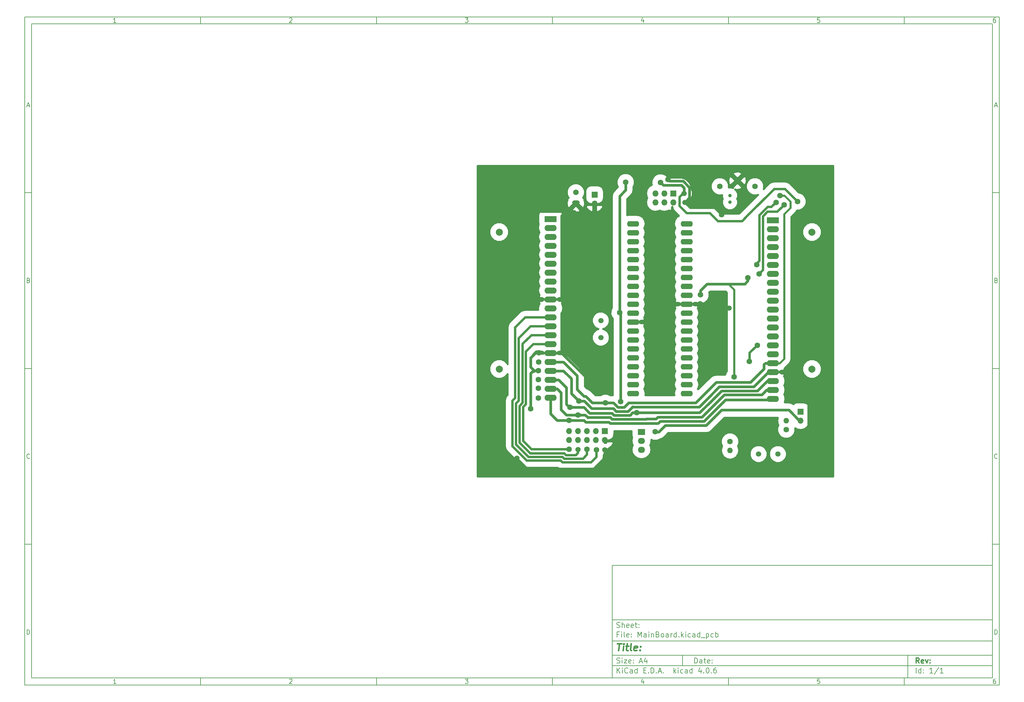
<source format=gbr>
G04 #@! TF.FileFunction,Copper,L2,Bot,Signal*
%FSLAX46Y46*%
G04 Gerber Fmt 4.6, Leading zero omitted, Abs format (unit mm)*
G04 Created by KiCad (PCBNEW 4.0.6) date 12/21/17 12:56:11*
%MOMM*%
%LPD*%
G01*
G04 APERTURE LIST*
%ADD10C,0.100000*%
%ADD11C,0.150000*%
%ADD12C,0.300000*%
%ADD13C,0.400000*%
%ADD14C,1.600000*%
%ADD15O,1.600000X1.600000*%
%ADD16R,3.500000X1.727200*%
%ADD17O,3.500000X1.727200*%
%ADD18R,1.700000X1.700000*%
%ADD19O,1.700000X1.700000*%
%ADD20C,1.500000*%
%ADD21C,1.000000*%
%ADD22C,1.600200*%
%ADD23R,1.727200X1.727200*%
%ADD24O,1.727200X1.727200*%
%ADD25O,3.500000X1.600000*%
%ADD26C,2.000000*%
%ADD27R,2.032000X1.727200*%
%ADD28O,2.032000X1.727200*%
%ADD29C,0.800000*%
%ADD30C,0.635000*%
%ADD31C,0.600000*%
%ADD32C,0.500000*%
G04 APERTURE END LIST*
D10*
D11*
X177002200Y-166007200D02*
X177002200Y-198007200D01*
X285002200Y-198007200D01*
X285002200Y-166007200D01*
X177002200Y-166007200D01*
D10*
D11*
X10000000Y-10000000D02*
X10000000Y-200007200D01*
X287002200Y-200007200D01*
X287002200Y-10000000D01*
X10000000Y-10000000D01*
D10*
D11*
X12000000Y-12000000D02*
X12000000Y-198007200D01*
X285002200Y-198007200D01*
X285002200Y-12000000D01*
X12000000Y-12000000D01*
D10*
D11*
X60000000Y-12000000D02*
X60000000Y-10000000D01*
D10*
D11*
X110000000Y-12000000D02*
X110000000Y-10000000D01*
D10*
D11*
X160000000Y-12000000D02*
X160000000Y-10000000D01*
D10*
D11*
X210000000Y-12000000D02*
X210000000Y-10000000D01*
D10*
D11*
X260000000Y-12000000D02*
X260000000Y-10000000D01*
D10*
D11*
X35990476Y-11588095D02*
X35247619Y-11588095D01*
X35619048Y-11588095D02*
X35619048Y-10288095D01*
X35495238Y-10473810D01*
X35371429Y-10597619D01*
X35247619Y-10659524D01*
D10*
D11*
X85247619Y-10411905D02*
X85309524Y-10350000D01*
X85433333Y-10288095D01*
X85742857Y-10288095D01*
X85866667Y-10350000D01*
X85928571Y-10411905D01*
X85990476Y-10535714D01*
X85990476Y-10659524D01*
X85928571Y-10845238D01*
X85185714Y-11588095D01*
X85990476Y-11588095D01*
D10*
D11*
X135185714Y-10288095D02*
X135990476Y-10288095D01*
X135557143Y-10783333D01*
X135742857Y-10783333D01*
X135866667Y-10845238D01*
X135928571Y-10907143D01*
X135990476Y-11030952D01*
X135990476Y-11340476D01*
X135928571Y-11464286D01*
X135866667Y-11526190D01*
X135742857Y-11588095D01*
X135371429Y-11588095D01*
X135247619Y-11526190D01*
X135185714Y-11464286D01*
D10*
D11*
X185866667Y-10721429D02*
X185866667Y-11588095D01*
X185557143Y-10226190D02*
X185247619Y-11154762D01*
X186052381Y-11154762D01*
D10*
D11*
X235928571Y-10288095D02*
X235309524Y-10288095D01*
X235247619Y-10907143D01*
X235309524Y-10845238D01*
X235433333Y-10783333D01*
X235742857Y-10783333D01*
X235866667Y-10845238D01*
X235928571Y-10907143D01*
X235990476Y-11030952D01*
X235990476Y-11340476D01*
X235928571Y-11464286D01*
X235866667Y-11526190D01*
X235742857Y-11588095D01*
X235433333Y-11588095D01*
X235309524Y-11526190D01*
X235247619Y-11464286D01*
D10*
D11*
X285866667Y-10288095D02*
X285619048Y-10288095D01*
X285495238Y-10350000D01*
X285433333Y-10411905D01*
X285309524Y-10597619D01*
X285247619Y-10845238D01*
X285247619Y-11340476D01*
X285309524Y-11464286D01*
X285371429Y-11526190D01*
X285495238Y-11588095D01*
X285742857Y-11588095D01*
X285866667Y-11526190D01*
X285928571Y-11464286D01*
X285990476Y-11340476D01*
X285990476Y-11030952D01*
X285928571Y-10907143D01*
X285866667Y-10845238D01*
X285742857Y-10783333D01*
X285495238Y-10783333D01*
X285371429Y-10845238D01*
X285309524Y-10907143D01*
X285247619Y-11030952D01*
D10*
D11*
X60000000Y-198007200D02*
X60000000Y-200007200D01*
D10*
D11*
X110000000Y-198007200D02*
X110000000Y-200007200D01*
D10*
D11*
X160000000Y-198007200D02*
X160000000Y-200007200D01*
D10*
D11*
X210000000Y-198007200D02*
X210000000Y-200007200D01*
D10*
D11*
X260000000Y-198007200D02*
X260000000Y-200007200D01*
D10*
D11*
X35990476Y-199595295D02*
X35247619Y-199595295D01*
X35619048Y-199595295D02*
X35619048Y-198295295D01*
X35495238Y-198481010D01*
X35371429Y-198604819D01*
X35247619Y-198666724D01*
D10*
D11*
X85247619Y-198419105D02*
X85309524Y-198357200D01*
X85433333Y-198295295D01*
X85742857Y-198295295D01*
X85866667Y-198357200D01*
X85928571Y-198419105D01*
X85990476Y-198542914D01*
X85990476Y-198666724D01*
X85928571Y-198852438D01*
X85185714Y-199595295D01*
X85990476Y-199595295D01*
D10*
D11*
X135185714Y-198295295D02*
X135990476Y-198295295D01*
X135557143Y-198790533D01*
X135742857Y-198790533D01*
X135866667Y-198852438D01*
X135928571Y-198914343D01*
X135990476Y-199038152D01*
X135990476Y-199347676D01*
X135928571Y-199471486D01*
X135866667Y-199533390D01*
X135742857Y-199595295D01*
X135371429Y-199595295D01*
X135247619Y-199533390D01*
X135185714Y-199471486D01*
D10*
D11*
X185866667Y-198728629D02*
X185866667Y-199595295D01*
X185557143Y-198233390D02*
X185247619Y-199161962D01*
X186052381Y-199161962D01*
D10*
D11*
X235928571Y-198295295D02*
X235309524Y-198295295D01*
X235247619Y-198914343D01*
X235309524Y-198852438D01*
X235433333Y-198790533D01*
X235742857Y-198790533D01*
X235866667Y-198852438D01*
X235928571Y-198914343D01*
X235990476Y-199038152D01*
X235990476Y-199347676D01*
X235928571Y-199471486D01*
X235866667Y-199533390D01*
X235742857Y-199595295D01*
X235433333Y-199595295D01*
X235309524Y-199533390D01*
X235247619Y-199471486D01*
D10*
D11*
X285866667Y-198295295D02*
X285619048Y-198295295D01*
X285495238Y-198357200D01*
X285433333Y-198419105D01*
X285309524Y-198604819D01*
X285247619Y-198852438D01*
X285247619Y-199347676D01*
X285309524Y-199471486D01*
X285371429Y-199533390D01*
X285495238Y-199595295D01*
X285742857Y-199595295D01*
X285866667Y-199533390D01*
X285928571Y-199471486D01*
X285990476Y-199347676D01*
X285990476Y-199038152D01*
X285928571Y-198914343D01*
X285866667Y-198852438D01*
X285742857Y-198790533D01*
X285495238Y-198790533D01*
X285371429Y-198852438D01*
X285309524Y-198914343D01*
X285247619Y-199038152D01*
D10*
D11*
X10000000Y-60000000D02*
X12000000Y-60000000D01*
D10*
D11*
X10000000Y-110000000D02*
X12000000Y-110000000D01*
D10*
D11*
X10000000Y-160000000D02*
X12000000Y-160000000D01*
D10*
D11*
X10690476Y-35216667D02*
X11309524Y-35216667D01*
X10566667Y-35588095D02*
X11000000Y-34288095D01*
X11433333Y-35588095D01*
D10*
D11*
X11092857Y-84907143D02*
X11278571Y-84969048D01*
X11340476Y-85030952D01*
X11402381Y-85154762D01*
X11402381Y-85340476D01*
X11340476Y-85464286D01*
X11278571Y-85526190D01*
X11154762Y-85588095D01*
X10659524Y-85588095D01*
X10659524Y-84288095D01*
X11092857Y-84288095D01*
X11216667Y-84350000D01*
X11278571Y-84411905D01*
X11340476Y-84535714D01*
X11340476Y-84659524D01*
X11278571Y-84783333D01*
X11216667Y-84845238D01*
X11092857Y-84907143D01*
X10659524Y-84907143D01*
D10*
D11*
X11402381Y-135464286D02*
X11340476Y-135526190D01*
X11154762Y-135588095D01*
X11030952Y-135588095D01*
X10845238Y-135526190D01*
X10721429Y-135402381D01*
X10659524Y-135278571D01*
X10597619Y-135030952D01*
X10597619Y-134845238D01*
X10659524Y-134597619D01*
X10721429Y-134473810D01*
X10845238Y-134350000D01*
X11030952Y-134288095D01*
X11154762Y-134288095D01*
X11340476Y-134350000D01*
X11402381Y-134411905D01*
D10*
D11*
X10659524Y-185588095D02*
X10659524Y-184288095D01*
X10969048Y-184288095D01*
X11154762Y-184350000D01*
X11278571Y-184473810D01*
X11340476Y-184597619D01*
X11402381Y-184845238D01*
X11402381Y-185030952D01*
X11340476Y-185278571D01*
X11278571Y-185402381D01*
X11154762Y-185526190D01*
X10969048Y-185588095D01*
X10659524Y-185588095D01*
D10*
D11*
X287002200Y-60000000D02*
X285002200Y-60000000D01*
D10*
D11*
X287002200Y-110000000D02*
X285002200Y-110000000D01*
D10*
D11*
X287002200Y-160000000D02*
X285002200Y-160000000D01*
D10*
D11*
X285692676Y-35216667D02*
X286311724Y-35216667D01*
X285568867Y-35588095D02*
X286002200Y-34288095D01*
X286435533Y-35588095D01*
D10*
D11*
X286095057Y-84907143D02*
X286280771Y-84969048D01*
X286342676Y-85030952D01*
X286404581Y-85154762D01*
X286404581Y-85340476D01*
X286342676Y-85464286D01*
X286280771Y-85526190D01*
X286156962Y-85588095D01*
X285661724Y-85588095D01*
X285661724Y-84288095D01*
X286095057Y-84288095D01*
X286218867Y-84350000D01*
X286280771Y-84411905D01*
X286342676Y-84535714D01*
X286342676Y-84659524D01*
X286280771Y-84783333D01*
X286218867Y-84845238D01*
X286095057Y-84907143D01*
X285661724Y-84907143D01*
D10*
D11*
X286404581Y-135464286D02*
X286342676Y-135526190D01*
X286156962Y-135588095D01*
X286033152Y-135588095D01*
X285847438Y-135526190D01*
X285723629Y-135402381D01*
X285661724Y-135278571D01*
X285599819Y-135030952D01*
X285599819Y-134845238D01*
X285661724Y-134597619D01*
X285723629Y-134473810D01*
X285847438Y-134350000D01*
X286033152Y-134288095D01*
X286156962Y-134288095D01*
X286342676Y-134350000D01*
X286404581Y-134411905D01*
D10*
D11*
X285661724Y-185588095D02*
X285661724Y-184288095D01*
X285971248Y-184288095D01*
X286156962Y-184350000D01*
X286280771Y-184473810D01*
X286342676Y-184597619D01*
X286404581Y-184845238D01*
X286404581Y-185030952D01*
X286342676Y-185278571D01*
X286280771Y-185402381D01*
X286156962Y-185526190D01*
X285971248Y-185588095D01*
X285661724Y-185588095D01*
D10*
D11*
X200359343Y-193785771D02*
X200359343Y-192285771D01*
X200716486Y-192285771D01*
X200930771Y-192357200D01*
X201073629Y-192500057D01*
X201145057Y-192642914D01*
X201216486Y-192928629D01*
X201216486Y-193142914D01*
X201145057Y-193428629D01*
X201073629Y-193571486D01*
X200930771Y-193714343D01*
X200716486Y-193785771D01*
X200359343Y-193785771D01*
X202502200Y-193785771D02*
X202502200Y-193000057D01*
X202430771Y-192857200D01*
X202287914Y-192785771D01*
X202002200Y-192785771D01*
X201859343Y-192857200D01*
X202502200Y-193714343D02*
X202359343Y-193785771D01*
X202002200Y-193785771D01*
X201859343Y-193714343D01*
X201787914Y-193571486D01*
X201787914Y-193428629D01*
X201859343Y-193285771D01*
X202002200Y-193214343D01*
X202359343Y-193214343D01*
X202502200Y-193142914D01*
X203002200Y-192785771D02*
X203573629Y-192785771D01*
X203216486Y-192285771D02*
X203216486Y-193571486D01*
X203287914Y-193714343D01*
X203430772Y-193785771D01*
X203573629Y-193785771D01*
X204645057Y-193714343D02*
X204502200Y-193785771D01*
X204216486Y-193785771D01*
X204073629Y-193714343D01*
X204002200Y-193571486D01*
X204002200Y-193000057D01*
X204073629Y-192857200D01*
X204216486Y-192785771D01*
X204502200Y-192785771D01*
X204645057Y-192857200D01*
X204716486Y-193000057D01*
X204716486Y-193142914D01*
X204002200Y-193285771D01*
X205359343Y-193642914D02*
X205430771Y-193714343D01*
X205359343Y-193785771D01*
X205287914Y-193714343D01*
X205359343Y-193642914D01*
X205359343Y-193785771D01*
X205359343Y-192857200D02*
X205430771Y-192928629D01*
X205359343Y-193000057D01*
X205287914Y-192928629D01*
X205359343Y-192857200D01*
X205359343Y-193000057D01*
D10*
D11*
X177002200Y-194507200D02*
X285002200Y-194507200D01*
D10*
D11*
X178359343Y-196585771D02*
X178359343Y-195085771D01*
X179216486Y-196585771D02*
X178573629Y-195728629D01*
X179216486Y-195085771D02*
X178359343Y-195942914D01*
X179859343Y-196585771D02*
X179859343Y-195585771D01*
X179859343Y-195085771D02*
X179787914Y-195157200D01*
X179859343Y-195228629D01*
X179930771Y-195157200D01*
X179859343Y-195085771D01*
X179859343Y-195228629D01*
X181430772Y-196442914D02*
X181359343Y-196514343D01*
X181145057Y-196585771D01*
X181002200Y-196585771D01*
X180787915Y-196514343D01*
X180645057Y-196371486D01*
X180573629Y-196228629D01*
X180502200Y-195942914D01*
X180502200Y-195728629D01*
X180573629Y-195442914D01*
X180645057Y-195300057D01*
X180787915Y-195157200D01*
X181002200Y-195085771D01*
X181145057Y-195085771D01*
X181359343Y-195157200D01*
X181430772Y-195228629D01*
X182716486Y-196585771D02*
X182716486Y-195800057D01*
X182645057Y-195657200D01*
X182502200Y-195585771D01*
X182216486Y-195585771D01*
X182073629Y-195657200D01*
X182716486Y-196514343D02*
X182573629Y-196585771D01*
X182216486Y-196585771D01*
X182073629Y-196514343D01*
X182002200Y-196371486D01*
X182002200Y-196228629D01*
X182073629Y-196085771D01*
X182216486Y-196014343D01*
X182573629Y-196014343D01*
X182716486Y-195942914D01*
X184073629Y-196585771D02*
X184073629Y-195085771D01*
X184073629Y-196514343D02*
X183930772Y-196585771D01*
X183645058Y-196585771D01*
X183502200Y-196514343D01*
X183430772Y-196442914D01*
X183359343Y-196300057D01*
X183359343Y-195871486D01*
X183430772Y-195728629D01*
X183502200Y-195657200D01*
X183645058Y-195585771D01*
X183930772Y-195585771D01*
X184073629Y-195657200D01*
X185930772Y-195800057D02*
X186430772Y-195800057D01*
X186645058Y-196585771D02*
X185930772Y-196585771D01*
X185930772Y-195085771D01*
X186645058Y-195085771D01*
X187287915Y-196442914D02*
X187359343Y-196514343D01*
X187287915Y-196585771D01*
X187216486Y-196514343D01*
X187287915Y-196442914D01*
X187287915Y-196585771D01*
X188002201Y-196585771D02*
X188002201Y-195085771D01*
X188359344Y-195085771D01*
X188573629Y-195157200D01*
X188716487Y-195300057D01*
X188787915Y-195442914D01*
X188859344Y-195728629D01*
X188859344Y-195942914D01*
X188787915Y-196228629D01*
X188716487Y-196371486D01*
X188573629Y-196514343D01*
X188359344Y-196585771D01*
X188002201Y-196585771D01*
X189502201Y-196442914D02*
X189573629Y-196514343D01*
X189502201Y-196585771D01*
X189430772Y-196514343D01*
X189502201Y-196442914D01*
X189502201Y-196585771D01*
X190145058Y-196157200D02*
X190859344Y-196157200D01*
X190002201Y-196585771D02*
X190502201Y-195085771D01*
X191002201Y-196585771D01*
X191502201Y-196442914D02*
X191573629Y-196514343D01*
X191502201Y-196585771D01*
X191430772Y-196514343D01*
X191502201Y-196442914D01*
X191502201Y-196585771D01*
X194502201Y-196585771D02*
X194502201Y-195085771D01*
X194645058Y-196014343D02*
X195073629Y-196585771D01*
X195073629Y-195585771D02*
X194502201Y-196157200D01*
X195716487Y-196585771D02*
X195716487Y-195585771D01*
X195716487Y-195085771D02*
X195645058Y-195157200D01*
X195716487Y-195228629D01*
X195787915Y-195157200D01*
X195716487Y-195085771D01*
X195716487Y-195228629D01*
X197073630Y-196514343D02*
X196930773Y-196585771D01*
X196645059Y-196585771D01*
X196502201Y-196514343D01*
X196430773Y-196442914D01*
X196359344Y-196300057D01*
X196359344Y-195871486D01*
X196430773Y-195728629D01*
X196502201Y-195657200D01*
X196645059Y-195585771D01*
X196930773Y-195585771D01*
X197073630Y-195657200D01*
X198359344Y-196585771D02*
X198359344Y-195800057D01*
X198287915Y-195657200D01*
X198145058Y-195585771D01*
X197859344Y-195585771D01*
X197716487Y-195657200D01*
X198359344Y-196514343D02*
X198216487Y-196585771D01*
X197859344Y-196585771D01*
X197716487Y-196514343D01*
X197645058Y-196371486D01*
X197645058Y-196228629D01*
X197716487Y-196085771D01*
X197859344Y-196014343D01*
X198216487Y-196014343D01*
X198359344Y-195942914D01*
X199716487Y-196585771D02*
X199716487Y-195085771D01*
X199716487Y-196514343D02*
X199573630Y-196585771D01*
X199287916Y-196585771D01*
X199145058Y-196514343D01*
X199073630Y-196442914D01*
X199002201Y-196300057D01*
X199002201Y-195871486D01*
X199073630Y-195728629D01*
X199145058Y-195657200D01*
X199287916Y-195585771D01*
X199573630Y-195585771D01*
X199716487Y-195657200D01*
X202216487Y-195585771D02*
X202216487Y-196585771D01*
X201859344Y-195014343D02*
X201502201Y-196085771D01*
X202430773Y-196085771D01*
X203002201Y-196442914D02*
X203073629Y-196514343D01*
X203002201Y-196585771D01*
X202930772Y-196514343D01*
X203002201Y-196442914D01*
X203002201Y-196585771D01*
X204002201Y-195085771D02*
X204145058Y-195085771D01*
X204287915Y-195157200D01*
X204359344Y-195228629D01*
X204430773Y-195371486D01*
X204502201Y-195657200D01*
X204502201Y-196014343D01*
X204430773Y-196300057D01*
X204359344Y-196442914D01*
X204287915Y-196514343D01*
X204145058Y-196585771D01*
X204002201Y-196585771D01*
X203859344Y-196514343D01*
X203787915Y-196442914D01*
X203716487Y-196300057D01*
X203645058Y-196014343D01*
X203645058Y-195657200D01*
X203716487Y-195371486D01*
X203787915Y-195228629D01*
X203859344Y-195157200D01*
X204002201Y-195085771D01*
X205145058Y-196442914D02*
X205216486Y-196514343D01*
X205145058Y-196585771D01*
X205073629Y-196514343D01*
X205145058Y-196442914D01*
X205145058Y-196585771D01*
X206502201Y-195085771D02*
X206216487Y-195085771D01*
X206073630Y-195157200D01*
X206002201Y-195228629D01*
X205859344Y-195442914D01*
X205787915Y-195728629D01*
X205787915Y-196300057D01*
X205859344Y-196442914D01*
X205930772Y-196514343D01*
X206073630Y-196585771D01*
X206359344Y-196585771D01*
X206502201Y-196514343D01*
X206573630Y-196442914D01*
X206645058Y-196300057D01*
X206645058Y-195942914D01*
X206573630Y-195800057D01*
X206502201Y-195728629D01*
X206359344Y-195657200D01*
X206073630Y-195657200D01*
X205930772Y-195728629D01*
X205859344Y-195800057D01*
X205787915Y-195942914D01*
D10*
D11*
X177002200Y-191507200D02*
X285002200Y-191507200D01*
D10*
D12*
X264216486Y-193785771D02*
X263716486Y-193071486D01*
X263359343Y-193785771D02*
X263359343Y-192285771D01*
X263930771Y-192285771D01*
X264073629Y-192357200D01*
X264145057Y-192428629D01*
X264216486Y-192571486D01*
X264216486Y-192785771D01*
X264145057Y-192928629D01*
X264073629Y-193000057D01*
X263930771Y-193071486D01*
X263359343Y-193071486D01*
X265430771Y-193714343D02*
X265287914Y-193785771D01*
X265002200Y-193785771D01*
X264859343Y-193714343D01*
X264787914Y-193571486D01*
X264787914Y-193000057D01*
X264859343Y-192857200D01*
X265002200Y-192785771D01*
X265287914Y-192785771D01*
X265430771Y-192857200D01*
X265502200Y-193000057D01*
X265502200Y-193142914D01*
X264787914Y-193285771D01*
X266002200Y-192785771D02*
X266359343Y-193785771D01*
X266716485Y-192785771D01*
X267287914Y-193642914D02*
X267359342Y-193714343D01*
X267287914Y-193785771D01*
X267216485Y-193714343D01*
X267287914Y-193642914D01*
X267287914Y-193785771D01*
X267287914Y-192857200D02*
X267359342Y-192928629D01*
X267287914Y-193000057D01*
X267216485Y-192928629D01*
X267287914Y-192857200D01*
X267287914Y-193000057D01*
D10*
D11*
X178287914Y-193714343D02*
X178502200Y-193785771D01*
X178859343Y-193785771D01*
X179002200Y-193714343D01*
X179073629Y-193642914D01*
X179145057Y-193500057D01*
X179145057Y-193357200D01*
X179073629Y-193214343D01*
X179002200Y-193142914D01*
X178859343Y-193071486D01*
X178573629Y-193000057D01*
X178430771Y-192928629D01*
X178359343Y-192857200D01*
X178287914Y-192714343D01*
X178287914Y-192571486D01*
X178359343Y-192428629D01*
X178430771Y-192357200D01*
X178573629Y-192285771D01*
X178930771Y-192285771D01*
X179145057Y-192357200D01*
X179787914Y-193785771D02*
X179787914Y-192785771D01*
X179787914Y-192285771D02*
X179716485Y-192357200D01*
X179787914Y-192428629D01*
X179859342Y-192357200D01*
X179787914Y-192285771D01*
X179787914Y-192428629D01*
X180359343Y-192785771D02*
X181145057Y-192785771D01*
X180359343Y-193785771D01*
X181145057Y-193785771D01*
X182287914Y-193714343D02*
X182145057Y-193785771D01*
X181859343Y-193785771D01*
X181716486Y-193714343D01*
X181645057Y-193571486D01*
X181645057Y-193000057D01*
X181716486Y-192857200D01*
X181859343Y-192785771D01*
X182145057Y-192785771D01*
X182287914Y-192857200D01*
X182359343Y-193000057D01*
X182359343Y-193142914D01*
X181645057Y-193285771D01*
X183002200Y-193642914D02*
X183073628Y-193714343D01*
X183002200Y-193785771D01*
X182930771Y-193714343D01*
X183002200Y-193642914D01*
X183002200Y-193785771D01*
X183002200Y-192857200D02*
X183073628Y-192928629D01*
X183002200Y-193000057D01*
X182930771Y-192928629D01*
X183002200Y-192857200D01*
X183002200Y-193000057D01*
X184787914Y-193357200D02*
X185502200Y-193357200D01*
X184645057Y-193785771D02*
X185145057Y-192285771D01*
X185645057Y-193785771D01*
X186787914Y-192785771D02*
X186787914Y-193785771D01*
X186430771Y-192214343D02*
X186073628Y-193285771D01*
X187002200Y-193285771D01*
D10*
D11*
X263359343Y-196585771D02*
X263359343Y-195085771D01*
X264716486Y-196585771D02*
X264716486Y-195085771D01*
X264716486Y-196514343D02*
X264573629Y-196585771D01*
X264287915Y-196585771D01*
X264145057Y-196514343D01*
X264073629Y-196442914D01*
X264002200Y-196300057D01*
X264002200Y-195871486D01*
X264073629Y-195728629D01*
X264145057Y-195657200D01*
X264287915Y-195585771D01*
X264573629Y-195585771D01*
X264716486Y-195657200D01*
X265430772Y-196442914D02*
X265502200Y-196514343D01*
X265430772Y-196585771D01*
X265359343Y-196514343D01*
X265430772Y-196442914D01*
X265430772Y-196585771D01*
X265430772Y-195657200D02*
X265502200Y-195728629D01*
X265430772Y-195800057D01*
X265359343Y-195728629D01*
X265430772Y-195657200D01*
X265430772Y-195800057D01*
X268073629Y-196585771D02*
X267216486Y-196585771D01*
X267645058Y-196585771D02*
X267645058Y-195085771D01*
X267502201Y-195300057D01*
X267359343Y-195442914D01*
X267216486Y-195514343D01*
X269787914Y-195014343D02*
X268502200Y-196942914D01*
X271073629Y-196585771D02*
X270216486Y-196585771D01*
X270645058Y-196585771D02*
X270645058Y-195085771D01*
X270502201Y-195300057D01*
X270359343Y-195442914D01*
X270216486Y-195514343D01*
D10*
D11*
X177002200Y-187507200D02*
X285002200Y-187507200D01*
D10*
D13*
X178454581Y-188211962D02*
X179597438Y-188211962D01*
X178776010Y-190211962D02*
X179026010Y-188211962D01*
X180014105Y-190211962D02*
X180180771Y-188878629D01*
X180264105Y-188211962D02*
X180156962Y-188307200D01*
X180240295Y-188402438D01*
X180347439Y-188307200D01*
X180264105Y-188211962D01*
X180240295Y-188402438D01*
X180847438Y-188878629D02*
X181609343Y-188878629D01*
X181216486Y-188211962D02*
X181002200Y-189926248D01*
X181073630Y-190116724D01*
X181252201Y-190211962D01*
X181442677Y-190211962D01*
X182395058Y-190211962D02*
X182216487Y-190116724D01*
X182145057Y-189926248D01*
X182359343Y-188211962D01*
X183930772Y-190116724D02*
X183728391Y-190211962D01*
X183347439Y-190211962D01*
X183168867Y-190116724D01*
X183097438Y-189926248D01*
X183192676Y-189164343D01*
X183311724Y-188973867D01*
X183514105Y-188878629D01*
X183895057Y-188878629D01*
X184073629Y-188973867D01*
X184145057Y-189164343D01*
X184121248Y-189354819D01*
X183145057Y-189545295D01*
X184895057Y-190021486D02*
X184978392Y-190116724D01*
X184871248Y-190211962D01*
X184787915Y-190116724D01*
X184895057Y-190021486D01*
X184871248Y-190211962D01*
X185026010Y-188973867D02*
X185109344Y-189069105D01*
X185002200Y-189164343D01*
X184918867Y-189069105D01*
X185026010Y-188973867D01*
X185002200Y-189164343D01*
D10*
D11*
X178859343Y-185600057D02*
X178359343Y-185600057D01*
X178359343Y-186385771D02*
X178359343Y-184885771D01*
X179073629Y-184885771D01*
X179645057Y-186385771D02*
X179645057Y-185385771D01*
X179645057Y-184885771D02*
X179573628Y-184957200D01*
X179645057Y-185028629D01*
X179716485Y-184957200D01*
X179645057Y-184885771D01*
X179645057Y-185028629D01*
X180573629Y-186385771D02*
X180430771Y-186314343D01*
X180359343Y-186171486D01*
X180359343Y-184885771D01*
X181716485Y-186314343D02*
X181573628Y-186385771D01*
X181287914Y-186385771D01*
X181145057Y-186314343D01*
X181073628Y-186171486D01*
X181073628Y-185600057D01*
X181145057Y-185457200D01*
X181287914Y-185385771D01*
X181573628Y-185385771D01*
X181716485Y-185457200D01*
X181787914Y-185600057D01*
X181787914Y-185742914D01*
X181073628Y-185885771D01*
X182430771Y-186242914D02*
X182502199Y-186314343D01*
X182430771Y-186385771D01*
X182359342Y-186314343D01*
X182430771Y-186242914D01*
X182430771Y-186385771D01*
X182430771Y-185457200D02*
X182502199Y-185528629D01*
X182430771Y-185600057D01*
X182359342Y-185528629D01*
X182430771Y-185457200D01*
X182430771Y-185600057D01*
X184287914Y-186385771D02*
X184287914Y-184885771D01*
X184787914Y-185957200D01*
X185287914Y-184885771D01*
X185287914Y-186385771D01*
X186645057Y-186385771D02*
X186645057Y-185600057D01*
X186573628Y-185457200D01*
X186430771Y-185385771D01*
X186145057Y-185385771D01*
X186002200Y-185457200D01*
X186645057Y-186314343D02*
X186502200Y-186385771D01*
X186145057Y-186385771D01*
X186002200Y-186314343D01*
X185930771Y-186171486D01*
X185930771Y-186028629D01*
X186002200Y-185885771D01*
X186145057Y-185814343D01*
X186502200Y-185814343D01*
X186645057Y-185742914D01*
X187359343Y-186385771D02*
X187359343Y-185385771D01*
X187359343Y-184885771D02*
X187287914Y-184957200D01*
X187359343Y-185028629D01*
X187430771Y-184957200D01*
X187359343Y-184885771D01*
X187359343Y-185028629D01*
X188073629Y-185385771D02*
X188073629Y-186385771D01*
X188073629Y-185528629D02*
X188145057Y-185457200D01*
X188287915Y-185385771D01*
X188502200Y-185385771D01*
X188645057Y-185457200D01*
X188716486Y-185600057D01*
X188716486Y-186385771D01*
X189930772Y-185600057D02*
X190145058Y-185671486D01*
X190216486Y-185742914D01*
X190287915Y-185885771D01*
X190287915Y-186100057D01*
X190216486Y-186242914D01*
X190145058Y-186314343D01*
X190002200Y-186385771D01*
X189430772Y-186385771D01*
X189430772Y-184885771D01*
X189930772Y-184885771D01*
X190073629Y-184957200D01*
X190145058Y-185028629D01*
X190216486Y-185171486D01*
X190216486Y-185314343D01*
X190145058Y-185457200D01*
X190073629Y-185528629D01*
X189930772Y-185600057D01*
X189430772Y-185600057D01*
X191145058Y-186385771D02*
X191002200Y-186314343D01*
X190930772Y-186242914D01*
X190859343Y-186100057D01*
X190859343Y-185671486D01*
X190930772Y-185528629D01*
X191002200Y-185457200D01*
X191145058Y-185385771D01*
X191359343Y-185385771D01*
X191502200Y-185457200D01*
X191573629Y-185528629D01*
X191645058Y-185671486D01*
X191645058Y-186100057D01*
X191573629Y-186242914D01*
X191502200Y-186314343D01*
X191359343Y-186385771D01*
X191145058Y-186385771D01*
X192930772Y-186385771D02*
X192930772Y-185600057D01*
X192859343Y-185457200D01*
X192716486Y-185385771D01*
X192430772Y-185385771D01*
X192287915Y-185457200D01*
X192930772Y-186314343D02*
X192787915Y-186385771D01*
X192430772Y-186385771D01*
X192287915Y-186314343D01*
X192216486Y-186171486D01*
X192216486Y-186028629D01*
X192287915Y-185885771D01*
X192430772Y-185814343D01*
X192787915Y-185814343D01*
X192930772Y-185742914D01*
X193645058Y-186385771D02*
X193645058Y-185385771D01*
X193645058Y-185671486D02*
X193716486Y-185528629D01*
X193787915Y-185457200D01*
X193930772Y-185385771D01*
X194073629Y-185385771D01*
X195216486Y-186385771D02*
X195216486Y-184885771D01*
X195216486Y-186314343D02*
X195073629Y-186385771D01*
X194787915Y-186385771D01*
X194645057Y-186314343D01*
X194573629Y-186242914D01*
X194502200Y-186100057D01*
X194502200Y-185671486D01*
X194573629Y-185528629D01*
X194645057Y-185457200D01*
X194787915Y-185385771D01*
X195073629Y-185385771D01*
X195216486Y-185457200D01*
X195930772Y-186242914D02*
X196002200Y-186314343D01*
X195930772Y-186385771D01*
X195859343Y-186314343D01*
X195930772Y-186242914D01*
X195930772Y-186385771D01*
X196645058Y-186385771D02*
X196645058Y-184885771D01*
X196787915Y-185814343D02*
X197216486Y-186385771D01*
X197216486Y-185385771D02*
X196645058Y-185957200D01*
X197859344Y-186385771D02*
X197859344Y-185385771D01*
X197859344Y-184885771D02*
X197787915Y-184957200D01*
X197859344Y-185028629D01*
X197930772Y-184957200D01*
X197859344Y-184885771D01*
X197859344Y-185028629D01*
X199216487Y-186314343D02*
X199073630Y-186385771D01*
X198787916Y-186385771D01*
X198645058Y-186314343D01*
X198573630Y-186242914D01*
X198502201Y-186100057D01*
X198502201Y-185671486D01*
X198573630Y-185528629D01*
X198645058Y-185457200D01*
X198787916Y-185385771D01*
X199073630Y-185385771D01*
X199216487Y-185457200D01*
X200502201Y-186385771D02*
X200502201Y-185600057D01*
X200430772Y-185457200D01*
X200287915Y-185385771D01*
X200002201Y-185385771D01*
X199859344Y-185457200D01*
X200502201Y-186314343D02*
X200359344Y-186385771D01*
X200002201Y-186385771D01*
X199859344Y-186314343D01*
X199787915Y-186171486D01*
X199787915Y-186028629D01*
X199859344Y-185885771D01*
X200002201Y-185814343D01*
X200359344Y-185814343D01*
X200502201Y-185742914D01*
X201859344Y-186385771D02*
X201859344Y-184885771D01*
X201859344Y-186314343D02*
X201716487Y-186385771D01*
X201430773Y-186385771D01*
X201287915Y-186314343D01*
X201216487Y-186242914D01*
X201145058Y-186100057D01*
X201145058Y-185671486D01*
X201216487Y-185528629D01*
X201287915Y-185457200D01*
X201430773Y-185385771D01*
X201716487Y-185385771D01*
X201859344Y-185457200D01*
X202216487Y-186528629D02*
X203359344Y-186528629D01*
X203716487Y-185385771D02*
X203716487Y-186885771D01*
X203716487Y-185457200D02*
X203859344Y-185385771D01*
X204145058Y-185385771D01*
X204287915Y-185457200D01*
X204359344Y-185528629D01*
X204430773Y-185671486D01*
X204430773Y-186100057D01*
X204359344Y-186242914D01*
X204287915Y-186314343D01*
X204145058Y-186385771D01*
X203859344Y-186385771D01*
X203716487Y-186314343D01*
X205716487Y-186314343D02*
X205573630Y-186385771D01*
X205287916Y-186385771D01*
X205145058Y-186314343D01*
X205073630Y-186242914D01*
X205002201Y-186100057D01*
X205002201Y-185671486D01*
X205073630Y-185528629D01*
X205145058Y-185457200D01*
X205287916Y-185385771D01*
X205573630Y-185385771D01*
X205716487Y-185457200D01*
X206359344Y-186385771D02*
X206359344Y-184885771D01*
X206359344Y-185457200D02*
X206502201Y-185385771D01*
X206787915Y-185385771D01*
X206930772Y-185457200D01*
X207002201Y-185528629D01*
X207073630Y-185671486D01*
X207073630Y-186100057D01*
X207002201Y-186242914D01*
X206930772Y-186314343D01*
X206787915Y-186385771D01*
X206502201Y-186385771D01*
X206359344Y-186314343D01*
D10*
D11*
X177002200Y-181507200D02*
X285002200Y-181507200D01*
D10*
D11*
X178287914Y-183614343D02*
X178502200Y-183685771D01*
X178859343Y-183685771D01*
X179002200Y-183614343D01*
X179073629Y-183542914D01*
X179145057Y-183400057D01*
X179145057Y-183257200D01*
X179073629Y-183114343D01*
X179002200Y-183042914D01*
X178859343Y-182971486D01*
X178573629Y-182900057D01*
X178430771Y-182828629D01*
X178359343Y-182757200D01*
X178287914Y-182614343D01*
X178287914Y-182471486D01*
X178359343Y-182328629D01*
X178430771Y-182257200D01*
X178573629Y-182185771D01*
X178930771Y-182185771D01*
X179145057Y-182257200D01*
X179787914Y-183685771D02*
X179787914Y-182185771D01*
X180430771Y-183685771D02*
X180430771Y-182900057D01*
X180359342Y-182757200D01*
X180216485Y-182685771D01*
X180002200Y-182685771D01*
X179859342Y-182757200D01*
X179787914Y-182828629D01*
X181716485Y-183614343D02*
X181573628Y-183685771D01*
X181287914Y-183685771D01*
X181145057Y-183614343D01*
X181073628Y-183471486D01*
X181073628Y-182900057D01*
X181145057Y-182757200D01*
X181287914Y-182685771D01*
X181573628Y-182685771D01*
X181716485Y-182757200D01*
X181787914Y-182900057D01*
X181787914Y-183042914D01*
X181073628Y-183185771D01*
X183002199Y-183614343D02*
X182859342Y-183685771D01*
X182573628Y-183685771D01*
X182430771Y-183614343D01*
X182359342Y-183471486D01*
X182359342Y-182900057D01*
X182430771Y-182757200D01*
X182573628Y-182685771D01*
X182859342Y-182685771D01*
X183002199Y-182757200D01*
X183073628Y-182900057D01*
X183073628Y-183042914D01*
X182359342Y-183185771D01*
X183502199Y-182685771D02*
X184073628Y-182685771D01*
X183716485Y-182185771D02*
X183716485Y-183471486D01*
X183787913Y-183614343D01*
X183930771Y-183685771D01*
X184073628Y-183685771D01*
X184573628Y-183542914D02*
X184645056Y-183614343D01*
X184573628Y-183685771D01*
X184502199Y-183614343D01*
X184573628Y-183542914D01*
X184573628Y-183685771D01*
X184573628Y-182757200D02*
X184645056Y-182828629D01*
X184573628Y-182900057D01*
X184502199Y-182828629D01*
X184573628Y-182757200D01*
X184573628Y-182900057D01*
D10*
D11*
X197002200Y-191507200D02*
X197002200Y-194507200D01*
D10*
D11*
X261002200Y-191507200D02*
X261002200Y-198007200D01*
D14*
X210464400Y-130759200D03*
D15*
X210464400Y-133299200D03*
D16*
X159486600Y-67475100D03*
D17*
X159486600Y-70015100D03*
X159486600Y-72555100D03*
X159486600Y-75095100D03*
X159486600Y-77635100D03*
X159486600Y-80175100D03*
X159486600Y-82715100D03*
X159486600Y-85255100D03*
X159486600Y-87795100D03*
X159486600Y-90335100D03*
X159486600Y-92875100D03*
X159486600Y-95415100D03*
X159486600Y-97955100D03*
X159486600Y-100495100D03*
X159486600Y-103035100D03*
X159486600Y-105575100D03*
X159486600Y-108115100D03*
X159486600Y-110655100D03*
X159486600Y-113195100D03*
X159486600Y-115735100D03*
X159486600Y-118275100D03*
D18*
X171958000Y-60579000D03*
D19*
X171958000Y-63119000D03*
D18*
X230505000Y-122301000D03*
D19*
X230505000Y-124841000D03*
D20*
X173736000Y-101219000D03*
X173736000Y-96339000D03*
D21*
X210439000Y-60782200D03*
X210439000Y-62682200D03*
D14*
X226441000Y-127381000D03*
D15*
X226441000Y-124841000D03*
D22*
X166649400Y-63068200D03*
X166649400Y-59893200D03*
D23*
X194310000Y-60198000D03*
D24*
X194310000Y-62738000D03*
X191770000Y-60198000D03*
X191770000Y-62738000D03*
X189230000Y-60198000D03*
X189230000Y-62738000D03*
D25*
X182880000Y-68834000D03*
X182880000Y-71374000D03*
X182880000Y-73914000D03*
X182880000Y-76454000D03*
X182880000Y-78994000D03*
X182880000Y-81534000D03*
X182880000Y-84074000D03*
X182880000Y-86614000D03*
X182880000Y-89154000D03*
X182880000Y-91694000D03*
X182880000Y-94234000D03*
X182880000Y-96774000D03*
X182880000Y-99314000D03*
X182880000Y-101854000D03*
X182880000Y-104394000D03*
X182880000Y-106934000D03*
X182880000Y-109474000D03*
X182880000Y-112014000D03*
X182880000Y-114554000D03*
X182880000Y-117094000D03*
X198120000Y-117094000D03*
X198120000Y-114554000D03*
X198120000Y-112014000D03*
X198120000Y-109474000D03*
X198120000Y-106934000D03*
X198120000Y-104394000D03*
X198120000Y-101854000D03*
X198120000Y-99314000D03*
X198120000Y-96774000D03*
X198120000Y-94234000D03*
X198120000Y-91694000D03*
X198120000Y-89154000D03*
X198120000Y-86614000D03*
X198120000Y-84074000D03*
X198120000Y-81534000D03*
X198120000Y-78994000D03*
X198120000Y-76454000D03*
X198120000Y-73914000D03*
X198120000Y-71374000D03*
X198120000Y-68834000D03*
D26*
X233722000Y-71208000D03*
X233722000Y-110148000D03*
X144865000Y-110148000D03*
X144865000Y-71208000D03*
D16*
X222631000Y-67818000D03*
D17*
X222631000Y-70358000D03*
X222631000Y-72898000D03*
X222631000Y-75438000D03*
X222631000Y-77978000D03*
X222631000Y-80518000D03*
X222631000Y-83058000D03*
X222631000Y-85598000D03*
X222631000Y-88138000D03*
X222631000Y-90678000D03*
X222631000Y-93218000D03*
X222631000Y-95758000D03*
X222631000Y-98298000D03*
X222631000Y-100838000D03*
X222631000Y-103378000D03*
X222631000Y-105918000D03*
X222631000Y-108458000D03*
X222631000Y-110998000D03*
X222631000Y-113538000D03*
X222631000Y-116078000D03*
X222631000Y-118618000D03*
D27*
X185293000Y-128016000D03*
D28*
X185293000Y-130556000D03*
X185293000Y-133096000D03*
D18*
X174904400Y-127812800D03*
D19*
X174904400Y-130352800D03*
X172364400Y-127812800D03*
X172364400Y-130352800D03*
X169824400Y-127812800D03*
X169824400Y-130352800D03*
X167284400Y-127812800D03*
X167284400Y-130352800D03*
X164744400Y-127812800D03*
X164744400Y-130352800D03*
D14*
X212572600Y-56578600D03*
X217572600Y-58178600D03*
X207572600Y-58178600D03*
D20*
X224085600Y-134330200D03*
X218585600Y-134330200D03*
D14*
X211582000Y-112395000D03*
X229616000Y-62484000D03*
D20*
X197358000Y-60198000D03*
D14*
X190728600Y-57073800D03*
X180822600Y-56997600D03*
X215544400Y-84175600D03*
X202057000Y-89027000D03*
X179324000Y-119430800D03*
X179070000Y-94107000D03*
D20*
X232791000Y-118872000D03*
X149860000Y-135509000D03*
X174879000Y-133096000D03*
D14*
X165633400Y-92481400D03*
X208026000Y-66268600D03*
D20*
X197612000Y-62738000D03*
D14*
X192786000Y-56210200D03*
X172669200Y-66827400D03*
X152679400Y-66725800D03*
X170789600Y-112979200D03*
X190627000Y-85852000D03*
X190754000Y-95123000D03*
X153822400Y-121412000D03*
X156006800Y-110642400D03*
X156159200Y-105511600D03*
X167513000Y-119253000D03*
D20*
X201930000Y-91567000D03*
X210210400Y-92786200D03*
D14*
X156006800Y-118364000D03*
X164744400Y-124739400D03*
X156006800Y-115620800D03*
X167259000Y-123190000D03*
X183959500Y-122555000D03*
X156006800Y-113182400D03*
X164973000Y-121031000D03*
X175006000Y-119761000D03*
X224663000Y-60833000D03*
X156057600Y-108153200D03*
X218186000Y-103378000D03*
X215900000Y-107950000D03*
X189153800Y-127965200D03*
X172466000Y-133096000D03*
X169799000Y-132969000D03*
D20*
X167233600Y-133019800D03*
D14*
X164719000Y-132969000D03*
X223545400Y-62738000D03*
X218008200Y-80441800D03*
X225806000Y-63449200D03*
X218744800Y-83058000D03*
D29*
X197358000Y-60198000D02*
X197104000Y-60198000D01*
D30*
X213868000Y-68072000D02*
X215544400Y-66395600D01*
X207010000Y-68072000D02*
X213868000Y-68072000D01*
X204724000Y-65786000D02*
X207010000Y-68072000D01*
X198120000Y-65786000D02*
X204724000Y-65786000D01*
X196088000Y-63754000D02*
X198120000Y-65786000D01*
X196088000Y-61214000D02*
X196088000Y-63754000D01*
X197104000Y-60198000D02*
X196088000Y-61214000D01*
D31*
X209867500Y-85953600D02*
X210032600Y-85953600D01*
X211645500Y-112331500D02*
X211582000Y-112395000D01*
X211645500Y-87566500D02*
X211645500Y-112331500D01*
X210032600Y-85953600D02*
X211645500Y-87566500D01*
D30*
X226060000Y-58928000D02*
X229616000Y-62484000D01*
X223012000Y-58928000D02*
X226060000Y-58928000D01*
X215544400Y-66395600D02*
X223012000Y-58928000D01*
D29*
X197358000Y-58648600D02*
X197358000Y-60198000D01*
X196596000Y-57886600D02*
X197358000Y-58648600D01*
X191541400Y-57886600D02*
X196596000Y-57886600D01*
X190728600Y-57073800D02*
X191541400Y-57886600D01*
X179070000Y-60985400D02*
X179070000Y-94107000D01*
X180822600Y-59232800D02*
X180822600Y-56997600D01*
X179070000Y-60985400D02*
X180822600Y-59232800D01*
X215544400Y-84175600D02*
X215544400Y-85039200D01*
X215544400Y-85039200D02*
X214630000Y-85953600D01*
X214630000Y-85953600D02*
X212877400Y-85953600D01*
X202057000Y-89027000D02*
X202057000Y-87807800D01*
X203911200Y-85953600D02*
X209867500Y-85953600D01*
X209867500Y-85953600D02*
X212877400Y-85953600D01*
X202057000Y-87807800D02*
X203911200Y-85953600D01*
X179324000Y-119430800D02*
X179324000Y-94361000D01*
X179324000Y-94361000D02*
X179070000Y-94107000D01*
X179019200Y-94157800D02*
X179070000Y-94107000D01*
D31*
X179070000Y-94107000D02*
X178943000Y-94107000D01*
D29*
X177292000Y-137795000D02*
X178181000Y-138684000D01*
X232791000Y-135509000D02*
X232791000Y-118872000D01*
X230505000Y-137795000D02*
X232791000Y-135509000D01*
X177292000Y-137795000D02*
X174879000Y-135382000D01*
X229616000Y-138684000D02*
X230505000Y-137795000D01*
X178181000Y-138684000D02*
X229616000Y-138684000D01*
X172466000Y-137795000D02*
X171704000Y-138557000D01*
X171704000Y-138557000D02*
X152781000Y-138557000D01*
X152781000Y-138557000D02*
X152019000Y-137795000D01*
X172466000Y-137795000D02*
X174879000Y-135382000D01*
X152019000Y-137795000D02*
X149860000Y-135636000D01*
X149860000Y-135636000D02*
X149860000Y-135509000D01*
X174879000Y-133096000D02*
X174879000Y-135382000D01*
D30*
X165633400Y-92481400D02*
X164363400Y-92481400D01*
D29*
X164363400Y-92481400D02*
X162560000Y-90678000D01*
X162560000Y-66548000D02*
X163779200Y-65328800D01*
X162560000Y-90678000D02*
X162560000Y-66548000D01*
X180906602Y-122174000D02*
X181457600Y-122174000D01*
X177292000Y-121361200D02*
X178104800Y-122174000D01*
X178104800Y-122174000D02*
X180906602Y-122174000D01*
X169037000Y-119253000D02*
X168656000Y-119253000D01*
X167513000Y-119253000D02*
X168656000Y-119253000D01*
X169037000Y-119253000D02*
X171145200Y-121361200D01*
X171145200Y-121361200D02*
X175412400Y-121361200D01*
X175412400Y-121361200D02*
X177292000Y-121361200D01*
X181457600Y-122174000D02*
X182727600Y-120904000D01*
X203962000Y-118618000D02*
X207391000Y-115189000D01*
X207391000Y-115189000D02*
X217170000Y-115189000D01*
X217170000Y-115189000D02*
X221361000Y-110998000D01*
X182727600Y-120904000D02*
X201676000Y-120904000D01*
X201676000Y-120904000D02*
X203962000Y-118618000D01*
X221361000Y-110998000D02*
X222631000Y-110998000D01*
X221361000Y-110998000D02*
X222631000Y-110998000D01*
X162598100Y-94246700D02*
X162598100Y-105575100D01*
X164363400Y-92481400D02*
X162598100Y-94246700D01*
X153822400Y-121412000D02*
X153593800Y-121412000D01*
X152501600Y-66903600D02*
X152679400Y-66725800D01*
D30*
X208026000Y-66268600D02*
X206070200Y-64312800D01*
X206070200Y-64312800D02*
X199186800Y-64312800D01*
X199186800Y-64312800D02*
X197612000Y-62738000D01*
D29*
X198932800Y-61417200D02*
X197612000Y-62738000D01*
X192786000Y-56210200D02*
X193268600Y-56692800D01*
X193268600Y-56692800D02*
X197129400Y-56692800D01*
X197129400Y-56692800D02*
X198932800Y-58496200D01*
X198932800Y-58496200D02*
X198932800Y-61417200D01*
X152679400Y-66725800D02*
X152679400Y-66446400D01*
X153797000Y-65328800D02*
X163779200Y-65328800D01*
X152679400Y-66446400D02*
X153797000Y-65328800D01*
X167741600Y-66827400D02*
X172669200Y-66827400D01*
X166243000Y-65328800D02*
X167741600Y-66827400D01*
X163779200Y-65328800D02*
X166243000Y-65328800D01*
X153822400Y-121412000D02*
X153720800Y-121412000D01*
D30*
X169926000Y-112903000D02*
X170713400Y-112903000D01*
X170713400Y-112903000D02*
X170789600Y-112979200D01*
D29*
X162598100Y-105575100D02*
X169926000Y-112903000D01*
X159486600Y-105575100D02*
X162598100Y-105575100D01*
X190754000Y-95123000D02*
X190754000Y-85979000D01*
X190754000Y-85979000D02*
X190627000Y-85852000D01*
X190754000Y-95123000D02*
X190754000Y-94996000D01*
X154787600Y-110642400D02*
X154584400Y-110642400D01*
X153822400Y-111404400D02*
X153822400Y-121412000D01*
X154584400Y-110642400D02*
X153822400Y-111404400D01*
X155295600Y-105511600D02*
X156159200Y-105511600D01*
X155295600Y-105511600D02*
X155244800Y-105511600D01*
X154787600Y-110642400D02*
X156006800Y-110642400D01*
X153771600Y-109626400D02*
X154787600Y-110642400D01*
X153771600Y-106984800D02*
X153771600Y-109626400D01*
X155244800Y-105511600D02*
X153771600Y-106984800D01*
X182727600Y-120861002D02*
X182727600Y-120904000D01*
X182727600Y-120904000D02*
X182727600Y-120904000D01*
X163106100Y-110655100D02*
X159486600Y-110655100D01*
X165354000Y-112903000D02*
X163106100Y-110655100D01*
X165354000Y-117094000D02*
X165354000Y-112903000D01*
X167513000Y-119253000D02*
X165354000Y-117094000D01*
X208813400Y-91567000D02*
X201930000Y-91567000D01*
X210032600Y-92786200D02*
X208813400Y-91567000D01*
X210210400Y-92786200D02*
X210032600Y-92786200D01*
X207899000Y-120142000D02*
X209169000Y-118872000D01*
X168935400Y-124739400D02*
X169418000Y-125222000D01*
X169418000Y-125222000D02*
X176022000Y-125222000D01*
X176022000Y-125222000D02*
X176403000Y-125603000D01*
X176403000Y-125603000D02*
X189992000Y-125603000D01*
X189992000Y-125603000D02*
X190627000Y-124968000D01*
X190627000Y-124968000D02*
X203073000Y-124968000D01*
X203073000Y-124968000D02*
X207899000Y-120142000D01*
X164744400Y-124739400D02*
X168935400Y-124739400D01*
X209169000Y-118872000D02*
X222377000Y-118872000D01*
X222377000Y-118872000D02*
X222631000Y-118618000D01*
X155956000Y-118313200D02*
X155854400Y-118313200D01*
X156006800Y-118364000D02*
X155956000Y-118313200D01*
X221234000Y-118618000D02*
X222631000Y-118618000D01*
X159486600Y-118275100D02*
X159486600Y-122910600D01*
X159486600Y-122910600D02*
X161315400Y-124739400D01*
X161315400Y-124739400D02*
X164744400Y-124739400D01*
X164744400Y-124739400D02*
X164719000Y-124714000D01*
X206502000Y-119761000D02*
X208788000Y-117475000D01*
X186753500Y-124333000D02*
X189420500Y-124333000D01*
X189420500Y-124333000D02*
X189928500Y-123825000D01*
X189928500Y-123825000D02*
X202438000Y-123825000D01*
X202438000Y-123825000D02*
X202946000Y-123317000D01*
X202946000Y-123317000D02*
X206502000Y-119761000D01*
X220853000Y-116078000D02*
X222631000Y-116078000D01*
X219456000Y-117475000D02*
X220853000Y-116078000D01*
X208788000Y-117475000D02*
X219456000Y-117475000D01*
X183070500Y-124409200D02*
X186677300Y-124409200D01*
X186677300Y-124409200D02*
X186753500Y-124333000D01*
X176447450Y-123920250D02*
X176936400Y-124409200D01*
X176936400Y-124409200D02*
X183070500Y-124409200D01*
X183070500Y-124409200D02*
X183134000Y-124409200D01*
X174669450Y-123920250D02*
X170021250Y-123920250D01*
X174669450Y-123920250D02*
X176447450Y-123920250D01*
D30*
X186677300Y-124409200D02*
X186753500Y-124333000D01*
D29*
X167259000Y-123190000D02*
X169291000Y-123190000D01*
X169291000Y-123190000D02*
X170021250Y-123920250D01*
X170021250Y-123920250D02*
X170053000Y-123952000D01*
X167259000Y-123190000D02*
X167767000Y-123190000D01*
X162433000Y-121539000D02*
X162433000Y-121666000D01*
X161328100Y-115735100D02*
X162433000Y-116840000D01*
X162433000Y-116840000D02*
X162433000Y-121539000D01*
D30*
X159486600Y-115735100D02*
X161328100Y-115735100D01*
D29*
X163957000Y-123190000D02*
X167259000Y-123190000D01*
X162433000Y-121666000D02*
X163957000Y-123190000D01*
X205232000Y-119126000D02*
X208026000Y-116332000D01*
X183959500Y-122555000D02*
X188087000Y-122555000D01*
X188087000Y-122555000D02*
X201803000Y-122555000D01*
X201803000Y-122555000D02*
X205232000Y-119126000D01*
X218186000Y-116332000D02*
X220980000Y-113538000D01*
X208026000Y-116332000D02*
X218186000Y-116332000D01*
X220980000Y-113538000D02*
X222631000Y-113538000D01*
D31*
X220980000Y-113538000D02*
X222631000Y-113538000D01*
D29*
X175006000Y-122682000D02*
X176936400Y-122682000D01*
X182753000Y-122555000D02*
X183959500Y-122555000D01*
X182033998Y-123274002D02*
X182753000Y-122555000D01*
X177528402Y-123274002D02*
X182033998Y-123274002D01*
X176936400Y-122682000D02*
X177528402Y-123274002D01*
X170561000Y-122682000D02*
X175006000Y-122682000D01*
X175006000Y-122682000D02*
X175056800Y-122682000D01*
X164973000Y-121031000D02*
X168910000Y-121031000D01*
X168910000Y-121031000D02*
X170561000Y-122682000D01*
X163957000Y-119761000D02*
X163957000Y-120142000D01*
X163957000Y-120142000D02*
X164846000Y-121031000D01*
X164846000Y-121031000D02*
X164973000Y-121031000D01*
X161709100Y-113195100D02*
X163957000Y-115443000D01*
X163957000Y-115443000D02*
X163957000Y-119761000D01*
X159486600Y-113195100D02*
X161709100Y-113195100D01*
X216281000Y-113919000D02*
X220091000Y-110109000D01*
X177317400Y-119761000D02*
X178562000Y-121005600D01*
X175006000Y-119761000D02*
X177317400Y-119761000D01*
X220091000Y-110109000D02*
X220091000Y-108839000D01*
X220091000Y-108839000D02*
X220472000Y-108458000D01*
X220472000Y-108458000D02*
X222631000Y-108458000D01*
X202819000Y-117602000D02*
X206502000Y-113919000D01*
X178562000Y-121005600D02*
X180390800Y-121005600D01*
X180390800Y-121005600D02*
X181635400Y-119761000D01*
X181635400Y-119761000D02*
X182143400Y-119761000D01*
X200660000Y-119761000D02*
X202819000Y-117602000D01*
X182143400Y-119761000D02*
X200660000Y-119761000D01*
X206502000Y-113919000D02*
X216281000Y-113919000D01*
X159486600Y-108115100D02*
X163106100Y-108115100D01*
X167005000Y-112014000D02*
X167005000Y-115951000D01*
X167005000Y-115951000D02*
X168910000Y-117856000D01*
X168910000Y-117856000D02*
X169418000Y-117856000D01*
X169418000Y-117856000D02*
X171323000Y-119761000D01*
X171323000Y-119761000D02*
X175006000Y-119761000D01*
X163106100Y-108115100D02*
X167005000Y-112014000D01*
D31*
X221742000Y-108458000D02*
X222631000Y-108458000D01*
X225806000Y-107188000D02*
X225806000Y-66040000D01*
X225806000Y-66040000D02*
X227584000Y-64262000D01*
X227584000Y-64262000D02*
X227584000Y-62484000D01*
X227584000Y-62484000D02*
X225933000Y-60833000D01*
X225933000Y-60833000D02*
X224663000Y-60833000D01*
X222631000Y-108458000D02*
X224536000Y-108458000D01*
X224536000Y-108458000D02*
X225806000Y-107188000D01*
D30*
X216027000Y-105537000D02*
X218186000Y-103378000D01*
X216027000Y-107823000D02*
X216027000Y-105537000D01*
X215900000Y-107950000D02*
X216027000Y-107823000D01*
D29*
X189153800Y-127965200D02*
X189204600Y-128016000D01*
X189204600Y-128016000D02*
X190220600Y-128016000D01*
X227152200Y-121818400D02*
X230174800Y-124841000D01*
X208026000Y-121818400D02*
X227152200Y-121818400D01*
X203657200Y-126187200D02*
X208026000Y-121818400D01*
X192049400Y-126187200D02*
X203657200Y-126187200D01*
X190220600Y-128016000D02*
X192049400Y-126187200D01*
X230174800Y-124841000D02*
X230505000Y-124841000D01*
D30*
X159486600Y-95415100D02*
X152234900Y-95415100D01*
X149352000Y-100838000D02*
X149352000Y-118364000D01*
X149352000Y-118364000D02*
X148590000Y-119126000D01*
X148590000Y-119126000D02*
X148590000Y-132080000D01*
X148590000Y-132080000D02*
X152654000Y-136144000D01*
X152654000Y-136144000D02*
X162306000Y-136144000D01*
X162306000Y-136144000D02*
X162814000Y-136652000D01*
X162814000Y-136652000D02*
X170942000Y-136652000D01*
X170942000Y-136652000D02*
X172466000Y-135128000D01*
X172466000Y-135128000D02*
X172466000Y-133096000D01*
X149352000Y-98298000D02*
X149352000Y-100838000D01*
X152234900Y-95415100D02*
X149352000Y-98298000D01*
X159486600Y-97955100D02*
X153758900Y-97955100D01*
X169799000Y-134493000D02*
X169799000Y-132969000D01*
X168656000Y-135636000D02*
X169799000Y-134493000D01*
X163322000Y-135636000D02*
X168656000Y-135636000D01*
X162814000Y-135128000D02*
X163322000Y-135636000D01*
X153162000Y-135128000D02*
X162814000Y-135128000D01*
X149606000Y-131572000D02*
X153162000Y-135128000D01*
X149606000Y-119888000D02*
X149606000Y-131572000D01*
X150368000Y-119126000D02*
X149606000Y-119888000D01*
X150368000Y-101346000D02*
X150368000Y-119126000D01*
X153758900Y-97955100D02*
X150368000Y-101346000D01*
X159486600Y-100495100D02*
X154012900Y-100495100D01*
X167233600Y-134010400D02*
X167233600Y-133019800D01*
X166624000Y-134620000D02*
X167233600Y-134010400D01*
X163830000Y-134620000D02*
X166624000Y-134620000D01*
X163322000Y-134112000D02*
X163830000Y-134620000D01*
X153670000Y-134112000D02*
X163322000Y-134112000D01*
X150622000Y-131064000D02*
X153670000Y-134112000D01*
X150622000Y-120650000D02*
X150622000Y-131064000D01*
X151514998Y-119757002D02*
X150622000Y-120650000D01*
X151514998Y-102993002D02*
X151514998Y-119757002D01*
X154012900Y-100495100D02*
X151514998Y-102993002D01*
X159486600Y-103035100D02*
X154520900Y-103035100D01*
X154051000Y-132969000D02*
X164719000Y-132969000D01*
X151638000Y-130556000D02*
X154051000Y-132969000D01*
X151638000Y-120904000D02*
X151638000Y-130556000D01*
X152400000Y-120142000D02*
X151638000Y-120904000D01*
X152400000Y-105156000D02*
X152400000Y-120142000D01*
X154520900Y-103035100D02*
X152400000Y-105156000D01*
X218008200Y-80441800D02*
X218008200Y-80187800D01*
X222224600Y-64058800D02*
X223545400Y-62738000D01*
X221183200Y-64058800D02*
X222224600Y-64058800D01*
X218821000Y-66421000D02*
X221183200Y-64058800D01*
X218821000Y-79375000D02*
X218821000Y-66421000D01*
X218008200Y-80187800D02*
X218821000Y-79375000D01*
X218744800Y-83058000D02*
X219811600Y-81991200D01*
X225806000Y-63500000D02*
X225806000Y-63449200D01*
X223875600Y-65430400D02*
X225806000Y-63500000D01*
X221132400Y-65430400D02*
X223875600Y-65430400D01*
X219811600Y-66751200D02*
X221132400Y-65430400D01*
X219811600Y-81991200D02*
X219811600Y-66751200D01*
D32*
X138680000Y-52320000D02*
X239780000Y-52320000D01*
X138680000Y-52720000D02*
X239780000Y-52720000D01*
X138680000Y-53120000D02*
X239780000Y-53120000D01*
X138680000Y-53520000D02*
X239780000Y-53520000D01*
X138680000Y-53920000D02*
X239780000Y-53920000D01*
X138680000Y-54320000D02*
X211382708Y-54320000D01*
X213762493Y-54320000D02*
X239780000Y-54320000D01*
X138680000Y-54720000D02*
X179657273Y-54720000D01*
X181986995Y-54720000D02*
X189747691Y-54720000D01*
X191709486Y-54720000D02*
X211357370Y-54720000D01*
X213787831Y-54720000D02*
X239780000Y-54720000D01*
X138680000Y-55120000D02*
X179094085Y-55120000D01*
X182551376Y-55120000D02*
X189076418Y-55120000D01*
X192381309Y-55120000D02*
X211679685Y-55120000D01*
X213465514Y-55120000D02*
X239780000Y-55120000D01*
X138680000Y-55520000D02*
X178693386Y-55520000D01*
X182950679Y-55520000D02*
X188675719Y-55520000D01*
X192780611Y-55520000D02*
X210222709Y-55520000D01*
X210948315Y-55520000D02*
X212079685Y-55520000D01*
X213065514Y-55520000D02*
X214196886Y-55520000D01*
X214939026Y-55520000D02*
X239780000Y-55520000D01*
X138680000Y-55920000D02*
X178508960Y-55920000D01*
X183136449Y-55920000D02*
X188446601Y-55920000D01*
X197448315Y-55920000D02*
X206361290Y-55920000D01*
X208782752Y-55920000D02*
X210108767Y-55920000D01*
X211348315Y-55920000D02*
X212479685Y-55920000D01*
X212665514Y-55920000D02*
X213796886Y-55920000D01*
X215063410Y-55920000D02*
X216361290Y-55920000D01*
X218782752Y-55920000D02*
X239780000Y-55920000D01*
X138680000Y-56320000D02*
X178342866Y-56320000D01*
X183301725Y-56320000D02*
X188280507Y-56320000D01*
X198046958Y-56320000D02*
X205825052Y-56320000D01*
X209320344Y-56320000D02*
X209994824Y-56320000D01*
X211748315Y-56320000D02*
X213396886Y-56320000D01*
X215109692Y-56320000D02*
X215825052Y-56320000D01*
X219320343Y-56320000D02*
X239780000Y-56320000D01*
X138680000Y-56720000D02*
X178272842Y-56720000D01*
X183372842Y-56720000D02*
X188178909Y-56720000D01*
X198469960Y-56720000D02*
X205424353Y-56720000D01*
X209719645Y-56720000D02*
X210021948Y-56720000D01*
X211865514Y-56720000D02*
X213279685Y-56720000D01*
X215155974Y-56720000D02*
X215424353Y-56720000D01*
X219719645Y-56720000D02*
X239780000Y-56720000D01*
X138680000Y-57120000D02*
X178272493Y-57120000D01*
X183372493Y-57120000D02*
X188178560Y-57120000D01*
X198869960Y-57120000D02*
X205251071Y-57120000D01*
X209894299Y-57120000D02*
X210068229Y-57120000D01*
X211465514Y-57120000D02*
X213679685Y-57120000D01*
X215069819Y-57120000D02*
X215251071Y-57120000D01*
X219894299Y-57120000D02*
X222067968Y-57120000D01*
X227004033Y-57120000D02*
X239780000Y-57120000D01*
X138680000Y-57520000D02*
X165715181Y-57520000D01*
X167583826Y-57520000D02*
X178279348Y-57520000D01*
X183366779Y-57520000D02*
X188178211Y-57520000D01*
X199139992Y-57520000D02*
X205084976Y-57520000D01*
X210059576Y-57520000D02*
X210157629Y-57520000D01*
X211065514Y-57520000D02*
X212196886Y-57520000D01*
X212948315Y-57520000D02*
X214079685Y-57520000D01*
X214955876Y-57520000D02*
X215084976Y-57520000D01*
X220059576Y-57520000D02*
X221496114Y-57520000D01*
X227575887Y-57520000D02*
X239780000Y-57520000D01*
X138680000Y-57920000D02*
X165016511Y-57920000D01*
X168282884Y-57920000D02*
X178444624Y-57920000D01*
X183200684Y-57920000D02*
X187948675Y-57920000D01*
X199363073Y-57920000D02*
X205022826Y-57920000D01*
X210122825Y-57920000D02*
X211796886Y-57920000D01*
X213348315Y-57920000D02*
X215022826Y-57920000D01*
X220122826Y-57920000D02*
X221096114Y-57920000D01*
X227975887Y-57920000D02*
X239780000Y-57920000D01*
X138680000Y-58320000D02*
X164615812Y-58320000D01*
X168682186Y-58320000D02*
X170065915Y-58320000D01*
X173845693Y-58320000D02*
X178609901Y-58320000D01*
X183034590Y-58320000D02*
X187367676Y-58320000D01*
X199442638Y-58320000D02*
X205022477Y-58320000D01*
X210122476Y-58320000D02*
X211396886Y-58320000D01*
X213748315Y-58320000D02*
X215022477Y-58320000D01*
X220122477Y-58320000D02*
X220696114Y-58320000D01*
X228375887Y-58320000D02*
X239780000Y-58320000D01*
X138680000Y-58720000D02*
X164375349Y-58720000D01*
X168923856Y-58720000D02*
X169679396Y-58720000D01*
X174238291Y-58720000D02*
X178294841Y-58720000D01*
X182972600Y-58720000D02*
X187100405Y-58720000D01*
X199508000Y-58720000D02*
X205037198Y-58720000D01*
X211339845Y-58720000D02*
X211375283Y-58720000D01*
X213769916Y-58720000D02*
X215037198Y-58720000D01*
X220108890Y-58720000D02*
X220296114Y-58720000D01*
X228775887Y-58720000D02*
X239780000Y-58720000D01*
X138680000Y-59120000D02*
X164209254Y-59120000D01*
X169089132Y-59120000D02*
X169447042Y-59120000D01*
X174477693Y-59120000D02*
X177894841Y-59120000D01*
X182972600Y-59120000D02*
X186833133Y-59120000D01*
X199617584Y-59120000D02*
X205202475Y-59120000D01*
X211958907Y-59120000D02*
X212186298Y-59120000D01*
X212793961Y-59120000D02*
X215202475Y-59120000D01*
X229175887Y-59120000D02*
X239780000Y-59120000D01*
X138680000Y-59520000D02*
X164099626Y-59520000D01*
X169199825Y-59520000D02*
X169366040Y-59520000D01*
X174552958Y-59520000D02*
X177513051Y-59520000D01*
X182915472Y-59520000D02*
X186741078Y-59520000D01*
X199782860Y-59520000D02*
X205367751Y-59520000D01*
X212351973Y-59520000D02*
X215367751Y-59520000D01*
X229575887Y-59520000D02*
X239780000Y-59520000D01*
X138680000Y-59920000D02*
X164099277Y-59920000D01*
X169199476Y-59920000D02*
X169323716Y-59920000D01*
X174592284Y-59920000D02*
X177245780Y-59920000D01*
X182835907Y-59920000D02*
X186661513Y-59920000D01*
X199858243Y-59920000D02*
X205707861Y-59920000D01*
X212517250Y-59920000D02*
X215707861Y-59920000D01*
X229975887Y-59920000D02*
X239780000Y-59920000D01*
X138680000Y-60320000D02*
X164098928Y-60320000D01*
X169199128Y-60320000D02*
X169323716Y-60320000D01*
X174592284Y-60320000D02*
X177052356Y-60320000D01*
X182632254Y-60320000D02*
X186630482Y-60320000D01*
X199857894Y-60320000D02*
X206107164Y-60320000D01*
X212682527Y-60320000D02*
X216107164Y-60320000D01*
X231053974Y-60320000D02*
X239780000Y-60320000D01*
X138680000Y-60720000D02*
X164231815Y-60720000D01*
X169067289Y-60720000D02*
X169323716Y-60720000D01*
X174592284Y-60720000D02*
X176972791Y-60720000D01*
X182364983Y-60720000D02*
X186710047Y-60720000D01*
X199848206Y-60720000D02*
X207043506Y-60720000D01*
X208099481Y-60720000D02*
X208189054Y-60720000D01*
X212689055Y-60720000D02*
X217043506Y-60720000D01*
X218099481Y-60720000D02*
X218296114Y-60720000D01*
X231458178Y-60720000D02*
X239780000Y-60720000D01*
X138680000Y-61120000D02*
X164397091Y-61120000D01*
X168901195Y-61120000D02*
X169323716Y-61120000D01*
X174592284Y-61120000D02*
X176920000Y-61120000D01*
X181975959Y-61120000D02*
X186789611Y-61120000D01*
X199682111Y-61120000D02*
X208188705Y-61120000D01*
X212688705Y-61120000D02*
X217896114Y-61120000D01*
X231811511Y-61120000D02*
X239780000Y-61120000D01*
X138680000Y-61520000D02*
X164527487Y-61520000D01*
X168771313Y-61520000D02*
X169340838Y-61520000D01*
X174573856Y-61520000D02*
X176920000Y-61520000D01*
X181575959Y-61520000D02*
X186926678Y-61520000D01*
X199516017Y-61520000D02*
X208309348Y-61520000D01*
X212568902Y-61520000D02*
X217496114Y-61520000D01*
X231976787Y-61520000D02*
X239780000Y-61520000D01*
X138680000Y-61920000D02*
X164127487Y-61920000D01*
X169171313Y-61920000D02*
X169416104Y-61920000D01*
X174492854Y-61920000D02*
X176920000Y-61920000D01*
X181220000Y-61920000D02*
X186768926Y-61920000D01*
X199171615Y-61920000D02*
X208319230Y-61920000D01*
X212558570Y-61920000D02*
X217096114Y-61920000D01*
X232142064Y-61920000D02*
X239780000Y-61920000D01*
X138680000Y-62320000D02*
X164210985Y-62320000D01*
X169129937Y-62320000D02*
X169510314Y-62320000D01*
X174405685Y-62320000D02*
X176920000Y-62320000D01*
X181220000Y-62320000D02*
X186689361Y-62320000D01*
X198768977Y-62320000D02*
X208189316Y-62320000D01*
X212689317Y-62320000D02*
X216696114Y-62320000D01*
X232166143Y-62320000D02*
X239780000Y-62320000D01*
X138680000Y-62720000D02*
X164097049Y-62720000D01*
X165866088Y-62720000D02*
X167432712Y-62720000D01*
X169176224Y-62720000D02*
X169897609Y-62720000D01*
X174033463Y-62720000D02*
X176920000Y-62720000D01*
X181220000Y-62720000D02*
X186616400Y-62720000D01*
X198155500Y-62720000D02*
X208188967Y-62720000D01*
X212688967Y-62720000D02*
X216296114Y-62720000D01*
X232165794Y-62720000D02*
X239780000Y-62720000D01*
X138680000Y-63120000D02*
X164088277Y-63120000D01*
X166031844Y-63120000D02*
X167266956Y-63120000D01*
X169222511Y-63120000D02*
X170647349Y-63120000D01*
X173303760Y-63120000D02*
X176920000Y-63120000D01*
X181220000Y-63120000D02*
X186682199Y-63120000D01*
X198377886Y-63120000D02*
X208188617Y-63120000D01*
X212688618Y-63120000D02*
X215896114Y-63120000D01*
X232113008Y-63120000D02*
X239780000Y-63120000D01*
X138680000Y-63520000D02*
X164134564Y-63520000D01*
X165631844Y-63520000D02*
X167666956Y-63520000D01*
X169172241Y-63520000D02*
X176920000Y-63520000D01*
X181220000Y-63520000D02*
X186761764Y-63520000D01*
X198777886Y-63520000D02*
X208350668Y-63520000D01*
X212527378Y-63520000D02*
X215496114Y-63520000D01*
X231946914Y-63520000D02*
X239780000Y-63520000D01*
X138680000Y-63920000D02*
X164197203Y-63920000D01*
X165231844Y-63920000D02*
X166363356Y-63920000D01*
X166935444Y-63920000D02*
X168066956Y-63920000D01*
X169058304Y-63920000D02*
X169508564Y-63920000D01*
X171533000Y-63920000D02*
X172383000Y-63920000D01*
X174407437Y-63920000D02*
X176920000Y-63920000D01*
X181220000Y-63920000D02*
X186902622Y-63920000D01*
X205581230Y-63920000D02*
X208515945Y-63920000D01*
X212361284Y-63920000D02*
X215096114Y-63920000D01*
X231780819Y-63920000D02*
X239780000Y-63920000D01*
X138680000Y-64320000D02*
X165963356Y-64320000D01*
X167335444Y-64320000D02*
X169661873Y-64320000D01*
X171533000Y-64320000D02*
X172383000Y-64320000D01*
X174254126Y-64320000D02*
X176920000Y-64320000D01*
X181220000Y-64320000D02*
X187169894Y-64320000D01*
X193878200Y-64320000D02*
X194133084Y-64320000D01*
X206179872Y-64320000D02*
X208894736Y-64320000D01*
X211983100Y-64320000D02*
X214696114Y-64320000D01*
X231386188Y-64320000D02*
X239780000Y-64320000D01*
X138680000Y-64720000D02*
X165563356Y-64720000D01*
X167735444Y-64720000D02*
X169972617Y-64720000D01*
X171533000Y-64720000D02*
X172383000Y-64720000D01*
X173943382Y-64720000D02*
X176920000Y-64720000D01*
X181220000Y-64720000D02*
X187505679Y-64720000D01*
X193878200Y-64720000D02*
X194294678Y-64720000D01*
X206581886Y-64720000D02*
X209479392Y-64720000D01*
X211399095Y-64720000D02*
X214296114Y-64720000D01*
X230882007Y-64720000D02*
X239780000Y-64720000D01*
X138680000Y-65120000D02*
X156822724Y-65120000D01*
X162153550Y-65120000D02*
X165446378Y-65120000D01*
X167852421Y-65120000D02*
X170318616Y-65120000D01*
X171533000Y-65120000D02*
X172383000Y-65120000D01*
X173597383Y-65120000D02*
X176920000Y-65120000D01*
X181220000Y-65120000D02*
X188104321Y-65120000D01*
X190355679Y-65120000D02*
X190644320Y-65120000D01*
X192895678Y-65120000D02*
X193247513Y-65120000D01*
X193591281Y-65120000D02*
X194561949Y-65120000D01*
X206981886Y-65120000D02*
X213896114Y-65120000D01*
X229428842Y-65120000D02*
X239780000Y-65120000D01*
X138680000Y-65520000D02*
X156364366Y-65520000D01*
X162613803Y-65520000D02*
X165948191Y-65520000D01*
X167502157Y-65520000D02*
X171021092Y-65520000D01*
X171213955Y-65520000D02*
X172702044Y-65520000D01*
X172894907Y-65520000D02*
X176920000Y-65520000D01*
X181220000Y-65520000D02*
X194930114Y-65520000D01*
X207381886Y-65520000D02*
X213496114Y-65520000D01*
X229161571Y-65520000D02*
X239780000Y-65520000D01*
X138680000Y-65920000D02*
X156092349Y-65920000D01*
X162871196Y-65920000D02*
X176920000Y-65920000D01*
X181220000Y-65920000D02*
X195330114Y-65920000D01*
X207781886Y-65920000D02*
X213096114Y-65920000D01*
X228825138Y-65920000D02*
X239780000Y-65920000D01*
X138680000Y-66320000D02*
X156011347Y-66320000D01*
X162966035Y-66320000D02*
X176920000Y-66320000D01*
X181220000Y-66320000D02*
X181680446Y-66320000D01*
X184079554Y-66320000D02*
X195730114Y-66320000D01*
X228425138Y-66320000D02*
X239780000Y-66320000D01*
X138680000Y-66720000D02*
X155952316Y-66720000D01*
X163020884Y-66720000D02*
X176920000Y-66720000D01*
X185236430Y-66720000D02*
X195763571Y-66720000D01*
X228025138Y-66720000D02*
X239780000Y-66720000D01*
X138680000Y-67120000D02*
X155952316Y-67120000D01*
X163020884Y-67120000D02*
X176920000Y-67120000D01*
X185761241Y-67120000D02*
X195238760Y-67120000D01*
X227856000Y-67120000D02*
X239780000Y-67120000D01*
X138680000Y-67520000D02*
X155952316Y-67520000D01*
X163020884Y-67520000D02*
X176920000Y-67520000D01*
X186028513Y-67520000D02*
X194971488Y-67520000D01*
X227856000Y-67520000D02*
X239780000Y-67520000D01*
X138680000Y-67920000D02*
X155952316Y-67920000D01*
X163020884Y-67920000D02*
X176920000Y-67920000D01*
X186266764Y-67920000D02*
X194733237Y-67920000D01*
X227856000Y-67920000D02*
X239780000Y-67920000D01*
X138680000Y-68320000D02*
X155952316Y-68320000D01*
X163020884Y-68320000D02*
X176920000Y-68320000D01*
X186346329Y-68320000D02*
X194653672Y-68320000D01*
X227856000Y-68320000D02*
X239780000Y-68320000D01*
X138680000Y-68720000D02*
X143685149Y-68720000D01*
X146044223Y-68720000D02*
X156024062Y-68720000D01*
X162943668Y-68720000D02*
X176920000Y-68720000D01*
X186425894Y-68720000D02*
X194574107Y-68720000D01*
X227856000Y-68720000D02*
X232542149Y-68720000D01*
X234901223Y-68720000D02*
X239780000Y-68720000D01*
X138680000Y-69120000D02*
X143064162Y-69120000D01*
X146666340Y-69120000D02*
X156096077Y-69120000D01*
X162877123Y-69120000D02*
X176920000Y-69120000D01*
X186391680Y-69120000D02*
X194608319Y-69120000D01*
X227856000Y-69120000D02*
X231921162Y-69120000D01*
X235523340Y-69120000D02*
X239780000Y-69120000D01*
X138680000Y-69520000D02*
X142663463Y-69520000D01*
X147065642Y-69520000D02*
X156016513Y-69520000D01*
X162956688Y-69520000D02*
X176920000Y-69520000D01*
X186312115Y-69520000D02*
X194687884Y-69520000D01*
X227856000Y-69520000D02*
X231520463Y-69520000D01*
X235922642Y-69520000D02*
X239780000Y-69520000D01*
X138680000Y-69920000D02*
X142422169Y-69920000D01*
X147308314Y-69920000D02*
X155936948Y-69920000D01*
X163036253Y-69920000D02*
X176920000Y-69920000D01*
X186180857Y-69920000D02*
X194819142Y-69920000D01*
X227856000Y-69920000D02*
X231279169Y-69920000D01*
X236165314Y-69920000D02*
X239780000Y-69920000D01*
X138680000Y-70320000D02*
X142256074Y-70320000D01*
X147473591Y-70320000D02*
X155978679Y-70320000D01*
X162994520Y-70320000D02*
X176920000Y-70320000D01*
X186202240Y-70320000D02*
X194797761Y-70320000D01*
X227856000Y-70320000D02*
X231113074Y-70320000D01*
X236330591Y-70320000D02*
X239780000Y-70320000D01*
X138680000Y-70720000D02*
X142115425Y-70720000D01*
X147615427Y-70720000D02*
X156058244Y-70720000D01*
X162914955Y-70720000D02*
X176920000Y-70720000D01*
X186318481Y-70720000D02*
X194681520Y-70720000D01*
X227856000Y-70720000D02*
X230972425Y-70720000D01*
X236472427Y-70720000D02*
X239780000Y-70720000D01*
X138680000Y-71120000D02*
X142115076Y-71120000D01*
X147615078Y-71120000D02*
X156186949Y-71120000D01*
X162786250Y-71120000D02*
X176920000Y-71120000D01*
X186398046Y-71120000D02*
X194601955Y-71120000D01*
X227856000Y-71120000D02*
X230972076Y-71120000D01*
X236472078Y-71120000D02*
X239780000Y-71120000D01*
X138680000Y-71520000D02*
X142114727Y-71520000D01*
X147614729Y-71520000D02*
X156140312Y-71520000D01*
X162832889Y-71520000D02*
X176920000Y-71520000D01*
X186419527Y-71520000D02*
X194580472Y-71520000D01*
X227856000Y-71520000D02*
X230971727Y-71520000D01*
X236471729Y-71520000D02*
X239780000Y-71520000D01*
X138680000Y-71920000D02*
X142183687Y-71920000D01*
X147547008Y-71920000D02*
X156044361Y-71920000D01*
X162928840Y-71920000D02*
X176920000Y-71920000D01*
X186339962Y-71920000D02*
X194660037Y-71920000D01*
X227856000Y-71920000D02*
X231040687Y-71920000D01*
X236404008Y-71920000D02*
X239780000Y-71920000D01*
X138680000Y-72320000D02*
X142348964Y-72320000D01*
X147380913Y-72320000D02*
X155964796Y-72320000D01*
X163008405Y-72320000D02*
X176920000Y-72320000D01*
X186260398Y-72320000D02*
X194739601Y-72320000D01*
X227856000Y-72320000D02*
X231205964Y-72320000D01*
X236237913Y-72320000D02*
X239780000Y-72320000D01*
X138680000Y-72720000D02*
X142514241Y-72720000D01*
X147214818Y-72720000D02*
X155950831Y-72720000D01*
X163022368Y-72720000D02*
X176920000Y-72720000D01*
X186108694Y-72720000D02*
X194891307Y-72720000D01*
X227856000Y-72720000D02*
X231371241Y-72720000D01*
X236071818Y-72720000D02*
X239780000Y-72720000D01*
X138680000Y-73120000D02*
X142887967Y-73120000D01*
X146842145Y-73120000D02*
X156030396Y-73120000D01*
X162942803Y-73120000D02*
X176920000Y-73120000D01*
X186290633Y-73120000D02*
X194709368Y-73120000D01*
X227856000Y-73120000D02*
X231744967Y-73120000D01*
X235699145Y-73120000D02*
X239780000Y-73120000D01*
X138680000Y-73520000D02*
X143287270Y-73520000D01*
X146441447Y-73520000D02*
X156109961Y-73520000D01*
X162863238Y-73520000D02*
X176920000Y-73520000D01*
X186370198Y-73520000D02*
X194629803Y-73520000D01*
X227856000Y-73520000D02*
X232144270Y-73520000D01*
X235298447Y-73520000D02*
X239780000Y-73520000D01*
X138680000Y-73920000D02*
X144225228Y-73920000D01*
X145502730Y-73920000D02*
X156233856Y-73920000D01*
X162739345Y-73920000D02*
X176920000Y-73920000D01*
X186447375Y-73920000D02*
X194552624Y-73920000D01*
X227856000Y-73920000D02*
X233082228Y-73920000D01*
X234359730Y-73920000D02*
X239780000Y-73920000D01*
X138680000Y-74320000D02*
X156072208Y-74320000D01*
X162900993Y-74320000D02*
X176920000Y-74320000D01*
X186367810Y-74320000D02*
X194632189Y-74320000D01*
X227856000Y-74320000D02*
X239780000Y-74320000D01*
X138680000Y-74720000D02*
X155992643Y-74720000D01*
X162980558Y-74720000D02*
X176920000Y-74720000D01*
X186288245Y-74720000D02*
X194711754Y-74720000D01*
X227856000Y-74720000D02*
X239780000Y-74720000D01*
X138680000Y-75120000D02*
X155922983Y-75120000D01*
X163050216Y-75120000D02*
X176920000Y-75120000D01*
X186100675Y-75120000D02*
X194899324Y-75120000D01*
X227856000Y-75120000D02*
X239780000Y-75120000D01*
X138680000Y-75520000D02*
X156002548Y-75520000D01*
X162970651Y-75520000D02*
X176920000Y-75520000D01*
X186262786Y-75520000D02*
X194737215Y-75520000D01*
X227856000Y-75520000D02*
X239780000Y-75520000D01*
X138680000Y-75920000D02*
X156082113Y-75920000D01*
X162891086Y-75920000D02*
X176920000Y-75920000D01*
X186342350Y-75920000D02*
X194657651Y-75920000D01*
X227856000Y-75920000D02*
X239780000Y-75920000D01*
X138680000Y-76320000D02*
X156267131Y-76320000D01*
X162706068Y-76320000D02*
X176920000Y-76320000D01*
X186421915Y-76320000D02*
X194578086Y-76320000D01*
X227856000Y-76320000D02*
X239780000Y-76320000D01*
X138680000Y-76720000D02*
X156100056Y-76720000D01*
X162873145Y-76720000D02*
X176920000Y-76720000D01*
X186395658Y-76720000D02*
X194604341Y-76720000D01*
X227856000Y-76720000D02*
X239780000Y-76720000D01*
X138680000Y-77120000D02*
X156020491Y-77120000D01*
X162952710Y-77120000D02*
X176920000Y-77120000D01*
X186316093Y-77120000D02*
X194683906Y-77120000D01*
X227856000Y-77120000D02*
X239780000Y-77120000D01*
X138680000Y-77520000D02*
X155940926Y-77520000D01*
X163032275Y-77520000D02*
X176920000Y-77520000D01*
X186194220Y-77520000D02*
X194805779Y-77520000D01*
X227856000Y-77520000D02*
X239780000Y-77520000D01*
X138680000Y-77920000D02*
X155974701Y-77920000D01*
X162998498Y-77920000D02*
X176920000Y-77920000D01*
X186188876Y-77920000D02*
X194811125Y-77920000D01*
X227856000Y-77920000D02*
X239780000Y-77920000D01*
X138680000Y-78320000D02*
X156054265Y-78320000D01*
X162918934Y-78320000D02*
X176920000Y-78320000D01*
X186314503Y-78320000D02*
X194685498Y-78320000D01*
X227856000Y-78320000D02*
X239780000Y-78320000D01*
X138680000Y-78720000D02*
X156173586Y-78720000D01*
X162799613Y-78720000D02*
X176920000Y-78720000D01*
X186394068Y-78720000D02*
X194605933Y-78720000D01*
X227856000Y-78720000D02*
X239780000Y-78720000D01*
X138680000Y-79120000D02*
X156153675Y-79120000D01*
X162819526Y-79120000D02*
X176920000Y-79120000D01*
X186423506Y-79120000D02*
X194576493Y-79120000D01*
X227856000Y-79120000D02*
X239780000Y-79120000D01*
X138680000Y-79520000D02*
X156048339Y-79520000D01*
X162924862Y-79520000D02*
X176920000Y-79520000D01*
X186343941Y-79520000D02*
X194656058Y-79520000D01*
X227856000Y-79520000D02*
X239780000Y-79520000D01*
X138680000Y-79920000D02*
X155968774Y-79920000D01*
X163004427Y-79920000D02*
X176920000Y-79920000D01*
X186264376Y-79920000D02*
X194735623Y-79920000D01*
X227856000Y-79920000D02*
X239780000Y-79920000D01*
X138680000Y-80320000D02*
X155946853Y-80320000D01*
X163026346Y-80320000D02*
X176920000Y-80320000D01*
X186095331Y-80320000D02*
X194904670Y-80320000D01*
X227856000Y-80320000D02*
X239780000Y-80320000D01*
X138680000Y-80720000D02*
X156026418Y-80720000D01*
X162946781Y-80720000D02*
X176920000Y-80720000D01*
X186286655Y-80720000D02*
X194713346Y-80720000D01*
X227856000Y-80720000D02*
X239780000Y-80720000D01*
X138680000Y-81120000D02*
X156105982Y-81120000D01*
X162867217Y-81120000D02*
X176920000Y-81120000D01*
X186366220Y-81120000D02*
X194633781Y-81120000D01*
X227856000Y-81120000D02*
X239780000Y-81120000D01*
X138680000Y-81520000D02*
X156247220Y-81520000D01*
X162725981Y-81520000D02*
X176920000Y-81520000D01*
X186445785Y-81520000D02*
X194554216Y-81520000D01*
X227856000Y-81520000D02*
X239780000Y-81520000D01*
X138680000Y-81920000D02*
X156076186Y-81920000D01*
X162897015Y-81920000D02*
X176920000Y-81920000D01*
X186371788Y-81920000D02*
X194628211Y-81920000D01*
X227856000Y-81920000D02*
X239780000Y-81920000D01*
X138680000Y-82320000D02*
X155996622Y-82320000D01*
X162976579Y-82320000D02*
X176920000Y-82320000D01*
X186292224Y-82320000D02*
X194707775Y-82320000D01*
X227856000Y-82320000D02*
X239780000Y-82320000D01*
X138680000Y-82720000D02*
X155919005Y-82720000D01*
X163054194Y-82720000D02*
X176920000Y-82720000D01*
X186114039Y-82720000D02*
X194885960Y-82720000D01*
X227856000Y-82720000D02*
X239780000Y-82720000D01*
X138680000Y-83120000D02*
X155998570Y-83120000D01*
X162974629Y-83120000D02*
X176920000Y-83120000D01*
X186258807Y-83120000D02*
X194741194Y-83120000D01*
X227856000Y-83120000D02*
X239780000Y-83120000D01*
X138680000Y-83520000D02*
X156078135Y-83520000D01*
X162895064Y-83520000D02*
X176920000Y-83520000D01*
X186338372Y-83520000D02*
X194661629Y-83520000D01*
X227856000Y-83520000D02*
X239780000Y-83520000D01*
X138680000Y-83920000D02*
X156253767Y-83920000D01*
X162719432Y-83920000D02*
X176920000Y-83920000D01*
X186417937Y-83920000D02*
X194582064Y-83920000D01*
X227856000Y-83920000D02*
X239780000Y-83920000D01*
X138680000Y-84320000D02*
X156104034Y-84320000D01*
X162869167Y-84320000D02*
X176920000Y-84320000D01*
X186399636Y-84320000D02*
X194600363Y-84320000D01*
X227856000Y-84320000D02*
X239780000Y-84320000D01*
X138680000Y-84720000D02*
X156024469Y-84720000D01*
X162948732Y-84720000D02*
X176920000Y-84720000D01*
X186320071Y-84720000D02*
X194679928Y-84720000D01*
X227856000Y-84720000D02*
X239780000Y-84720000D01*
X138680000Y-85120000D02*
X155944905Y-85120000D01*
X163028296Y-85120000D02*
X176920000Y-85120000D01*
X186207584Y-85120000D02*
X194792415Y-85120000D01*
X227856000Y-85120000D02*
X239780000Y-85120000D01*
X138680000Y-85520000D02*
X155970722Y-85520000D01*
X163002477Y-85520000D02*
X176920000Y-85520000D01*
X186175512Y-85520000D02*
X194824489Y-85520000D01*
X227856000Y-85520000D02*
X239780000Y-85520000D01*
X138680000Y-85920000D02*
X156050287Y-85920000D01*
X162922912Y-85920000D02*
X176920000Y-85920000D01*
X186310524Y-85920000D02*
X194689477Y-85920000D01*
X227856000Y-85920000D02*
X239780000Y-85920000D01*
X138680000Y-86320000D02*
X156160222Y-86320000D01*
X162812977Y-86320000D02*
X176920000Y-86320000D01*
X186390089Y-86320000D02*
X194609912Y-86320000D01*
X227856000Y-86320000D02*
X239780000Y-86320000D01*
X138680000Y-86720000D02*
X156167039Y-86720000D01*
X162806162Y-86720000D02*
X176920000Y-86720000D01*
X186427484Y-86720000D02*
X194572515Y-86720000D01*
X227856000Y-86720000D02*
X239780000Y-86720000D01*
X138680000Y-87120000D02*
X156052317Y-87120000D01*
X162920884Y-87120000D02*
X176920000Y-87120000D01*
X186347919Y-87120000D02*
X194652080Y-87120000D01*
X227856000Y-87120000D02*
X239780000Y-87120000D01*
X138680000Y-87520000D02*
X155972752Y-87520000D01*
X163000449Y-87520000D02*
X176920000Y-87520000D01*
X186268354Y-87520000D02*
X194731645Y-87520000D01*
X227856000Y-87520000D02*
X239780000Y-87520000D01*
X138680000Y-87920000D02*
X155942875Y-87920000D01*
X163030324Y-87920000D02*
X176920000Y-87920000D01*
X186081967Y-87920000D02*
X194918034Y-87920000D01*
X227856000Y-87920000D02*
X239780000Y-87920000D01*
X138680000Y-88320000D02*
X156022439Y-88320000D01*
X162950760Y-88320000D02*
X176920000Y-88320000D01*
X186282677Y-88320000D02*
X194717324Y-88320000D01*
X227856000Y-88320000D02*
X239780000Y-88320000D01*
X138680000Y-88720000D02*
X156102004Y-88720000D01*
X162871195Y-88720000D02*
X176920000Y-88720000D01*
X186362242Y-88720000D02*
X194637759Y-88720000D01*
X227856000Y-88720000D02*
X239780000Y-88720000D01*
X138680000Y-89120000D02*
X156320232Y-89120000D01*
X162652969Y-89120000D02*
X176920000Y-89120000D01*
X186441806Y-89120000D02*
X194558195Y-89120000D01*
X227856000Y-89120000D02*
X239780000Y-89120000D01*
X138680000Y-89520000D02*
X156134498Y-89520000D01*
X162838701Y-89520000D02*
X176920000Y-89520000D01*
X186375767Y-89520000D02*
X194624232Y-89520000D01*
X227856000Y-89520000D02*
X239780000Y-89520000D01*
X138680000Y-89920000D02*
X157097806Y-89920000D01*
X161875393Y-89920000D02*
X176920000Y-89920000D01*
X186296202Y-89920000D02*
X194703797Y-89920000D01*
X227856000Y-89920000D02*
X239780000Y-89920000D01*
X138680000Y-90320000D02*
X158085705Y-90320000D01*
X160887494Y-90320000D02*
X176920000Y-90320000D01*
X186127402Y-90320000D02*
X194872597Y-90320000D01*
X227856000Y-90320000D02*
X239780000Y-90320000D01*
X138680000Y-90720000D02*
X157143004Y-90720000D01*
X161830197Y-90720000D02*
X176920000Y-90720000D01*
X186254829Y-90720000D02*
X194839182Y-90720000D01*
X227856000Y-90720000D02*
X239780000Y-90720000D01*
X138680000Y-91120000D02*
X156160726Y-91120000D01*
X162812475Y-91120000D02*
X176920000Y-91120000D01*
X186334394Y-91120000D02*
X194938924Y-91120000D01*
X227856000Y-91120000D02*
X239780000Y-91120000D01*
X138680000Y-91520000D02*
X156304681Y-91520000D01*
X162668518Y-91520000D02*
X176920000Y-91520000D01*
X186413959Y-91520000D02*
X196176399Y-91520000D01*
X227856000Y-91520000D02*
X239780000Y-91520000D01*
X138680000Y-91920000D02*
X156108012Y-91920000D01*
X162865189Y-91920000D02*
X176920000Y-91920000D01*
X186403614Y-91920000D02*
X196062891Y-91920000D01*
X227856000Y-91920000D02*
X239780000Y-91920000D01*
X138680000Y-92320000D02*
X156028448Y-92320000D01*
X162944753Y-92320000D02*
X176920000Y-92320000D01*
X186324050Y-92320000D02*
X194892068Y-92320000D01*
X227856000Y-92320000D02*
X239780000Y-92320000D01*
X138680000Y-92720000D02*
X155948883Y-92720000D01*
X163024318Y-92720000D02*
X176884834Y-92720000D01*
X186220948Y-92720000D02*
X194865619Y-92720000D01*
X227856000Y-92720000D02*
X239780000Y-92720000D01*
X138680000Y-93120000D02*
X155966744Y-93120000D01*
X163006455Y-93120000D02*
X176718740Y-93120000D01*
X186162149Y-93120000D02*
X194837852Y-93120000D01*
X227856000Y-93120000D02*
X239780000Y-93120000D01*
X138680000Y-93520000D02*
X151421222Y-93520000D01*
X162926890Y-93520000D02*
X176552645Y-93520000D01*
X186306546Y-93520000D02*
X194693455Y-93520000D01*
X227856000Y-93520000D02*
X239780000Y-93520000D01*
X138680000Y-93920000D02*
X150822580Y-93920000D01*
X162826340Y-93920000D02*
X173043818Y-93920000D01*
X174429485Y-93920000D02*
X176520163Y-93920000D01*
X186386111Y-93920000D02*
X194613890Y-93920000D01*
X227856000Y-93920000D02*
X239780000Y-93920000D01*
X138680000Y-94320000D02*
X150406114Y-94320000D01*
X162792799Y-94320000D02*
X172219904Y-94320000D01*
X175252974Y-94320000D02*
X176519814Y-94320000D01*
X186431462Y-94320000D02*
X194568537Y-94320000D01*
X227856000Y-94320000D02*
X239780000Y-94320000D01*
X138680000Y-94720000D02*
X150006114Y-94720000D01*
X162916906Y-94720000D02*
X171819206Y-94720000D01*
X175652276Y-94720000D02*
X176564183Y-94720000D01*
X186351897Y-94720000D02*
X194648102Y-94720000D01*
X227856000Y-94720000D02*
X239780000Y-94720000D01*
X138680000Y-95120000D02*
X149606114Y-95120000D01*
X162996471Y-95120000D02*
X171535214Y-95120000D01*
X175937324Y-95120000D02*
X176729459Y-95120000D01*
X186272332Y-95120000D02*
X194727667Y-95120000D01*
X227856000Y-95120000D02*
X239780000Y-95120000D01*
X138680000Y-95520000D02*
X149206114Y-95520000D01*
X163034303Y-95520000D02*
X171369119Y-95520000D01*
X176102600Y-95520000D02*
X176894736Y-95520000D01*
X186047221Y-95520000D02*
X194931398Y-95520000D01*
X227856000Y-95520000D02*
X239780000Y-95520000D01*
X138680000Y-95920000D02*
X148806114Y-95920000D01*
X162954738Y-95920000D02*
X171236365Y-95920000D01*
X176236366Y-95920000D02*
X177174000Y-95920000D01*
X186221828Y-95920000D02*
X194721302Y-95920000D01*
X227856000Y-95920000D02*
X239780000Y-95920000D01*
X138680000Y-96320000D02*
X148406114Y-96320000D01*
X162875173Y-96320000D02*
X171236016Y-96320000D01*
X176236017Y-96320000D02*
X177174000Y-96320000D01*
X185952944Y-96320000D02*
X194641738Y-96320000D01*
X227856000Y-96320000D02*
X239780000Y-96320000D01*
X138680000Y-96720000D02*
X148006114Y-96720000D01*
X162699254Y-96720000D02*
X171235667Y-96720000D01*
X176235668Y-96720000D02*
X177174000Y-96720000D01*
X184220318Y-96720000D02*
X194562173Y-96720000D01*
X227856000Y-96720000D02*
X239780000Y-96720000D01*
X138680000Y-97120000D02*
X147700333Y-97120000D01*
X162889058Y-97120000D02*
X171353698Y-97120000D01*
X176118660Y-97120000D02*
X177174000Y-97120000D01*
X185116702Y-97120000D02*
X194620254Y-97120000D01*
X227856000Y-97120000D02*
X239780000Y-97120000D01*
X138680000Y-97520000D02*
X147439254Y-97520000D01*
X162968623Y-97520000D02*
X171518975Y-97520000D01*
X175952565Y-97520000D02*
X177174000Y-97520000D01*
X186216065Y-97520000D02*
X194699819Y-97520000D01*
X227856000Y-97520000D02*
X239780000Y-97520000D01*
X138680000Y-97920000D02*
X147359689Y-97920000D01*
X163048188Y-97920000D02*
X171781790Y-97920000D01*
X175690861Y-97920000D02*
X177174000Y-97920000D01*
X186073370Y-97920000D02*
X194859233Y-97920000D01*
X227856000Y-97920000D02*
X239780000Y-97920000D01*
X138680000Y-98320000D02*
X147284500Y-98320000D01*
X162982586Y-98320000D02*
X172181093Y-98320000D01*
X175290162Y-98320000D02*
X177174000Y-98320000D01*
X186242330Y-98320000D02*
X194757671Y-98320000D01*
X227856000Y-98320000D02*
X239780000Y-98320000D01*
X138680000Y-98720000D02*
X147284500Y-98720000D01*
X162903021Y-98720000D02*
X172951002Y-98720000D01*
X174520149Y-98720000D02*
X177174000Y-98720000D01*
X186330416Y-98720000D02*
X194669585Y-98720000D01*
X227856000Y-98720000D02*
X239780000Y-98720000D01*
X138680000Y-99120000D02*
X147284500Y-99120000D01*
X162746159Y-99120000D02*
X172300044Y-99120000D01*
X175173113Y-99120000D02*
X177174000Y-99120000D01*
X186409981Y-99120000D02*
X194590020Y-99120000D01*
X227856000Y-99120000D02*
X239780000Y-99120000D01*
X138680000Y-99520000D02*
X147284500Y-99520000D01*
X162861210Y-99520000D02*
X171899345Y-99520000D01*
X175572416Y-99520000D02*
X177174000Y-99520000D01*
X186407593Y-99520000D02*
X194592406Y-99520000D01*
X227856000Y-99520000D02*
X239780000Y-99520000D01*
X138680000Y-99920000D02*
X147284500Y-99920000D01*
X162940775Y-99920000D02*
X171568433Y-99920000D01*
X175904269Y-99920000D02*
X177174000Y-99920000D01*
X186328028Y-99920000D02*
X194671971Y-99920000D01*
X227856000Y-99920000D02*
X239780000Y-99920000D01*
X138680000Y-100320000D02*
X147284500Y-100320000D01*
X163020340Y-100320000D02*
X171402338Y-100320000D01*
X176069545Y-100320000D02*
X177174000Y-100320000D01*
X186234311Y-100320000D02*
X194765688Y-100320000D01*
X227856000Y-100320000D02*
X239780000Y-100320000D01*
X138680000Y-100720000D02*
X147284500Y-100720000D01*
X163010433Y-100720000D02*
X171236435Y-100720000D01*
X176234822Y-100720000D02*
X177174000Y-100720000D01*
X186148785Y-100720000D02*
X194851216Y-100720000D01*
X227856000Y-100720000D02*
X239780000Y-100720000D01*
X138680000Y-101120000D02*
X147284500Y-101120000D01*
X162930868Y-101120000D02*
X171236086Y-101120000D01*
X176236087Y-101120000D02*
X177174000Y-101120000D01*
X186302568Y-101120000D02*
X194697433Y-101120000D01*
X227856000Y-101120000D02*
X239780000Y-101120000D01*
X138680000Y-101520000D02*
X147284500Y-101520000D01*
X162839704Y-101520000D02*
X171235737Y-101520000D01*
X176235738Y-101520000D02*
X177174000Y-101520000D01*
X186382133Y-101520000D02*
X194617868Y-101520000D01*
X227856000Y-101520000D02*
X239780000Y-101520000D01*
X138680000Y-101920000D02*
X147284500Y-101920000D01*
X162779435Y-101920000D02*
X171320643Y-101920000D01*
X176151879Y-101920000D02*
X177174000Y-101920000D01*
X186435440Y-101920000D02*
X194564559Y-101920000D01*
X227856000Y-101920000D02*
X239780000Y-101920000D01*
X138680000Y-102320000D02*
X147284500Y-102320000D01*
X162912928Y-102320000D02*
X171485919Y-102320000D01*
X175985784Y-102320000D02*
X177174000Y-102320000D01*
X186355875Y-102320000D02*
X194644124Y-102320000D01*
X227856000Y-102320000D02*
X239780000Y-102320000D01*
X138680000Y-102720000D02*
X147284500Y-102720000D01*
X162992492Y-102720000D02*
X171701929Y-102720000D01*
X175771001Y-102720000D02*
X177174000Y-102720000D01*
X186276311Y-102720000D02*
X194723688Y-102720000D01*
X227856000Y-102720000D02*
X239780000Y-102720000D01*
X138680000Y-103120000D02*
X147284500Y-103120000D01*
X163038281Y-103120000D02*
X172101232Y-103120000D01*
X175370302Y-103120000D02*
X177174000Y-103120000D01*
X186060584Y-103120000D02*
X194939415Y-103120000D01*
X227856000Y-103120000D02*
X239780000Y-103120000D01*
X138680000Y-103520000D02*
X147284500Y-103520000D01*
X162958716Y-103520000D02*
X172758340Y-103520000D01*
X174713764Y-103520000D02*
X177174000Y-103520000D01*
X186274720Y-103520000D02*
X194725281Y-103520000D01*
X227856000Y-103520000D02*
X239780000Y-103520000D01*
X138680000Y-103920000D02*
X147284500Y-103920000D01*
X162879151Y-103920000D02*
X177174000Y-103920000D01*
X186354285Y-103920000D02*
X194645716Y-103920000D01*
X227856000Y-103920000D02*
X239780000Y-103920000D01*
X138680000Y-104320000D02*
X147284500Y-104320000D01*
X162665977Y-104320000D02*
X177174000Y-104320000D01*
X186433850Y-104320000D02*
X194566151Y-104320000D01*
X227856000Y-104320000D02*
X239780000Y-104320000D01*
X138680000Y-104720000D02*
X147284500Y-104720000D01*
X162838333Y-104720000D02*
X177174000Y-104720000D01*
X186383723Y-104720000D02*
X194616276Y-104720000D01*
X227856000Y-104720000D02*
X239780000Y-104720000D01*
X138680000Y-105120000D02*
X147284500Y-105120000D01*
X162526063Y-105120000D02*
X177174000Y-105120000D01*
X186304158Y-105120000D02*
X194695841Y-105120000D01*
X227856000Y-105120000D02*
X239780000Y-105120000D01*
X138680000Y-105520000D02*
X147284500Y-105520000D01*
X161088588Y-105520000D02*
X177174000Y-105520000D01*
X186154130Y-105520000D02*
X194845869Y-105520000D01*
X227856000Y-105520000D02*
X239780000Y-105520000D01*
X138680000Y-105920000D02*
X147284500Y-105920000D01*
X161770333Y-105920000D02*
X177174000Y-105920000D01*
X186228967Y-105920000D02*
X194771034Y-105920000D01*
X227856000Y-105920000D02*
X239780000Y-105920000D01*
X138680000Y-106320000D02*
X147284500Y-106320000D01*
X164215083Y-106320000D02*
X177174000Y-106320000D01*
X186326437Y-106320000D02*
X194673564Y-106320000D01*
X227856000Y-106320000D02*
X239780000Y-106320000D01*
X138680000Y-106720000D02*
X147284500Y-106720000D01*
X164751560Y-106720000D02*
X177174000Y-106720000D01*
X186406002Y-106720000D02*
X194593999Y-106720000D01*
X227856000Y-106720000D02*
X239780000Y-106720000D01*
X138680000Y-107120000D02*
X147284500Y-107120000D01*
X165151560Y-107120000D02*
X177174000Y-107120000D01*
X186411571Y-107120000D02*
X194588428Y-107120000D01*
X227856000Y-107120000D02*
X239780000Y-107120000D01*
X138680000Y-107520000D02*
X144023975Y-107520000D01*
X145707067Y-107520000D02*
X147284500Y-107520000D01*
X165551560Y-107520000D02*
X177174000Y-107520000D01*
X186332006Y-107520000D02*
X194667993Y-107520000D01*
X227789961Y-107520000D02*
X232880975Y-107520000D01*
X234564067Y-107520000D02*
X239780000Y-107520000D01*
X138680000Y-107920000D02*
X143204407Y-107920000D01*
X146526584Y-107920000D02*
X147284500Y-107920000D01*
X165951560Y-107920000D02*
X177174000Y-107920000D01*
X186247675Y-107920000D02*
X194752324Y-107920000D01*
X227710396Y-107920000D02*
X232061407Y-107920000D01*
X235383584Y-107920000D02*
X239780000Y-107920000D01*
X138680000Y-108320000D02*
X142803708Y-108320000D01*
X146925886Y-108320000D02*
X147284500Y-108320000D01*
X166351560Y-108320000D02*
X177174000Y-108320000D01*
X186135421Y-108320000D02*
X194864580Y-108320000D01*
X227467761Y-108320000D02*
X231660708Y-108320000D01*
X235782886Y-108320000D02*
X239780000Y-108320000D01*
X138680000Y-108720000D02*
X142480302Y-108720000D01*
X147250467Y-108720000D02*
X147284500Y-108720000D01*
X166751560Y-108720000D02*
X177174000Y-108720000D01*
X186298590Y-108720000D02*
X194701411Y-108720000D01*
X227173138Y-108720000D02*
X231337302Y-108720000D01*
X236107467Y-108720000D02*
X239780000Y-108720000D01*
X138680000Y-109120000D02*
X142314207Y-109120000D01*
X167151560Y-109120000D02*
X177174000Y-109120000D01*
X186378155Y-109120000D02*
X194621846Y-109120000D01*
X226773138Y-109120000D02*
X231171207Y-109120000D01*
X236272744Y-109120000D02*
X239780000Y-109120000D01*
X138680000Y-109520000D02*
X142148112Y-109520000D01*
X167551560Y-109520000D02*
X177174000Y-109520000D01*
X186439419Y-109520000D02*
X194560580Y-109520000D01*
X226373138Y-109520000D02*
X231005112Y-109520000D01*
X236438021Y-109520000D02*
X239780000Y-109520000D01*
X138680000Y-109920000D02*
X142115198Y-109920000D01*
X167951560Y-109920000D02*
X177174000Y-109920000D01*
X186359854Y-109920000D02*
X194640145Y-109920000D01*
X225966964Y-109920000D02*
X230972198Y-109920000D01*
X236472200Y-109920000D02*
X239780000Y-109920000D01*
X138680000Y-110320000D02*
X142114849Y-110320000D01*
X168351560Y-110320000D02*
X177174000Y-110320000D01*
X186280289Y-110320000D02*
X194719710Y-110320000D01*
X225864038Y-110320000D02*
X230971849Y-110320000D01*
X236471851Y-110320000D02*
X239780000Y-110320000D01*
X138680000Y-110720000D02*
X142125840Y-110720000D01*
X168676476Y-110720000D02*
X177174000Y-110720000D01*
X186073948Y-110720000D02*
X194926051Y-110720000D01*
X224814608Y-110720000D02*
X230982840Y-110720000D01*
X236462141Y-110720000D02*
X239780000Y-110720000D01*
X138680000Y-111120000D02*
X142291117Y-111120000D01*
X168943747Y-111120000D02*
X177174000Y-111120000D01*
X186270742Y-111120000D02*
X194729259Y-111120000D01*
X224569319Y-111120000D02*
X231148117Y-111120000D01*
X236296046Y-111120000D02*
X239780000Y-111120000D01*
X138680000Y-111520000D02*
X142456394Y-111520000D01*
X147272951Y-111520000D02*
X147284500Y-111520000D01*
X169056738Y-111520000D02*
X177174000Y-111520000D01*
X186350307Y-111520000D02*
X194649694Y-111520000D01*
X225728563Y-111520000D02*
X231313394Y-111520000D01*
X236129951Y-111520000D02*
X239780000Y-111520000D01*
X138680000Y-111920000D02*
X142748211Y-111920000D01*
X146982390Y-111920000D02*
X147284500Y-111920000D01*
X169136303Y-111920000D02*
X177174000Y-111920000D01*
X186429872Y-111920000D02*
X194570129Y-111920000D01*
X225948285Y-111920000D02*
X231605211Y-111920000D01*
X235839390Y-111920000D02*
X239780000Y-111920000D01*
X138680000Y-112320000D02*
X143147514Y-112320000D01*
X146581691Y-112320000D02*
X147284500Y-112320000D01*
X169155000Y-112320000D02*
X177174000Y-112320000D01*
X186387701Y-112320000D02*
X194612298Y-112320000D01*
X225855079Y-112320000D02*
X232004514Y-112320000D01*
X235438691Y-112320000D02*
X239780000Y-112320000D01*
X138680000Y-112720000D02*
X143888071Y-112720000D01*
X145841555Y-112720000D02*
X147284500Y-112720000D01*
X169155000Y-112720000D02*
X177174000Y-112720000D01*
X186308137Y-112720000D02*
X194691862Y-112720000D01*
X226036859Y-112720000D02*
X232745071Y-112720000D01*
X234698555Y-112720000D02*
X239780000Y-112720000D01*
X138680000Y-113120000D02*
X147284500Y-113120000D01*
X169155000Y-113120000D02*
X177174000Y-113120000D01*
X186167493Y-113120000D02*
X194832506Y-113120000D01*
X226116424Y-113120000D02*
X239780000Y-113120000D01*
X138680000Y-113520000D02*
X147284500Y-113520000D01*
X169155000Y-113520000D02*
X177174000Y-113520000D01*
X186215603Y-113520000D02*
X194784398Y-113520000D01*
X226195989Y-113520000D02*
X239780000Y-113520000D01*
X138680000Y-113920000D02*
X147284500Y-113920000D01*
X169155000Y-113920000D02*
X177174000Y-113920000D01*
X186322459Y-113920000D02*
X194677542Y-113920000D01*
X226123584Y-113920000D02*
X239780000Y-113920000D01*
X138680000Y-114320000D02*
X147284500Y-114320000D01*
X169155000Y-114320000D02*
X177174000Y-114320000D01*
X186402024Y-114320000D02*
X194597977Y-114320000D01*
X226044019Y-114320000D02*
X239780000Y-114320000D01*
X138680000Y-114720000D02*
X147284500Y-114720000D01*
X169155000Y-114720000D02*
X177174000Y-114720000D01*
X186415549Y-114720000D02*
X194584450Y-114720000D01*
X225879133Y-114720000D02*
X239780000Y-114720000D01*
X138680000Y-115120000D02*
X147284500Y-115120000D01*
X169214560Y-115120000D02*
X177174000Y-115120000D01*
X186335984Y-115120000D02*
X194664015Y-115120000D01*
X226009012Y-115120000D02*
X239780000Y-115120000D01*
X138680000Y-115520000D02*
X147284500Y-115520000D01*
X169614560Y-115520000D02*
X177174000Y-115520000D01*
X186256419Y-115520000D02*
X194743580Y-115520000D01*
X226088577Y-115520000D02*
X239780000Y-115520000D01*
X138680000Y-115920000D02*
X147284500Y-115920000D01*
X170316111Y-115920000D02*
X177174000Y-115920000D01*
X186122058Y-115920000D02*
X194877943Y-115920000D01*
X226168141Y-115920000D02*
X239780000Y-115920000D01*
X138680000Y-116320000D02*
X147284500Y-116320000D01*
X170914754Y-116320000D02*
X177174000Y-116320000D01*
X186294612Y-116320000D02*
X194705389Y-116320000D01*
X226151432Y-116320000D02*
X239780000Y-116320000D01*
X138680000Y-116720000D02*
X147284500Y-116720000D01*
X171322560Y-116720000D02*
X177174000Y-116720000D01*
X186374176Y-116720000D02*
X194625825Y-116720000D01*
X226071867Y-116720000D02*
X239780000Y-116720000D01*
X138680000Y-117120000D02*
X147284500Y-117120000D01*
X171722560Y-117120000D02*
X177174000Y-117120000D01*
X186443397Y-117120000D02*
X194556602Y-117120000D01*
X225972678Y-117120000D02*
X239780000Y-117120000D01*
X138680000Y-117520000D02*
X147272114Y-117520000D01*
X172122560Y-117520000D02*
X173752094Y-117520000D01*
X176258538Y-117520000D02*
X177174000Y-117520000D01*
X186363832Y-117520000D02*
X194636167Y-117520000D01*
X225935261Y-117520000D02*
X239780000Y-117520000D01*
X138680000Y-117920000D02*
X146957042Y-117920000D01*
X226060729Y-117920000D02*
X239780000Y-117920000D01*
X138680000Y-118320000D02*
X146689770Y-118320000D01*
X226140294Y-118320000D02*
X239780000Y-118320000D01*
X138680000Y-118720000D02*
X146603259Y-118720000D01*
X226179279Y-118720000D02*
X239780000Y-118720000D01*
X138680000Y-119120000D02*
X146523694Y-119120000D01*
X226099715Y-119120000D02*
X239780000Y-119120000D01*
X138680000Y-119520000D02*
X146522500Y-119520000D01*
X226020150Y-119520000D02*
X239780000Y-119520000D01*
X138680000Y-119920000D02*
X146522500Y-119920000D01*
X228106584Y-119920000D02*
X228802508Y-119920000D01*
X232214140Y-119920000D02*
X239780000Y-119920000D01*
X138680000Y-120320000D02*
X146522500Y-120320000D01*
X232706786Y-120320000D02*
X239780000Y-120320000D01*
X138680000Y-120720000D02*
X146522500Y-120720000D01*
X232964178Y-120720000D02*
X239780000Y-120720000D01*
X138680000Y-121120000D02*
X146522500Y-121120000D01*
X233077002Y-121120000D02*
X239780000Y-121120000D01*
X138680000Y-121520000D02*
X146522500Y-121520000D01*
X233139284Y-121520000D02*
X239780000Y-121520000D01*
X138680000Y-121920000D02*
X146522500Y-121920000D01*
X233139284Y-121920000D02*
X239780000Y-121920000D01*
X138680000Y-122320000D02*
X146522500Y-122320000D01*
X233139284Y-122320000D02*
X239780000Y-122320000D01*
X138680000Y-122720000D02*
X146522500Y-122720000D01*
X233139284Y-122720000D02*
X239780000Y-122720000D01*
X138680000Y-123120000D02*
X146522500Y-123120000D01*
X233139284Y-123120000D02*
X239780000Y-123120000D01*
X138680000Y-123520000D02*
X146522500Y-123520000D01*
X233064559Y-123520000D02*
X239780000Y-123520000D01*
X138680000Y-123920000D02*
X146522500Y-123920000D01*
X232972739Y-123920000D02*
X239780000Y-123920000D01*
X138680000Y-124320000D02*
X146522500Y-124320000D01*
X208564959Y-124320000D02*
X223984697Y-124320000D01*
X233052304Y-124320000D02*
X239780000Y-124320000D01*
X138680000Y-124720000D02*
X146522500Y-124720000D01*
X208164959Y-124720000D02*
X223905132Y-124720000D01*
X233131869Y-124720000D02*
X239780000Y-124720000D01*
X138680000Y-125120000D02*
X146522500Y-125120000D01*
X207764959Y-125120000D02*
X223936559Y-125120000D01*
X233100440Y-125120000D02*
X239780000Y-125120000D01*
X138680000Y-125520000D02*
X146522500Y-125520000D01*
X207364959Y-125520000D02*
X224016124Y-125520000D01*
X233020875Y-125520000D02*
X239780000Y-125520000D01*
X138680000Y-125920000D02*
X146522500Y-125920000D01*
X206964959Y-125920000D02*
X224120654Y-125920000D01*
X232901881Y-125920000D02*
X239780000Y-125920000D01*
X138680000Y-126320000D02*
X146522500Y-126320000D01*
X206564959Y-126320000D02*
X224120467Y-126320000D01*
X232634610Y-126320000D02*
X239780000Y-126320000D01*
X138680000Y-126720000D02*
X146522500Y-126720000D01*
X206164959Y-126720000D02*
X223954373Y-126720000D01*
X232333769Y-126720000D02*
X239780000Y-126720000D01*
X138680000Y-127120000D02*
X146522500Y-127120000D01*
X205764959Y-127120000D02*
X223891228Y-127120000D01*
X228991227Y-127120000D02*
X229274873Y-127120000D01*
X231735126Y-127120000D02*
X239780000Y-127120000D01*
X138680000Y-127520000D02*
X146522500Y-127520000D01*
X205364959Y-127520000D02*
X223890879Y-127520000D01*
X228990879Y-127520000D02*
X239780000Y-127520000D01*
X138680000Y-127920000D02*
X146522500Y-127920000D01*
X177538684Y-127920000D02*
X182492716Y-127920000D01*
X204859421Y-127920000D02*
X223904607Y-127920000D01*
X228978286Y-127920000D02*
X239780000Y-127920000D01*
X138680000Y-128320000D02*
X146522500Y-128320000D01*
X177538684Y-128320000D02*
X182492716Y-128320000D01*
X203743674Y-128320000D02*
X209690175Y-128320000D01*
X211239619Y-128320000D02*
X224069883Y-128320000D01*
X228812192Y-128320000D02*
X239780000Y-128320000D01*
X138680000Y-128720000D02*
X146522500Y-128720000D01*
X177527100Y-128720000D02*
X182492716Y-128720000D01*
X192557159Y-128720000D02*
X208897767Y-128720000D01*
X212031858Y-128720000D02*
X224235159Y-128720000D01*
X228646097Y-128720000D02*
X239780000Y-128720000D01*
X138680000Y-129120000D02*
X146522500Y-129120000D01*
X177446098Y-129120000D02*
X182537950Y-129120000D01*
X192157159Y-129120000D02*
X208497068Y-129120000D01*
X212431160Y-129120000D02*
X224573866Y-129120000D01*
X228308357Y-129120000D02*
X239780000Y-129120000D01*
X138680000Y-129520000D02*
X146522500Y-129520000D01*
X177364681Y-129520000D02*
X182613215Y-129520000D01*
X191757159Y-129520000D02*
X208217862Y-129520000D01*
X212711477Y-129520000D02*
X224973168Y-129520000D01*
X227907659Y-129520000D02*
X239780000Y-129520000D01*
X138680000Y-129920000D02*
X146522500Y-129920000D01*
X177038633Y-129920000D02*
X182599320Y-129920000D01*
X191166602Y-129920000D02*
X208051768Y-129920000D01*
X212876753Y-129920000D02*
X225906126Y-129920000D01*
X226973690Y-129920000D02*
X239780000Y-129920000D01*
X138680000Y-130320000D02*
X146522500Y-130320000D01*
X176410771Y-130320000D02*
X182519755Y-130320000D01*
X188066246Y-130320000D02*
X188175323Y-130320000D01*
X190132288Y-130320000D02*
X207914783Y-130320000D01*
X213014783Y-130320000D02*
X239780000Y-130320000D01*
X138680000Y-130720000D02*
X146522500Y-130720000D01*
X174901491Y-130720000D02*
X182505432Y-130720000D01*
X188080567Y-130720000D02*
X207914434Y-130720000D01*
X213014434Y-130720000D02*
X239780000Y-130720000D01*
X138680000Y-131120000D02*
X146522500Y-131120000D01*
X174821926Y-131120000D02*
X175329400Y-131120000D01*
X177325247Y-131120000D02*
X182584997Y-131120000D01*
X188001002Y-131120000D02*
X207914085Y-131120000D01*
X213014085Y-131120000D02*
X239780000Y-131120000D01*
X138680000Y-131520000D02*
X146522500Y-131520000D01*
X177174268Y-131520000D02*
X182664562Y-131520000D01*
X187921437Y-131520000D02*
X208019652Y-131520000D01*
X212909587Y-131520000D02*
X239780000Y-131520000D01*
X138680000Y-131920000D02*
X146522500Y-131920000D01*
X176946502Y-131920000D02*
X182789238Y-131920000D01*
X187796763Y-131920000D02*
X208184929Y-131920000D01*
X212743492Y-131920000D02*
X217872121Y-131920000D01*
X219300277Y-131920000D02*
X223372121Y-131920000D01*
X224800277Y-131920000D02*
X239780000Y-131920000D01*
X138680000Y-132320000D02*
X146570238Y-132320000D01*
X176528805Y-132320000D02*
X182627167Y-132320000D01*
X187958834Y-132320000D02*
X208099238Y-132320000D01*
X212829563Y-132320000D02*
X217060689Y-132320000D01*
X220111358Y-132320000D02*
X222560689Y-132320000D01*
X225611358Y-132320000D02*
X239780000Y-132320000D01*
X138680000Y-132720000D02*
X146649803Y-132720000D01*
X175966310Y-132720000D02*
X182547602Y-132720000D01*
X188038399Y-132720000D02*
X208019673Y-132720000D01*
X212909128Y-132720000D02*
X216659990Y-132720000D01*
X220510661Y-132720000D02*
X222159990Y-132720000D01*
X226010661Y-132720000D02*
X239780000Y-132720000D01*
X138680000Y-133120000D02*
X146846123Y-133120000D01*
X175015979Y-133120000D02*
X182477584Y-133120000D01*
X188108415Y-133120000D02*
X207940108Y-133120000D01*
X212988693Y-133120000D02*
X216381160Y-133120000D01*
X220790560Y-133120000D02*
X221881160Y-133120000D01*
X226290560Y-133120000D02*
X239780000Y-133120000D01*
X138680000Y-133520000D02*
X147113395Y-133520000D01*
X175015630Y-133520000D02*
X182557149Y-133520000D01*
X188028850Y-133520000D02*
X207948382Y-133520000D01*
X212980417Y-133520000D02*
X216215065Y-133520000D01*
X220955837Y-133520000D02*
X221715065Y-133520000D01*
X226455837Y-133520000D02*
X239780000Y-133520000D01*
X138680000Y-133920000D02*
X147506114Y-133920000D01*
X174884944Y-133920000D02*
X182636714Y-133920000D01*
X187949285Y-133920000D02*
X208027947Y-133920000D01*
X212900852Y-133920000D02*
X216085958Y-133920000D01*
X221085958Y-133920000D02*
X221585958Y-133920000D01*
X226585958Y-133920000D02*
X239780000Y-133920000D01*
X138680000Y-134320000D02*
X147906114Y-134320000D01*
X174718849Y-134320000D02*
X182821310Y-134320000D01*
X187764689Y-134320000D02*
X208107512Y-134320000D01*
X212821287Y-134320000D02*
X216085608Y-134320000D01*
X221085609Y-134320000D02*
X221585608Y-134320000D01*
X226585609Y-134320000D02*
X239780000Y-134320000D01*
X138680000Y-134720000D02*
X148306114Y-134720000D01*
X174533500Y-134720000D02*
X183088582Y-134720000D01*
X187497417Y-134720000D02*
X208372437Y-134720000D01*
X212556361Y-134720000D02*
X216085259Y-134720000D01*
X221085259Y-134720000D02*
X221585259Y-134720000D01*
X226585260Y-134720000D02*
X239780000Y-134720000D01*
X138680000Y-135120000D02*
X148706114Y-135120000D01*
X174533500Y-135120000D02*
X183501578Y-135120000D01*
X187084421Y-135120000D02*
X208639709Y-135120000D01*
X212289090Y-135120000D02*
X216206934Y-135120000D01*
X220964606Y-135120000D02*
X221706934Y-135120000D01*
X226464606Y-135120000D02*
X239780000Y-135120000D01*
X138680000Y-135520000D02*
X149106114Y-135520000D01*
X174455526Y-135520000D02*
X184133225Y-135520000D01*
X186452774Y-135520000D02*
X209211610Y-135520000D01*
X211717189Y-135520000D02*
X216372211Y-135520000D01*
X220798511Y-135520000D02*
X221872211Y-135520000D01*
X226298511Y-135520000D02*
X239780000Y-135520000D01*
X138680000Y-135920000D02*
X149506114Y-135920000D01*
X174375585Y-135920000D02*
X216640175Y-135920000D01*
X220531645Y-135920000D02*
X222140175Y-135920000D01*
X226031645Y-135920000D02*
X239780000Y-135920000D01*
X138680000Y-136320000D02*
X149906114Y-136320000D01*
X174108313Y-136320000D02*
X217039477Y-136320000D01*
X220130947Y-136320000D02*
X222539477Y-136320000D01*
X225630947Y-136320000D02*
X239780000Y-136320000D01*
X138680000Y-136720000D02*
X150306114Y-136720000D01*
X173797886Y-136720000D02*
X217821794Y-136720000D01*
X219348451Y-136720000D02*
X223321794Y-136720000D01*
X224848451Y-136720000D02*
X239780000Y-136720000D01*
X138680000Y-137120000D02*
X150706114Y-137120000D01*
X173397886Y-137120000D02*
X239780000Y-137120000D01*
X138680000Y-137520000D02*
X151106114Y-137520000D01*
X172997886Y-137520000D02*
X239780000Y-137520000D01*
X138680000Y-137920000D02*
X151662075Y-137920000D01*
X172597886Y-137920000D02*
X239780000Y-137920000D01*
X138680000Y-138320000D02*
X161660441Y-138320000D01*
X172095557Y-138320000D02*
X239780000Y-138320000D01*
X138680000Y-138720000D02*
X239780000Y-138720000D01*
X138680000Y-139120000D02*
X239780000Y-139120000D01*
X138680000Y-139520000D02*
X239780000Y-139520000D01*
X138680000Y-139920000D02*
X239780000Y-139920000D01*
X138680000Y-140320000D02*
X239780000Y-140320000D01*
X204801759Y-88103600D02*
X209283462Y-88103600D01*
X204599839Y-88503600D02*
X209595500Y-88503600D01*
X204607108Y-88903600D02*
X209595500Y-88903600D01*
X204606759Y-89303600D02*
X209595500Y-89303600D01*
X204537150Y-89703600D02*
X209595500Y-89703600D01*
X204371055Y-90103600D02*
X209595500Y-90103600D01*
X204187216Y-90503600D02*
X209595500Y-90503600D01*
X203786517Y-90903600D02*
X209595500Y-90903600D01*
X200423150Y-91303600D02*
X200890197Y-91303600D01*
X203224747Y-91303600D02*
X209595500Y-91303600D01*
X199237105Y-91703600D02*
X209595500Y-91703600D01*
X201152936Y-92103600D02*
X209595500Y-92103600D01*
X201484401Y-92503600D02*
X209595500Y-92503600D01*
X201281035Y-92903600D02*
X209595500Y-92903600D01*
X201503502Y-93303600D02*
X209595500Y-93303600D01*
X201583067Y-93703600D02*
X209595500Y-93703600D01*
X201662631Y-94103600D02*
X209595500Y-94103600D01*
X201634942Y-94503600D02*
X209595500Y-94503600D01*
X201555377Y-94903600D02*
X209595500Y-94903600D01*
X201431815Y-95303600D02*
X209595500Y-95303600D01*
X201431281Y-95703600D02*
X209595500Y-95703600D01*
X201555219Y-96103600D02*
X209595500Y-96103600D01*
X201634784Y-96503600D02*
X209595500Y-96503600D01*
X201662789Y-96903600D02*
X209595500Y-96903600D01*
X201583225Y-97303600D02*
X209595500Y-97303600D01*
X201503660Y-97703600D02*
X209595500Y-97703600D01*
X201337736Y-98103600D02*
X209595500Y-98103600D01*
X201527371Y-98503600D02*
X209595500Y-98503600D01*
X201606936Y-98903600D02*
X209595500Y-98903600D01*
X201686501Y-99303600D02*
X209595500Y-99303600D01*
X201611072Y-99703600D02*
X209595500Y-99703600D01*
X201531507Y-100103600D02*
X209595500Y-100103600D01*
X201351633Y-100503600D02*
X209595500Y-100503600D01*
X201499523Y-100903600D02*
X209595500Y-100903600D01*
X201579088Y-101303600D02*
X209595500Y-101303600D01*
X201658653Y-101703600D02*
X209595500Y-101703600D01*
X201638920Y-102103600D02*
X209595500Y-102103600D01*
X201559355Y-102503600D02*
X209595500Y-102503600D01*
X201445179Y-102903600D02*
X209595500Y-102903600D01*
X201417918Y-103303600D02*
X209595500Y-103303600D01*
X201551241Y-103703600D02*
X209595500Y-103703600D01*
X201630805Y-104103600D02*
X209595500Y-104103600D01*
X201666768Y-104503600D02*
X209595500Y-104503600D01*
X201587203Y-104903600D02*
X209595500Y-104903600D01*
X201507638Y-105303600D02*
X209595500Y-105303600D01*
X201324372Y-105703600D02*
X209595500Y-105703600D01*
X201523393Y-106103600D02*
X209595500Y-106103600D01*
X201602958Y-106503600D02*
X209595500Y-106503600D01*
X201682523Y-106903600D02*
X209595500Y-106903600D01*
X201615051Y-107303600D02*
X209595500Y-107303600D01*
X201535486Y-107703600D02*
X209595500Y-107703600D01*
X201364997Y-108103600D02*
X209595500Y-108103600D01*
X201495545Y-108503600D02*
X209595500Y-108503600D01*
X201575110Y-108903600D02*
X209595500Y-108903600D01*
X201654675Y-109303600D02*
X209595500Y-109303600D01*
X201642898Y-109703600D02*
X209595500Y-109703600D01*
X201563333Y-110103600D02*
X209595500Y-110103600D01*
X201458542Y-110503600D02*
X209595500Y-110503600D01*
X201404554Y-110903600D02*
X209466610Y-110903600D01*
X201547262Y-111303600D02*
X209274090Y-111303600D01*
X201626827Y-111703600D02*
X209107996Y-111703600D01*
X201670746Y-112103600D02*
X205423400Y-112103600D01*
X201591181Y-112503600D02*
X204876841Y-112503600D01*
X201511616Y-112903600D02*
X204476841Y-112903600D01*
X201311009Y-113303600D02*
X204076841Y-113303600D01*
X201519415Y-113703600D02*
X203676841Y-113703600D01*
X201598979Y-114103600D02*
X203276841Y-114103600D01*
X201678544Y-114503600D02*
X202876841Y-114503600D01*
X201619029Y-114903600D02*
X202476841Y-114903600D01*
X201539464Y-115303600D02*
X202076841Y-115303600D01*
X201378360Y-115703600D02*
X201676841Y-115703600D01*
X154467500Y-110169718D02*
X154467500Y-110169718D01*
X154467500Y-110569718D02*
X155227756Y-110569718D01*
X154467500Y-110969718D02*
X154684359Y-110969718D01*
X155377287Y-105102600D02*
X156432026Y-105102600D01*
X154977286Y-105502600D02*
X157797135Y-105502600D01*
X154577286Y-105902600D02*
X154826928Y-105902600D01*
X239780000Y-140720000D02*
X138680000Y-140720000D01*
X138680000Y-110692609D01*
X142114523Y-110692609D01*
X142532304Y-111703715D01*
X143305216Y-112477977D01*
X144315591Y-112897522D01*
X145409609Y-112898477D01*
X146420715Y-112480696D01*
X147194977Y-111707784D01*
X147284500Y-111492189D01*
X147284500Y-117507614D01*
X147128057Y-117664057D01*
X146679879Y-118334802D01*
X146522500Y-119126000D01*
X146522500Y-132080000D01*
X146679879Y-132871198D01*
X147128057Y-133541943D01*
X151192057Y-137605943D01*
X151862802Y-138054121D01*
X152654000Y-138211500D01*
X161498060Y-138211500D01*
X162022802Y-138562121D01*
X162814000Y-138719500D01*
X170942000Y-138719500D01*
X171733198Y-138562121D01*
X172403943Y-138113943D01*
X173927943Y-136589944D01*
X174376121Y-135919198D01*
X174387737Y-135860802D01*
X174533500Y-135128000D01*
X174533500Y-134635207D01*
X174626524Y-134542345D01*
X175015556Y-133605452D01*
X175016125Y-132952800D01*
X175904402Y-132952800D01*
X175904402Y-132745640D01*
X176068265Y-132677775D01*
X176869401Y-132055405D01*
X177371383Y-131173829D01*
X177031948Y-130777800D01*
X175329400Y-130777800D01*
X175329400Y-131202800D01*
X174805457Y-131202800D01*
X174955778Y-130447084D01*
X175754400Y-130447084D01*
X176402911Y-130325058D01*
X176998529Y-129941789D01*
X177008087Y-129927800D01*
X177031948Y-129927800D01*
X177371383Y-129531771D01*
X177329246Y-129457770D01*
X177398108Y-129356986D01*
X177538684Y-128662800D01*
X177538684Y-127753000D01*
X182492716Y-127753000D01*
X182492716Y-128879600D01*
X182614742Y-129528111D01*
X182662506Y-129602338D01*
X182472811Y-130556000D01*
X182671759Y-131556181D01*
X182852046Y-131826000D01*
X182671759Y-132095819D01*
X182472811Y-133096000D01*
X182671759Y-134096181D01*
X183238317Y-134944094D01*
X184086230Y-135510652D01*
X185086411Y-135709600D01*
X185499589Y-135709600D01*
X186499770Y-135510652D01*
X187347683Y-134944094D01*
X187914241Y-134096181D01*
X188113189Y-133096000D01*
X187914241Y-132095819D01*
X187733954Y-131826000D01*
X187914241Y-131556181D01*
X187972319Y-131264201D01*
X207913959Y-131264201D01*
X208245955Y-132067694D01*
X208108507Y-132273400D01*
X207914400Y-133249243D01*
X207914400Y-133349157D01*
X208108507Y-134325000D01*
X208661278Y-135152279D01*
X209488557Y-135705050D01*
X210464400Y-135899157D01*
X211440243Y-135705050D01*
X212267522Y-135152279D01*
X212486003Y-134825299D01*
X216085167Y-134825299D01*
X216464967Y-135744486D01*
X217167615Y-136448361D01*
X218086138Y-136829765D01*
X219080699Y-136830633D01*
X219999886Y-136450833D01*
X220703761Y-135748185D01*
X221085165Y-134829662D01*
X221085168Y-134825299D01*
X221585167Y-134825299D01*
X221964967Y-135744486D01*
X222667615Y-136448361D01*
X223586138Y-136829765D01*
X224580699Y-136830633D01*
X225499886Y-136450833D01*
X226203761Y-135748185D01*
X226585165Y-134829662D01*
X226586033Y-133835101D01*
X226206233Y-132915914D01*
X225503585Y-132212039D01*
X224585062Y-131830635D01*
X223590501Y-131829767D01*
X222671314Y-132209567D01*
X221967439Y-132912215D01*
X221586035Y-133830738D01*
X221585167Y-134825299D01*
X221085168Y-134825299D01*
X221086033Y-133835101D01*
X220706233Y-132915914D01*
X220003585Y-132212039D01*
X219085062Y-131830635D01*
X218090501Y-131829767D01*
X217171314Y-132209567D01*
X216467439Y-132912215D01*
X216086035Y-133830738D01*
X216085167Y-134825299D01*
X212486003Y-134825299D01*
X212820293Y-134325000D01*
X213014400Y-133349157D01*
X213014400Y-133249243D01*
X212820293Y-132273400D01*
X212682425Y-132067067D01*
X213013956Y-131268652D01*
X213014841Y-130254199D01*
X212627445Y-129316628D01*
X211910745Y-128598676D01*
X210973852Y-128209644D01*
X209959399Y-128208759D01*
X209021828Y-128596155D01*
X208303876Y-129312855D01*
X207914844Y-130249748D01*
X207913959Y-131264201D01*
X187972319Y-131264201D01*
X188113189Y-130556000D01*
X188056425Y-130270629D01*
X188644348Y-130514756D01*
X189658801Y-130515641D01*
X190596372Y-130128245D01*
X190642648Y-130082050D01*
X191043370Y-130002341D01*
X191740880Y-129536280D01*
X192939959Y-128337200D01*
X203657195Y-128337200D01*
X203657200Y-128337201D01*
X204479970Y-128173541D01*
X205177480Y-127707480D01*
X208916559Y-123968400D01*
X224054634Y-123968400D01*
X223891000Y-124791043D01*
X223891000Y-124890957D01*
X224085107Y-125866800D01*
X224222975Y-126073133D01*
X223891444Y-126871548D01*
X223890559Y-127886001D01*
X224277955Y-128823572D01*
X224994655Y-129541524D01*
X225931548Y-129930556D01*
X226946001Y-129931441D01*
X227883572Y-129544045D01*
X228601524Y-128827345D01*
X228990556Y-127890452D01*
X228991393Y-126930585D01*
X229459086Y-127243087D01*
X230454063Y-127441000D01*
X230555937Y-127441000D01*
X231550914Y-127243087D01*
X232394415Y-126679478D01*
X232958024Y-125835977D01*
X233155937Y-124841000D01*
X232967068Y-123891492D01*
X232998708Y-123845186D01*
X233139284Y-123151000D01*
X233139284Y-121451000D01*
X233017258Y-120802489D01*
X232633989Y-120206871D01*
X232049186Y-119807292D01*
X231355000Y-119666716D01*
X229655000Y-119666716D01*
X229006489Y-119788742D01*
X228447994Y-120148123D01*
X227974970Y-119832059D01*
X227152200Y-119668399D01*
X227152195Y-119668400D01*
X225967066Y-119668400D01*
X226000621Y-119618181D01*
X226199569Y-118618000D01*
X226000621Y-117617819D01*
X225820334Y-117348000D01*
X226000621Y-117078181D01*
X226199569Y-116078000D01*
X226000621Y-115077819D01*
X225820334Y-114808000D01*
X226000621Y-114538181D01*
X226199569Y-113538000D01*
X226000621Y-112537819D01*
X225791398Y-112224695D01*
X225995800Y-111827722D01*
X225650229Y-111429800D01*
X225044787Y-111429800D01*
X224586150Y-111123348D01*
X223955982Y-110998000D01*
X224586150Y-110872652D01*
X224855602Y-110692609D01*
X230971523Y-110692609D01*
X231389304Y-111703715D01*
X232162216Y-112477977D01*
X233172591Y-112897522D01*
X234266609Y-112898477D01*
X235277715Y-112480696D01*
X236051977Y-111707784D01*
X236471522Y-110697409D01*
X236472477Y-109603391D01*
X236054696Y-108592285D01*
X235281784Y-107818023D01*
X234271409Y-107398478D01*
X233177391Y-107397523D01*
X232166285Y-107815304D01*
X231392023Y-108588216D01*
X230972478Y-109598591D01*
X230971523Y-110692609D01*
X224855602Y-110692609D01*
X225044787Y-110566200D01*
X225650229Y-110566200D01*
X225995800Y-110168278D01*
X225893304Y-109969219D01*
X225985569Y-109907569D01*
X227255569Y-108637569D01*
X227699953Y-107972501D01*
X227856000Y-107188000D01*
X227856000Y-71752609D01*
X230971523Y-71752609D01*
X231389304Y-72763715D01*
X232162216Y-73537977D01*
X233172591Y-73957522D01*
X234266609Y-73958477D01*
X235277715Y-73540696D01*
X236051977Y-72767784D01*
X236471522Y-71757409D01*
X236472477Y-70663391D01*
X236054696Y-69652285D01*
X235281784Y-68878023D01*
X234271409Y-68458478D01*
X233177391Y-68457523D01*
X232166285Y-68875304D01*
X231392023Y-69648216D01*
X230972478Y-70658591D01*
X230971523Y-71752609D01*
X227856000Y-71752609D01*
X227856000Y-66889138D01*
X229033569Y-65711569D01*
X229477953Y-65046501D01*
X229480463Y-65033882D01*
X230121001Y-65034441D01*
X231058572Y-64647045D01*
X231776524Y-63930345D01*
X232165556Y-62993452D01*
X232166441Y-61978999D01*
X231779045Y-61041428D01*
X231062345Y-60323476D01*
X230125452Y-59934444D01*
X229990213Y-59934326D01*
X227521943Y-57466057D01*
X226851198Y-57017879D01*
X226060000Y-56860500D01*
X223012000Y-56860500D01*
X222220802Y-57017879D01*
X221550057Y-57466057D01*
X219975944Y-59040170D01*
X220122156Y-58688052D01*
X220123041Y-57673599D01*
X219735645Y-56736028D01*
X219018945Y-56018076D01*
X218082052Y-55629044D01*
X217067599Y-55628159D01*
X216130028Y-56015555D01*
X215412076Y-56732255D01*
X215023044Y-57669148D01*
X215022159Y-58683601D01*
X215409555Y-59621172D01*
X216126255Y-60339124D01*
X217063148Y-60728156D01*
X218077601Y-60729041D01*
X218434569Y-60581545D01*
X214082460Y-64933654D01*
X214082457Y-64933656D01*
X213011614Y-66004500D01*
X207866386Y-66004500D01*
X206185943Y-64324057D01*
X205515198Y-63875879D01*
X204724000Y-63718500D01*
X198976386Y-63718500D01*
X198155500Y-62897614D01*
X198155500Y-62573484D01*
X198772286Y-62318633D01*
X199476161Y-61615985D01*
X199857565Y-60697462D01*
X199858433Y-59702901D01*
X199508000Y-58854788D01*
X199508000Y-58683601D01*
X205022159Y-58683601D01*
X205409555Y-59621172D01*
X206126255Y-60339124D01*
X207063148Y-60728156D01*
X208077601Y-60729041D01*
X208189086Y-60682976D01*
X208188610Y-61227789D01*
X208397119Y-61732420D01*
X208189392Y-62232684D01*
X208188610Y-63127789D01*
X208530431Y-63955058D01*
X209162813Y-64588545D01*
X209989484Y-64931808D01*
X210884589Y-64932590D01*
X211711858Y-64590769D01*
X212345345Y-63958387D01*
X212688608Y-63131716D01*
X212689390Y-62236611D01*
X212480881Y-61731980D01*
X212688608Y-61231716D01*
X212689390Y-60336611D01*
X212347569Y-59509342D01*
X211868552Y-59029488D01*
X212361826Y-59170000D01*
X213369557Y-59053401D01*
X213759016Y-58892082D01*
X213792458Y-58364144D01*
X212572600Y-57144285D01*
X211352742Y-58364144D01*
X211376241Y-58735113D01*
X210888516Y-58532592D01*
X210122292Y-58531923D01*
X210123041Y-57673599D01*
X209735645Y-56736028D01*
X209368086Y-56367826D01*
X209981200Y-56367826D01*
X210097799Y-57375557D01*
X210259118Y-57765016D01*
X210787056Y-57798458D01*
X212006915Y-56578600D01*
X213138285Y-56578600D01*
X214358144Y-57798458D01*
X214886082Y-57765016D01*
X215164000Y-56789374D01*
X215047401Y-55781643D01*
X214886082Y-55392184D01*
X214358144Y-55358742D01*
X213138285Y-56578600D01*
X212006915Y-56578600D01*
X210787056Y-55358742D01*
X210259118Y-55392184D01*
X209981200Y-56367826D01*
X209368086Y-56367826D01*
X209018945Y-56018076D01*
X208082052Y-55629044D01*
X207067599Y-55628159D01*
X206130028Y-56015555D01*
X205412076Y-56732255D01*
X205023044Y-57669148D01*
X205022159Y-58683601D01*
X199508000Y-58683601D01*
X199508000Y-58648605D01*
X199508001Y-58648600D01*
X199344341Y-57825831D01*
X199242623Y-57673599D01*
X198878280Y-57128320D01*
X198878277Y-57128318D01*
X198116280Y-56366320D01*
X197418770Y-55900259D01*
X196596000Y-55736599D01*
X196595995Y-55736600D01*
X192935184Y-55736600D01*
X192891645Y-55631228D01*
X192174945Y-54913276D01*
X191885424Y-54793056D01*
X211352742Y-54793056D01*
X212572600Y-56012915D01*
X213792458Y-54793056D01*
X213759016Y-54265118D01*
X212783374Y-53987200D01*
X211775643Y-54103799D01*
X211386184Y-54265118D01*
X211352742Y-54793056D01*
X191885424Y-54793056D01*
X191238052Y-54524244D01*
X190223599Y-54523359D01*
X189286028Y-54910755D01*
X188568076Y-55627455D01*
X188179044Y-56564348D01*
X188178159Y-57578801D01*
X188240631Y-57729994D01*
X188229819Y-57732145D01*
X187381906Y-58298703D01*
X186815348Y-59146616D01*
X186616400Y-60146797D01*
X186616400Y-60249203D01*
X186815348Y-61249384D01*
X186961423Y-61468000D01*
X186815348Y-61686616D01*
X186616400Y-62686797D01*
X186616400Y-62789203D01*
X186815348Y-63789384D01*
X187381906Y-64637297D01*
X188229819Y-65203855D01*
X189230000Y-65402803D01*
X190230181Y-65203855D01*
X190500000Y-65023568D01*
X190769819Y-65203855D01*
X191770000Y-65402803D01*
X192770181Y-65203855D01*
X193058726Y-65011055D01*
X193144197Y-65077211D01*
X193480278Y-65216400D01*
X193878200Y-64870829D01*
X193878200Y-64248021D01*
X194063580Y-63970580D01*
X194177879Y-64545198D01*
X194626057Y-65215943D01*
X195983297Y-66573183D01*
X195298309Y-67030878D01*
X194745538Y-67858157D01*
X194551431Y-68834000D01*
X194745538Y-69809843D01*
X194942088Y-70104000D01*
X194745538Y-70398157D01*
X194551431Y-71374000D01*
X194745538Y-72349843D01*
X194942088Y-72644000D01*
X194745538Y-72938157D01*
X194551431Y-73914000D01*
X194745538Y-74889843D01*
X194942088Y-75184000D01*
X194745538Y-75478157D01*
X194551431Y-76454000D01*
X194745538Y-77429843D01*
X194942088Y-77724000D01*
X194745538Y-78018157D01*
X194551431Y-78994000D01*
X194745538Y-79969843D01*
X194942088Y-80264000D01*
X194745538Y-80558157D01*
X194551431Y-81534000D01*
X194745538Y-82509843D01*
X194942088Y-82804000D01*
X194745538Y-83098157D01*
X194551431Y-84074000D01*
X194745538Y-85049843D01*
X194942088Y-85344000D01*
X194745538Y-85638157D01*
X194551431Y-86614000D01*
X194745538Y-87589843D01*
X194942088Y-87884000D01*
X194745538Y-88178157D01*
X194551431Y-89154000D01*
X194745538Y-90129843D01*
X194969111Y-90464443D01*
X194745148Y-90904955D01*
X195095715Y-91294000D01*
X195802482Y-91294000D01*
X196125588Y-91509893D01*
X197051158Y-91694000D01*
X196125588Y-91878107D01*
X195802482Y-92094000D01*
X195095715Y-92094000D01*
X194745148Y-92483045D01*
X194969111Y-92923557D01*
X194745538Y-93258157D01*
X194551431Y-94234000D01*
X194745538Y-95209843D01*
X194942088Y-95504000D01*
X194745538Y-95798157D01*
X194551431Y-96774000D01*
X194745538Y-97749843D01*
X194942088Y-98044000D01*
X194745538Y-98338157D01*
X194551431Y-99314000D01*
X194745538Y-100289843D01*
X194942088Y-100584000D01*
X194745538Y-100878157D01*
X194551431Y-101854000D01*
X194745538Y-102829843D01*
X194942088Y-103124000D01*
X194745538Y-103418157D01*
X194551431Y-104394000D01*
X194745538Y-105369843D01*
X194942088Y-105664000D01*
X194745538Y-105958157D01*
X194551431Y-106934000D01*
X194745538Y-107909843D01*
X194942088Y-108204000D01*
X194745538Y-108498157D01*
X194551431Y-109474000D01*
X194745538Y-110449843D01*
X194942088Y-110744000D01*
X194745538Y-111038157D01*
X194551431Y-112014000D01*
X194745538Y-112989843D01*
X194942088Y-113284000D01*
X194745538Y-113578157D01*
X194551431Y-114554000D01*
X194745538Y-115529843D01*
X194942088Y-115824000D01*
X194745538Y-116118157D01*
X194551431Y-117094000D01*
X194654269Y-117611000D01*
X186345731Y-117611000D01*
X186448569Y-117094000D01*
X186254462Y-116118157D01*
X186057912Y-115824000D01*
X186254462Y-115529843D01*
X186448569Y-114554000D01*
X186254462Y-113578157D01*
X186057912Y-113284000D01*
X186254462Y-112989843D01*
X186448569Y-112014000D01*
X186254462Y-111038157D01*
X186057912Y-110744000D01*
X186254462Y-110449843D01*
X186448569Y-109474000D01*
X186254462Y-108498157D01*
X186057912Y-108204000D01*
X186254462Y-107909843D01*
X186448569Y-106934000D01*
X186254462Y-105958157D01*
X186057912Y-105664000D01*
X186254462Y-105369843D01*
X186448569Y-104394000D01*
X186254462Y-103418157D01*
X186057912Y-103124000D01*
X186254462Y-102829843D01*
X186448569Y-101854000D01*
X186254462Y-100878157D01*
X186057912Y-100584000D01*
X186254462Y-100289843D01*
X186448569Y-99314000D01*
X186254462Y-98338157D01*
X186030889Y-98003557D01*
X186254852Y-97563045D01*
X185904285Y-97174000D01*
X185197518Y-97174000D01*
X184874412Y-96958107D01*
X183948842Y-96774000D01*
X184874412Y-96589893D01*
X185197518Y-96374000D01*
X185904285Y-96374000D01*
X186254852Y-95984955D01*
X186030889Y-95544443D01*
X186254462Y-95209843D01*
X186448569Y-94234000D01*
X186254462Y-93258157D01*
X186057912Y-92964000D01*
X186254462Y-92669843D01*
X186448569Y-91694000D01*
X186254462Y-90718157D01*
X186057912Y-90424000D01*
X186254462Y-90129843D01*
X186448569Y-89154000D01*
X186254462Y-88178157D01*
X186057912Y-87884000D01*
X186254462Y-87589843D01*
X186448569Y-86614000D01*
X186254462Y-85638157D01*
X186057912Y-85344000D01*
X186254462Y-85049843D01*
X186448569Y-84074000D01*
X186254462Y-83098157D01*
X186057912Y-82804000D01*
X186254462Y-82509843D01*
X186448569Y-81534000D01*
X186254462Y-80558157D01*
X186057912Y-80264000D01*
X186254462Y-79969843D01*
X186448569Y-78994000D01*
X186254462Y-78018157D01*
X186057912Y-77724000D01*
X186254462Y-77429843D01*
X186448569Y-76454000D01*
X186254462Y-75478157D01*
X186057912Y-75184000D01*
X186254462Y-74889843D01*
X186448569Y-73914000D01*
X186254462Y-72938157D01*
X186057912Y-72644000D01*
X186254462Y-72349843D01*
X186448569Y-71374000D01*
X186254462Y-70398157D01*
X186057912Y-70104000D01*
X186254462Y-69809843D01*
X186448569Y-68834000D01*
X186254462Y-67858157D01*
X185701691Y-67030878D01*
X184874412Y-66478107D01*
X183898569Y-66284000D01*
X181861431Y-66284000D01*
X181220000Y-66411588D01*
X181220000Y-61875960D01*
X182342877Y-60753082D01*
X182342880Y-60753080D01*
X182808941Y-60055569D01*
X182845268Y-59872941D01*
X182972601Y-59232800D01*
X182972600Y-59232795D01*
X182972600Y-58454451D01*
X182983124Y-58443945D01*
X183372156Y-57507052D01*
X183373041Y-56492599D01*
X182985645Y-55555028D01*
X182268945Y-54837076D01*
X181332052Y-54448044D01*
X180317599Y-54447159D01*
X179380028Y-54834555D01*
X178662076Y-55551255D01*
X178273044Y-56488148D01*
X178272159Y-57502601D01*
X178634736Y-58380105D01*
X177549720Y-59465120D01*
X177083659Y-60162630D01*
X176919999Y-60985400D01*
X176920000Y-60985405D01*
X176920000Y-92650149D01*
X176909476Y-92660655D01*
X176520444Y-93597548D01*
X176519559Y-94612001D01*
X176906955Y-95549572D01*
X177174000Y-95817083D01*
X177174000Y-117611000D01*
X176462851Y-117611000D01*
X176452345Y-117600476D01*
X175515452Y-117211444D01*
X174500999Y-117210559D01*
X173563428Y-117597955D01*
X173550360Y-117611000D01*
X172213559Y-117611000D01*
X170938280Y-116335720D01*
X170240770Y-115869659D01*
X169895549Y-115800990D01*
X169155000Y-115060440D01*
X169155000Y-112014000D01*
X169117947Y-111827722D01*
X168991341Y-111191230D01*
X168778474Y-110872652D01*
X168525280Y-110493720D01*
X168525277Y-110493718D01*
X164626380Y-106594820D01*
X163928870Y-106128759D01*
X163106100Y-105965099D01*
X163106095Y-105965100D01*
X161837829Y-105965100D01*
X161441750Y-105700448D01*
X160811582Y-105575100D01*
X161441750Y-105449752D01*
X161900387Y-105143300D01*
X162505829Y-105143300D01*
X162851400Y-104745378D01*
X162646998Y-104348405D01*
X162856221Y-104035281D01*
X163055169Y-103035100D01*
X162856221Y-102034919D01*
X162675934Y-101765100D01*
X162856221Y-101495281D01*
X163055169Y-100495100D01*
X162856221Y-99494919D01*
X162675934Y-99225100D01*
X162856221Y-98955281D01*
X163055169Y-97955100D01*
X162856221Y-96954919D01*
X162775492Y-96834099D01*
X171235567Y-96834099D01*
X171615367Y-97753286D01*
X172318015Y-98457161D01*
X173093864Y-98779321D01*
X172321714Y-99098367D01*
X171617839Y-99801015D01*
X171236435Y-100719538D01*
X171235567Y-101714099D01*
X171615367Y-102633286D01*
X172318015Y-103337161D01*
X173236538Y-103718565D01*
X174231099Y-103719433D01*
X175150286Y-103339633D01*
X175854161Y-102636985D01*
X176235565Y-101718462D01*
X176236433Y-100723901D01*
X175856633Y-99804714D01*
X175153985Y-99100839D01*
X174378136Y-98778679D01*
X175150286Y-98459633D01*
X175854161Y-97756985D01*
X176235565Y-96838462D01*
X176236433Y-95843901D01*
X175856633Y-94924714D01*
X175153985Y-94220839D01*
X174235462Y-93839435D01*
X173240901Y-93838567D01*
X172321714Y-94218367D01*
X171617839Y-94921015D01*
X171236435Y-95839538D01*
X171235567Y-96834099D01*
X162775492Y-96834099D01*
X162675934Y-96685100D01*
X162856221Y-96415281D01*
X163055169Y-95415100D01*
X162856221Y-94414919D01*
X162675934Y-94145100D01*
X162856221Y-93875281D01*
X163055169Y-92875100D01*
X162856221Y-91874919D01*
X162646998Y-91561795D01*
X162851400Y-91164822D01*
X162505829Y-90766900D01*
X161900387Y-90766900D01*
X161441750Y-90460448D01*
X160811582Y-90335100D01*
X161441750Y-90209752D01*
X161900387Y-89903300D01*
X162505829Y-89903300D01*
X162851400Y-89505378D01*
X162646998Y-89108405D01*
X162856221Y-88795281D01*
X163055169Y-87795100D01*
X162856221Y-86794919D01*
X162675934Y-86525100D01*
X162856221Y-86255281D01*
X163055169Y-85255100D01*
X162856221Y-84254919D01*
X162675934Y-83985100D01*
X162856221Y-83715281D01*
X163055169Y-82715100D01*
X162856221Y-81714919D01*
X162675934Y-81445100D01*
X162856221Y-81175281D01*
X163055169Y-80175100D01*
X162856221Y-79174919D01*
X162675934Y-78905100D01*
X162856221Y-78635281D01*
X163055169Y-77635100D01*
X162856221Y-76634919D01*
X162675934Y-76365100D01*
X162856221Y-76095281D01*
X163055169Y-75095100D01*
X162856221Y-74094919D01*
X162675934Y-73825100D01*
X162856221Y-73555281D01*
X163055169Y-72555100D01*
X162856221Y-71554919D01*
X162675934Y-71285100D01*
X162856221Y-71015281D01*
X163055169Y-70015100D01*
X162864420Y-69056139D01*
X162880308Y-69032886D01*
X163020884Y-68338700D01*
X163020884Y-66611500D01*
X162898858Y-65962989D01*
X162515589Y-65367371D01*
X161930786Y-64967792D01*
X161368099Y-64853845D01*
X165429511Y-64853845D01*
X165462969Y-65381788D01*
X166438652Y-65659704D01*
X167446420Y-65543087D01*
X167835831Y-65381788D01*
X167869289Y-64853845D01*
X166649400Y-63633956D01*
X165429511Y-64853845D01*
X161368099Y-64853845D01*
X161236600Y-64827216D01*
X157736600Y-64827216D01*
X157088089Y-64949242D01*
X156492471Y-65332511D01*
X156092892Y-65917314D01*
X155952316Y-66611500D01*
X155952316Y-68338700D01*
X156074342Y-68987211D01*
X156111121Y-69044368D01*
X155918031Y-70015100D01*
X156116979Y-71015281D01*
X156297266Y-71285100D01*
X156116979Y-71554919D01*
X155918031Y-72555100D01*
X156116979Y-73555281D01*
X156297266Y-73825100D01*
X156116979Y-74094919D01*
X155918031Y-75095100D01*
X156116979Y-76095281D01*
X156297266Y-76365100D01*
X156116979Y-76634919D01*
X155918031Y-77635100D01*
X156116979Y-78635281D01*
X156297266Y-78905100D01*
X156116979Y-79174919D01*
X155918031Y-80175100D01*
X156116979Y-81175281D01*
X156297266Y-81445100D01*
X156116979Y-81714919D01*
X155918031Y-82715100D01*
X156116979Y-83715281D01*
X156297266Y-83985100D01*
X156116979Y-84254919D01*
X155918031Y-85255100D01*
X156116979Y-86255281D01*
X156297266Y-86525100D01*
X156116979Y-86794919D01*
X155918031Y-87795100D01*
X156116979Y-88795281D01*
X156326202Y-89108405D01*
X156121800Y-89505378D01*
X156467371Y-89903300D01*
X157072813Y-89903300D01*
X157531450Y-90209752D01*
X158161618Y-90335100D01*
X157531450Y-90460448D01*
X157072813Y-90766900D01*
X156467371Y-90766900D01*
X156121800Y-91164822D01*
X156326202Y-91561795D01*
X156116979Y-91874919D01*
X155918031Y-92875100D01*
X156012017Y-93347600D01*
X152234900Y-93347600D01*
X151483202Y-93497122D01*
X151443702Y-93504979D01*
X150772957Y-93953157D01*
X147890057Y-96836057D01*
X147441879Y-97506802D01*
X147284500Y-98298000D01*
X147284500Y-108802366D01*
X147197696Y-108592285D01*
X146424784Y-107818023D01*
X145414409Y-107398478D01*
X144320391Y-107397523D01*
X143309285Y-107815304D01*
X142535023Y-108588216D01*
X142115478Y-109598591D01*
X142114523Y-110692609D01*
X138680000Y-110692609D01*
X138680000Y-71752609D01*
X142114523Y-71752609D01*
X142532304Y-72763715D01*
X143305216Y-73537977D01*
X144315591Y-73957522D01*
X145409609Y-73958477D01*
X146420715Y-73540696D01*
X147194977Y-72767784D01*
X147614522Y-71757409D01*
X147615477Y-70663391D01*
X147197696Y-69652285D01*
X146424784Y-68878023D01*
X145414409Y-68458478D01*
X144320391Y-68457523D01*
X143309285Y-68875304D01*
X142535023Y-69648216D01*
X142115478Y-70658591D01*
X142114523Y-71752609D01*
X138680000Y-71752609D01*
X138680000Y-62857452D01*
X164057896Y-62857452D01*
X164174513Y-63865220D01*
X164335812Y-64254631D01*
X164863755Y-64288089D01*
X166083644Y-63068200D01*
X165800766Y-62785322D01*
X166143229Y-62442859D01*
X166590205Y-62443249D01*
X166649400Y-62502444D01*
X166708492Y-62443352D01*
X167154421Y-62443741D01*
X167155859Y-62443147D01*
X167498034Y-62785322D01*
X167215156Y-63068200D01*
X168435045Y-64288089D01*
X168962988Y-64254631D01*
X169052600Y-63940026D01*
X169491035Y-63940026D01*
X169633025Y-64282865D01*
X170255395Y-65084001D01*
X171136971Y-65585983D01*
X171533000Y-65246548D01*
X171533000Y-63544000D01*
X172383000Y-63544000D01*
X172383000Y-65246548D01*
X172779029Y-65585983D01*
X173660605Y-65084001D01*
X174282975Y-64282865D01*
X174424965Y-63940026D01*
X174078326Y-63544000D01*
X172383000Y-63544000D01*
X171533000Y-63544000D01*
X169837674Y-63544000D01*
X169491035Y-63940026D01*
X169052600Y-63940026D01*
X169240904Y-63278948D01*
X169124287Y-62271180D01*
X169047066Y-62084751D01*
X169191565Y-61940252D01*
X168700366Y-61449053D01*
X168810009Y-61339601D01*
X169199056Y-60402672D01*
X169199643Y-59729000D01*
X169323716Y-59729000D01*
X169323716Y-61429000D01*
X169445742Y-62077511D01*
X169528851Y-62206666D01*
X169491035Y-62297974D01*
X169837674Y-62694000D01*
X169859557Y-62694000D01*
X170413814Y-63072708D01*
X171108000Y-63213284D01*
X172808000Y-63213284D01*
X173456511Y-63091258D01*
X174052129Y-62707989D01*
X174061687Y-62694000D01*
X174078326Y-62694000D01*
X174424965Y-62297974D01*
X174389987Y-62213518D01*
X174451708Y-62123186D01*
X174592284Y-61429000D01*
X174592284Y-59729000D01*
X174470258Y-59080489D01*
X174086989Y-58484871D01*
X173502186Y-58085292D01*
X172808000Y-57944716D01*
X171108000Y-57944716D01*
X170459489Y-58066742D01*
X169863871Y-58450011D01*
X169464292Y-59034814D01*
X169323716Y-59729000D01*
X169199643Y-59729000D01*
X169199941Y-59388179D01*
X168812530Y-58450572D01*
X168095801Y-57732591D01*
X167158872Y-57343544D01*
X166144379Y-57342659D01*
X165206772Y-57730070D01*
X164488791Y-58446799D01*
X164099744Y-59383728D01*
X164098859Y-60398221D01*
X164486270Y-61335828D01*
X164598866Y-61448621D01*
X164107235Y-61940252D01*
X164272172Y-62105189D01*
X164057896Y-62857452D01*
X138680000Y-62857452D01*
X138680000Y-52320000D01*
X239780000Y-52320000D01*
X239780000Y-140720000D01*
X138680000Y-52320000D02*
X239780000Y-52320000D01*
X138680000Y-52720000D02*
X239780000Y-52720000D01*
X138680000Y-53120000D02*
X239780000Y-53120000D01*
X138680000Y-53520000D02*
X239780000Y-53520000D01*
X138680000Y-53920000D02*
X239780000Y-53920000D01*
X138680000Y-54320000D02*
X211382708Y-54320000D01*
X213762493Y-54320000D02*
X239780000Y-54320000D01*
X138680000Y-54720000D02*
X179657273Y-54720000D01*
X181986995Y-54720000D02*
X189747691Y-54720000D01*
X191709486Y-54720000D02*
X211357370Y-54720000D01*
X213787831Y-54720000D02*
X239780000Y-54720000D01*
X138680000Y-55120000D02*
X179094085Y-55120000D01*
X182551376Y-55120000D02*
X189076418Y-55120000D01*
X192381309Y-55120000D02*
X211679685Y-55120000D01*
X213465514Y-55120000D02*
X239780000Y-55120000D01*
X138680000Y-55520000D02*
X178693386Y-55520000D01*
X182950679Y-55520000D02*
X188675719Y-55520000D01*
X192780611Y-55520000D02*
X210222709Y-55520000D01*
X210948315Y-55520000D02*
X212079685Y-55520000D01*
X213065514Y-55520000D02*
X214196886Y-55520000D01*
X214939026Y-55520000D02*
X239780000Y-55520000D01*
X138680000Y-55920000D02*
X178508960Y-55920000D01*
X183136449Y-55920000D02*
X188446601Y-55920000D01*
X197448315Y-55920000D02*
X206361290Y-55920000D01*
X208782752Y-55920000D02*
X210108767Y-55920000D01*
X211348315Y-55920000D02*
X212479685Y-55920000D01*
X212665514Y-55920000D02*
X213796886Y-55920000D01*
X215063410Y-55920000D02*
X216361290Y-55920000D01*
X218782752Y-55920000D02*
X239780000Y-55920000D01*
X138680000Y-56320000D02*
X178342866Y-56320000D01*
X183301725Y-56320000D02*
X188280507Y-56320000D01*
X198046958Y-56320000D02*
X205825052Y-56320000D01*
X209320344Y-56320000D02*
X209994824Y-56320000D01*
X211748315Y-56320000D02*
X213396886Y-56320000D01*
X215109692Y-56320000D02*
X215825052Y-56320000D01*
X219320343Y-56320000D02*
X239780000Y-56320000D01*
X138680000Y-56720000D02*
X178272842Y-56720000D01*
X183372842Y-56720000D02*
X188178909Y-56720000D01*
X198469960Y-56720000D02*
X205424353Y-56720000D01*
X209719645Y-56720000D02*
X210021948Y-56720000D01*
X211865514Y-56720000D02*
X213279685Y-56720000D01*
X215155974Y-56720000D02*
X215424353Y-56720000D01*
X219719645Y-56720000D02*
X239780000Y-56720000D01*
X138680000Y-57120000D02*
X178272493Y-57120000D01*
X183372493Y-57120000D02*
X188178560Y-57120000D01*
X198869960Y-57120000D02*
X205251071Y-57120000D01*
X209894299Y-57120000D02*
X210068229Y-57120000D01*
X211465514Y-57120000D02*
X213679685Y-57120000D01*
X215069819Y-57120000D02*
X215251071Y-57120000D01*
X219894299Y-57120000D02*
X222067968Y-57120000D01*
X227004033Y-57120000D02*
X239780000Y-57120000D01*
X138680000Y-57520000D02*
X165715181Y-57520000D01*
X167583826Y-57520000D02*
X178279348Y-57520000D01*
X183366779Y-57520000D02*
X188178211Y-57520000D01*
X199139992Y-57520000D02*
X205084976Y-57520000D01*
X210059576Y-57520000D02*
X210157629Y-57520000D01*
X211065514Y-57520000D02*
X212196886Y-57520000D01*
X212948315Y-57520000D02*
X214079685Y-57520000D01*
X214955876Y-57520000D02*
X215084976Y-57520000D01*
X220059576Y-57520000D02*
X221496114Y-57520000D01*
X227575887Y-57520000D02*
X239780000Y-57520000D01*
X138680000Y-57920000D02*
X165016511Y-57920000D01*
X168282884Y-57920000D02*
X178444624Y-57920000D01*
X183200684Y-57920000D02*
X187948675Y-57920000D01*
X199363073Y-57920000D02*
X205022826Y-57920000D01*
X210122825Y-57920000D02*
X211796886Y-57920000D01*
X213348315Y-57920000D02*
X215022826Y-57920000D01*
X220122826Y-57920000D02*
X221096114Y-57920000D01*
X227975887Y-57920000D02*
X239780000Y-57920000D01*
X138680000Y-58320000D02*
X164615812Y-58320000D01*
X168682186Y-58320000D02*
X170065915Y-58320000D01*
X173845693Y-58320000D02*
X178609901Y-58320000D01*
X183034590Y-58320000D02*
X187367676Y-58320000D01*
X199442638Y-58320000D02*
X205022477Y-58320000D01*
X210122476Y-58320000D02*
X211396886Y-58320000D01*
X213748315Y-58320000D02*
X215022477Y-58320000D01*
X220122477Y-58320000D02*
X220696114Y-58320000D01*
X228375887Y-58320000D02*
X239780000Y-58320000D01*
X138680000Y-58720000D02*
X164375349Y-58720000D01*
X168923856Y-58720000D02*
X169679396Y-58720000D01*
X174238291Y-58720000D02*
X178294841Y-58720000D01*
X182972600Y-58720000D02*
X187100405Y-58720000D01*
X199508000Y-58720000D02*
X205037198Y-58720000D01*
X211339845Y-58720000D02*
X211375283Y-58720000D01*
X213769916Y-58720000D02*
X215037198Y-58720000D01*
X220108890Y-58720000D02*
X220296114Y-58720000D01*
X228775887Y-58720000D02*
X239780000Y-58720000D01*
X138680000Y-59120000D02*
X164209254Y-59120000D01*
X169089132Y-59120000D02*
X169447042Y-59120000D01*
X174477693Y-59120000D02*
X177894841Y-59120000D01*
X182972600Y-59120000D02*
X186833133Y-59120000D01*
X199617584Y-59120000D02*
X205202475Y-59120000D01*
X211958907Y-59120000D02*
X212186298Y-59120000D01*
X212793961Y-59120000D02*
X215202475Y-59120000D01*
X229175887Y-59120000D02*
X239780000Y-59120000D01*
X138680000Y-59520000D02*
X164099626Y-59520000D01*
X169199825Y-59520000D02*
X169366040Y-59520000D01*
X174552958Y-59520000D02*
X177513051Y-59520000D01*
X182915472Y-59520000D02*
X186741078Y-59520000D01*
X199782860Y-59520000D02*
X205367751Y-59520000D01*
X212351973Y-59520000D02*
X215367751Y-59520000D01*
X229575887Y-59520000D02*
X239780000Y-59520000D01*
X138680000Y-59920000D02*
X164099277Y-59920000D01*
X169199476Y-59920000D02*
X169323716Y-59920000D01*
X174592284Y-59920000D02*
X177245780Y-59920000D01*
X182835907Y-59920000D02*
X186661513Y-59920000D01*
X199858243Y-59920000D02*
X205707861Y-59920000D01*
X212517250Y-59920000D02*
X215707861Y-59920000D01*
X229975887Y-59920000D02*
X239780000Y-59920000D01*
X138680000Y-60320000D02*
X164098928Y-60320000D01*
X169199128Y-60320000D02*
X169323716Y-60320000D01*
X174592284Y-60320000D02*
X177052356Y-60320000D01*
X182632254Y-60320000D02*
X186630482Y-60320000D01*
X199857894Y-60320000D02*
X206107164Y-60320000D01*
X212682527Y-60320000D02*
X216107164Y-60320000D01*
X231053974Y-60320000D02*
X239780000Y-60320000D01*
X138680000Y-60720000D02*
X164231815Y-60720000D01*
X169067289Y-60720000D02*
X169323716Y-60720000D01*
X174592284Y-60720000D02*
X176972791Y-60720000D01*
X182364983Y-60720000D02*
X186710047Y-60720000D01*
X199848206Y-60720000D02*
X207043506Y-60720000D01*
X208099481Y-60720000D02*
X208189054Y-60720000D01*
X212689055Y-60720000D02*
X217043506Y-60720000D01*
X218099481Y-60720000D02*
X218296114Y-60720000D01*
X231458178Y-60720000D02*
X239780000Y-60720000D01*
X138680000Y-61120000D02*
X164397091Y-61120000D01*
X168901195Y-61120000D02*
X169323716Y-61120000D01*
X174592284Y-61120000D02*
X176920000Y-61120000D01*
X181975959Y-61120000D02*
X186789611Y-61120000D01*
X199682111Y-61120000D02*
X208188705Y-61120000D01*
X212688705Y-61120000D02*
X217896114Y-61120000D01*
X231811511Y-61120000D02*
X239780000Y-61120000D01*
X138680000Y-61520000D02*
X164527487Y-61520000D01*
X168771313Y-61520000D02*
X169340838Y-61520000D01*
X174573856Y-61520000D02*
X176920000Y-61520000D01*
X181575959Y-61520000D02*
X186926678Y-61520000D01*
X199516017Y-61520000D02*
X208309348Y-61520000D01*
X212568902Y-61520000D02*
X217496114Y-61520000D01*
X231976787Y-61520000D02*
X239780000Y-61520000D01*
X138680000Y-61920000D02*
X164127487Y-61920000D01*
X169171313Y-61920000D02*
X169416104Y-61920000D01*
X174492854Y-61920000D02*
X176920000Y-61920000D01*
X181220000Y-61920000D02*
X186768926Y-61920000D01*
X199171615Y-61920000D02*
X208319230Y-61920000D01*
X212558570Y-61920000D02*
X217096114Y-61920000D01*
X232142064Y-61920000D02*
X239780000Y-61920000D01*
X138680000Y-62320000D02*
X164210985Y-62320000D01*
X169129937Y-62320000D02*
X169510314Y-62320000D01*
X174405685Y-62320000D02*
X176920000Y-62320000D01*
X181220000Y-62320000D02*
X186689361Y-62320000D01*
X198768977Y-62320000D02*
X208189316Y-62320000D01*
X212689317Y-62320000D02*
X216696114Y-62320000D01*
X232166143Y-62320000D02*
X239780000Y-62320000D01*
X138680000Y-62720000D02*
X164097049Y-62720000D01*
X165866088Y-62720000D02*
X167432712Y-62720000D01*
X169176224Y-62720000D02*
X169897609Y-62720000D01*
X174033463Y-62720000D02*
X176920000Y-62720000D01*
X181220000Y-62720000D02*
X186616400Y-62720000D01*
X198155500Y-62720000D02*
X208188967Y-62720000D01*
X212688967Y-62720000D02*
X216296114Y-62720000D01*
X232165794Y-62720000D02*
X239780000Y-62720000D01*
X138680000Y-63120000D02*
X164088277Y-63120000D01*
X166031844Y-63120000D02*
X167266956Y-63120000D01*
X169222511Y-63120000D02*
X170647349Y-63120000D01*
X173303760Y-63120000D02*
X176920000Y-63120000D01*
X181220000Y-63120000D02*
X186682199Y-63120000D01*
X198377886Y-63120000D02*
X208188617Y-63120000D01*
X212688618Y-63120000D02*
X215896114Y-63120000D01*
X232113008Y-63120000D02*
X239780000Y-63120000D01*
X138680000Y-63520000D02*
X164134564Y-63520000D01*
X165631844Y-63520000D02*
X167666956Y-63520000D01*
X169172241Y-63520000D02*
X176920000Y-63520000D01*
X181220000Y-63520000D02*
X186761764Y-63520000D01*
X198777886Y-63520000D02*
X208350668Y-63520000D01*
X212527378Y-63520000D02*
X215496114Y-63520000D01*
X231946914Y-63520000D02*
X239780000Y-63520000D01*
X138680000Y-63920000D02*
X164197203Y-63920000D01*
X165231844Y-63920000D02*
X166363356Y-63920000D01*
X166935444Y-63920000D02*
X168066956Y-63920000D01*
X169058304Y-63920000D02*
X169508564Y-63920000D01*
X171533000Y-63920000D02*
X172383000Y-63920000D01*
X174407437Y-63920000D02*
X176920000Y-63920000D01*
X181220000Y-63920000D02*
X186902622Y-63920000D01*
X205581230Y-63920000D02*
X208515945Y-63920000D01*
X212361284Y-63920000D02*
X215096114Y-63920000D01*
X231780819Y-63920000D02*
X239780000Y-63920000D01*
X138680000Y-64320000D02*
X165963356Y-64320000D01*
X167335444Y-64320000D02*
X169661873Y-64320000D01*
X171533000Y-64320000D02*
X172383000Y-64320000D01*
X174254126Y-64320000D02*
X176920000Y-64320000D01*
X181220000Y-64320000D02*
X187169894Y-64320000D01*
X193878200Y-64320000D02*
X194133084Y-64320000D01*
X206179872Y-64320000D02*
X208894736Y-64320000D01*
X211983100Y-64320000D02*
X214696114Y-64320000D01*
X231386188Y-64320000D02*
X239780000Y-64320000D01*
X138680000Y-64720000D02*
X165563356Y-64720000D01*
X167735444Y-64720000D02*
X169972617Y-64720000D01*
X171533000Y-64720000D02*
X172383000Y-64720000D01*
X173943382Y-64720000D02*
X176920000Y-64720000D01*
X181220000Y-64720000D02*
X187505679Y-64720000D01*
X193878200Y-64720000D02*
X194294678Y-64720000D01*
X206581886Y-64720000D02*
X209479392Y-64720000D01*
X211399095Y-64720000D02*
X214296114Y-64720000D01*
X230882007Y-64720000D02*
X239780000Y-64720000D01*
X138680000Y-65120000D02*
X156822724Y-65120000D01*
X162153550Y-65120000D02*
X165446378Y-65120000D01*
X167852421Y-65120000D02*
X170318616Y-65120000D01*
X171533000Y-65120000D02*
X172383000Y-65120000D01*
X173597383Y-65120000D02*
X176920000Y-65120000D01*
X181220000Y-65120000D02*
X188104321Y-65120000D01*
X190355679Y-65120000D02*
X190644320Y-65120000D01*
X192895678Y-65120000D02*
X193247513Y-65120000D01*
X193591281Y-65120000D02*
X194561949Y-65120000D01*
X206981886Y-65120000D02*
X213896114Y-65120000D01*
X229428842Y-65120000D02*
X239780000Y-65120000D01*
X138680000Y-65520000D02*
X156364366Y-65520000D01*
X162613803Y-65520000D02*
X165948191Y-65520000D01*
X167502157Y-65520000D02*
X171021092Y-65520000D01*
X171213955Y-65520000D02*
X172702044Y-65520000D01*
X172894907Y-65520000D02*
X176920000Y-65520000D01*
X181220000Y-65520000D02*
X194930114Y-65520000D01*
X207381886Y-65520000D02*
X213496114Y-65520000D01*
X229161571Y-65520000D02*
X239780000Y-65520000D01*
X138680000Y-65920000D02*
X156092349Y-65920000D01*
X162871196Y-65920000D02*
X176920000Y-65920000D01*
X181220000Y-65920000D02*
X195330114Y-65920000D01*
X207781886Y-65920000D02*
X213096114Y-65920000D01*
X228825138Y-65920000D02*
X239780000Y-65920000D01*
X138680000Y-66320000D02*
X156011347Y-66320000D01*
X162966035Y-66320000D02*
X176920000Y-66320000D01*
X181220000Y-66320000D02*
X181680446Y-66320000D01*
X184079554Y-66320000D02*
X195730114Y-66320000D01*
X228425138Y-66320000D02*
X239780000Y-66320000D01*
X138680000Y-66720000D02*
X155952316Y-66720000D01*
X163020884Y-66720000D02*
X176920000Y-66720000D01*
X185236430Y-66720000D02*
X195763571Y-66720000D01*
X228025138Y-66720000D02*
X239780000Y-66720000D01*
X138680000Y-67120000D02*
X155952316Y-67120000D01*
X163020884Y-67120000D02*
X176920000Y-67120000D01*
X185761241Y-67120000D02*
X195238760Y-67120000D01*
X227856000Y-67120000D02*
X239780000Y-67120000D01*
X138680000Y-67520000D02*
X155952316Y-67520000D01*
X163020884Y-67520000D02*
X176920000Y-67520000D01*
X186028513Y-67520000D02*
X194971488Y-67520000D01*
X227856000Y-67520000D02*
X239780000Y-67520000D01*
X138680000Y-67920000D02*
X155952316Y-67920000D01*
X163020884Y-67920000D02*
X176920000Y-67920000D01*
X186266764Y-67920000D02*
X194733237Y-67920000D01*
X227856000Y-67920000D02*
X239780000Y-67920000D01*
X138680000Y-68320000D02*
X155952316Y-68320000D01*
X163020884Y-68320000D02*
X176920000Y-68320000D01*
X186346329Y-68320000D02*
X194653672Y-68320000D01*
X227856000Y-68320000D02*
X239780000Y-68320000D01*
X138680000Y-68720000D02*
X143685149Y-68720000D01*
X146044223Y-68720000D02*
X156024062Y-68720000D01*
X162943668Y-68720000D02*
X176920000Y-68720000D01*
X186425894Y-68720000D02*
X194574107Y-68720000D01*
X227856000Y-68720000D02*
X232542149Y-68720000D01*
X234901223Y-68720000D02*
X239780000Y-68720000D01*
X138680000Y-69120000D02*
X143064162Y-69120000D01*
X146666340Y-69120000D02*
X156096077Y-69120000D01*
X162877123Y-69120000D02*
X176920000Y-69120000D01*
X186391680Y-69120000D02*
X194608319Y-69120000D01*
X227856000Y-69120000D02*
X231921162Y-69120000D01*
X235523340Y-69120000D02*
X239780000Y-69120000D01*
X138680000Y-69520000D02*
X142663463Y-69520000D01*
X147065642Y-69520000D02*
X156016513Y-69520000D01*
X162956688Y-69520000D02*
X176920000Y-69520000D01*
X186312115Y-69520000D02*
X194687884Y-69520000D01*
X227856000Y-69520000D02*
X231520463Y-69520000D01*
X235922642Y-69520000D02*
X239780000Y-69520000D01*
X138680000Y-69920000D02*
X142422169Y-69920000D01*
X147308314Y-69920000D02*
X155936948Y-69920000D01*
X163036253Y-69920000D02*
X176920000Y-69920000D01*
X186180857Y-69920000D02*
X194819142Y-69920000D01*
X227856000Y-69920000D02*
X231279169Y-69920000D01*
X236165314Y-69920000D02*
X239780000Y-69920000D01*
X138680000Y-70320000D02*
X142256074Y-70320000D01*
X147473591Y-70320000D02*
X155978679Y-70320000D01*
X162994520Y-70320000D02*
X176920000Y-70320000D01*
X186202240Y-70320000D02*
X194797761Y-70320000D01*
X227856000Y-70320000D02*
X231113074Y-70320000D01*
X236330591Y-70320000D02*
X239780000Y-70320000D01*
X138680000Y-70720000D02*
X142115425Y-70720000D01*
X147615427Y-70720000D02*
X156058244Y-70720000D01*
X162914955Y-70720000D02*
X176920000Y-70720000D01*
X186318481Y-70720000D02*
X194681520Y-70720000D01*
X227856000Y-70720000D02*
X230972425Y-70720000D01*
X236472427Y-70720000D02*
X239780000Y-70720000D01*
X138680000Y-71120000D02*
X142115076Y-71120000D01*
X147615078Y-71120000D02*
X156186949Y-71120000D01*
X162786250Y-71120000D02*
X176920000Y-71120000D01*
X186398046Y-71120000D02*
X194601955Y-71120000D01*
X227856000Y-71120000D02*
X230972076Y-71120000D01*
X236472078Y-71120000D02*
X239780000Y-71120000D01*
X138680000Y-71520000D02*
X142114727Y-71520000D01*
X147614729Y-71520000D02*
X156140312Y-71520000D01*
X162832889Y-71520000D02*
X176920000Y-71520000D01*
X186419527Y-71520000D02*
X194580472Y-71520000D01*
X227856000Y-71520000D02*
X230971727Y-71520000D01*
X236471729Y-71520000D02*
X239780000Y-71520000D01*
X138680000Y-71920000D02*
X142183687Y-71920000D01*
X147547008Y-71920000D02*
X156044361Y-71920000D01*
X162928840Y-71920000D02*
X176920000Y-71920000D01*
X186339962Y-71920000D02*
X194660037Y-71920000D01*
X227856000Y-71920000D02*
X231040687Y-71920000D01*
X236404008Y-71920000D02*
X239780000Y-71920000D01*
X138680000Y-72320000D02*
X142348964Y-72320000D01*
X147380913Y-72320000D02*
X155964796Y-72320000D01*
X163008405Y-72320000D02*
X176920000Y-72320000D01*
X186260398Y-72320000D02*
X194739601Y-72320000D01*
X227856000Y-72320000D02*
X231205964Y-72320000D01*
X236237913Y-72320000D02*
X239780000Y-72320000D01*
X138680000Y-72720000D02*
X142514241Y-72720000D01*
X147214818Y-72720000D02*
X155950831Y-72720000D01*
X163022368Y-72720000D02*
X176920000Y-72720000D01*
X186108694Y-72720000D02*
X194891307Y-72720000D01*
X227856000Y-72720000D02*
X231371241Y-72720000D01*
X236071818Y-72720000D02*
X239780000Y-72720000D01*
X138680000Y-73120000D02*
X142887967Y-73120000D01*
X146842145Y-73120000D02*
X156030396Y-73120000D01*
X162942803Y-73120000D02*
X176920000Y-73120000D01*
X186290633Y-73120000D02*
X194709368Y-73120000D01*
X227856000Y-73120000D02*
X231744967Y-73120000D01*
X235699145Y-73120000D02*
X239780000Y-73120000D01*
X138680000Y-73520000D02*
X143287270Y-73520000D01*
X146441447Y-73520000D02*
X156109961Y-73520000D01*
X162863238Y-73520000D02*
X176920000Y-73520000D01*
X186370198Y-73520000D02*
X194629803Y-73520000D01*
X227856000Y-73520000D02*
X232144270Y-73520000D01*
X235298447Y-73520000D02*
X239780000Y-73520000D01*
X138680000Y-73920000D02*
X144225228Y-73920000D01*
X145502730Y-73920000D02*
X156233856Y-73920000D01*
X162739345Y-73920000D02*
X176920000Y-73920000D01*
X186447375Y-73920000D02*
X194552624Y-73920000D01*
X227856000Y-73920000D02*
X233082228Y-73920000D01*
X234359730Y-73920000D02*
X239780000Y-73920000D01*
X138680000Y-74320000D02*
X156072208Y-74320000D01*
X162900993Y-74320000D02*
X176920000Y-74320000D01*
X186367810Y-74320000D02*
X194632189Y-74320000D01*
X227856000Y-74320000D02*
X239780000Y-74320000D01*
X138680000Y-74720000D02*
X155992643Y-74720000D01*
X162980558Y-74720000D02*
X176920000Y-74720000D01*
X186288245Y-74720000D02*
X194711754Y-74720000D01*
X227856000Y-74720000D02*
X239780000Y-74720000D01*
X138680000Y-75120000D02*
X155922983Y-75120000D01*
X163050216Y-75120000D02*
X176920000Y-75120000D01*
X186100675Y-75120000D02*
X194899324Y-75120000D01*
X227856000Y-75120000D02*
X239780000Y-75120000D01*
X138680000Y-75520000D02*
X156002548Y-75520000D01*
X162970651Y-75520000D02*
X176920000Y-75520000D01*
X186262786Y-75520000D02*
X194737215Y-75520000D01*
X227856000Y-75520000D02*
X239780000Y-75520000D01*
X138680000Y-75920000D02*
X156082113Y-75920000D01*
X162891086Y-75920000D02*
X176920000Y-75920000D01*
X186342350Y-75920000D02*
X194657651Y-75920000D01*
X227856000Y-75920000D02*
X239780000Y-75920000D01*
X138680000Y-76320000D02*
X156267131Y-76320000D01*
X162706068Y-76320000D02*
X176920000Y-76320000D01*
X186421915Y-76320000D02*
X194578086Y-76320000D01*
X227856000Y-76320000D02*
X239780000Y-76320000D01*
X138680000Y-76720000D02*
X156100056Y-76720000D01*
X162873145Y-76720000D02*
X176920000Y-76720000D01*
X186395658Y-76720000D02*
X194604341Y-76720000D01*
X227856000Y-76720000D02*
X239780000Y-76720000D01*
X138680000Y-77120000D02*
X156020491Y-77120000D01*
X162952710Y-77120000D02*
X176920000Y-77120000D01*
X186316093Y-77120000D02*
X194683906Y-77120000D01*
X227856000Y-77120000D02*
X239780000Y-77120000D01*
X138680000Y-77520000D02*
X155940926Y-77520000D01*
X163032275Y-77520000D02*
X176920000Y-77520000D01*
X186194220Y-77520000D02*
X194805779Y-77520000D01*
X227856000Y-77520000D02*
X239780000Y-77520000D01*
X138680000Y-77920000D02*
X155974701Y-77920000D01*
X162998498Y-77920000D02*
X176920000Y-77920000D01*
X186188876Y-77920000D02*
X194811125Y-77920000D01*
X227856000Y-77920000D02*
X239780000Y-77920000D01*
X138680000Y-78320000D02*
X156054265Y-78320000D01*
X162918934Y-78320000D02*
X176920000Y-78320000D01*
X186314503Y-78320000D02*
X194685498Y-78320000D01*
X227856000Y-78320000D02*
X239780000Y-78320000D01*
X138680000Y-78720000D02*
X156173586Y-78720000D01*
X162799613Y-78720000D02*
X176920000Y-78720000D01*
X186394068Y-78720000D02*
X194605933Y-78720000D01*
X227856000Y-78720000D02*
X239780000Y-78720000D01*
X138680000Y-79120000D02*
X156153675Y-79120000D01*
X162819526Y-79120000D02*
X176920000Y-79120000D01*
X186423506Y-79120000D02*
X194576493Y-79120000D01*
X227856000Y-79120000D02*
X239780000Y-79120000D01*
X138680000Y-79520000D02*
X156048339Y-79520000D01*
X162924862Y-79520000D02*
X176920000Y-79520000D01*
X186343941Y-79520000D02*
X194656058Y-79520000D01*
X227856000Y-79520000D02*
X239780000Y-79520000D01*
X138680000Y-79920000D02*
X155968774Y-79920000D01*
X163004427Y-79920000D02*
X176920000Y-79920000D01*
X186264376Y-79920000D02*
X194735623Y-79920000D01*
X227856000Y-79920000D02*
X239780000Y-79920000D01*
X138680000Y-80320000D02*
X155946853Y-80320000D01*
X163026346Y-80320000D02*
X176920000Y-80320000D01*
X186095331Y-80320000D02*
X194904670Y-80320000D01*
X227856000Y-80320000D02*
X239780000Y-80320000D01*
X138680000Y-80720000D02*
X156026418Y-80720000D01*
X162946781Y-80720000D02*
X176920000Y-80720000D01*
X186286655Y-80720000D02*
X194713346Y-80720000D01*
X227856000Y-80720000D02*
X239780000Y-80720000D01*
X138680000Y-81120000D02*
X156105982Y-81120000D01*
X162867217Y-81120000D02*
X176920000Y-81120000D01*
X186366220Y-81120000D02*
X194633781Y-81120000D01*
X227856000Y-81120000D02*
X239780000Y-81120000D01*
X138680000Y-81520000D02*
X156247220Y-81520000D01*
X162725981Y-81520000D02*
X176920000Y-81520000D01*
X186445785Y-81520000D02*
X194554216Y-81520000D01*
X227856000Y-81520000D02*
X239780000Y-81520000D01*
X138680000Y-81920000D02*
X156076186Y-81920000D01*
X162897015Y-81920000D02*
X176920000Y-81920000D01*
X186371788Y-81920000D02*
X194628211Y-81920000D01*
X227856000Y-81920000D02*
X239780000Y-81920000D01*
X138680000Y-82320000D02*
X155996622Y-82320000D01*
X162976579Y-82320000D02*
X176920000Y-82320000D01*
X186292224Y-82320000D02*
X194707775Y-82320000D01*
X227856000Y-82320000D02*
X239780000Y-82320000D01*
X138680000Y-82720000D02*
X155919005Y-82720000D01*
X163054194Y-82720000D02*
X176920000Y-82720000D01*
X186114039Y-82720000D02*
X194885960Y-82720000D01*
X227856000Y-82720000D02*
X239780000Y-82720000D01*
X138680000Y-83120000D02*
X155998570Y-83120000D01*
X162974629Y-83120000D02*
X176920000Y-83120000D01*
X186258807Y-83120000D02*
X194741194Y-83120000D01*
X227856000Y-83120000D02*
X239780000Y-83120000D01*
X138680000Y-83520000D02*
X156078135Y-83520000D01*
X162895064Y-83520000D02*
X176920000Y-83520000D01*
X186338372Y-83520000D02*
X194661629Y-83520000D01*
X227856000Y-83520000D02*
X239780000Y-83520000D01*
X138680000Y-83920000D02*
X156253767Y-83920000D01*
X162719432Y-83920000D02*
X176920000Y-83920000D01*
X186417937Y-83920000D02*
X194582064Y-83920000D01*
X227856000Y-83920000D02*
X239780000Y-83920000D01*
X138680000Y-84320000D02*
X156104034Y-84320000D01*
X162869167Y-84320000D02*
X176920000Y-84320000D01*
X186399636Y-84320000D02*
X194600363Y-84320000D01*
X227856000Y-84320000D02*
X239780000Y-84320000D01*
X138680000Y-84720000D02*
X156024469Y-84720000D01*
X162948732Y-84720000D02*
X176920000Y-84720000D01*
X186320071Y-84720000D02*
X194679928Y-84720000D01*
X227856000Y-84720000D02*
X239780000Y-84720000D01*
X138680000Y-85120000D02*
X155944905Y-85120000D01*
X163028296Y-85120000D02*
X176920000Y-85120000D01*
X186207584Y-85120000D02*
X194792415Y-85120000D01*
X227856000Y-85120000D02*
X239780000Y-85120000D01*
X138680000Y-85520000D02*
X155970722Y-85520000D01*
X163002477Y-85520000D02*
X176920000Y-85520000D01*
X186175512Y-85520000D02*
X194824489Y-85520000D01*
X227856000Y-85520000D02*
X239780000Y-85520000D01*
X138680000Y-85920000D02*
X156050287Y-85920000D01*
X162922912Y-85920000D02*
X176920000Y-85920000D01*
X186310524Y-85920000D02*
X194689477Y-85920000D01*
X227856000Y-85920000D02*
X239780000Y-85920000D01*
X138680000Y-86320000D02*
X156160222Y-86320000D01*
X162812977Y-86320000D02*
X176920000Y-86320000D01*
X186390089Y-86320000D02*
X194609912Y-86320000D01*
X227856000Y-86320000D02*
X239780000Y-86320000D01*
X138680000Y-86720000D02*
X156167039Y-86720000D01*
X162806162Y-86720000D02*
X176920000Y-86720000D01*
X186427484Y-86720000D02*
X194572515Y-86720000D01*
X227856000Y-86720000D02*
X239780000Y-86720000D01*
X138680000Y-87120000D02*
X156052317Y-87120000D01*
X162920884Y-87120000D02*
X176920000Y-87120000D01*
X186347919Y-87120000D02*
X194652080Y-87120000D01*
X227856000Y-87120000D02*
X239780000Y-87120000D01*
X138680000Y-87520000D02*
X155972752Y-87520000D01*
X163000449Y-87520000D02*
X176920000Y-87520000D01*
X186268354Y-87520000D02*
X194731645Y-87520000D01*
X227856000Y-87520000D02*
X239780000Y-87520000D01*
X138680000Y-87920000D02*
X155942875Y-87920000D01*
X163030324Y-87920000D02*
X176920000Y-87920000D01*
X186081967Y-87920000D02*
X194918034Y-87920000D01*
X227856000Y-87920000D02*
X239780000Y-87920000D01*
X138680000Y-88320000D02*
X156022439Y-88320000D01*
X162950760Y-88320000D02*
X176920000Y-88320000D01*
X186282677Y-88320000D02*
X194717324Y-88320000D01*
X227856000Y-88320000D02*
X239780000Y-88320000D01*
X138680000Y-88720000D02*
X156102004Y-88720000D01*
X162871195Y-88720000D02*
X176920000Y-88720000D01*
X186362242Y-88720000D02*
X194637759Y-88720000D01*
X227856000Y-88720000D02*
X239780000Y-88720000D01*
X138680000Y-89120000D02*
X156320232Y-89120000D01*
X162652969Y-89120000D02*
X176920000Y-89120000D01*
X186441806Y-89120000D02*
X194558195Y-89120000D01*
X227856000Y-89120000D02*
X239780000Y-89120000D01*
X138680000Y-89520000D02*
X156134498Y-89520000D01*
X162838701Y-89520000D02*
X176920000Y-89520000D01*
X186375767Y-89520000D02*
X194624232Y-89520000D01*
X227856000Y-89520000D02*
X239780000Y-89520000D01*
X138680000Y-89920000D02*
X157097806Y-89920000D01*
X161875393Y-89920000D02*
X176920000Y-89920000D01*
X186296202Y-89920000D02*
X194703797Y-89920000D01*
X227856000Y-89920000D02*
X239780000Y-89920000D01*
X138680000Y-90320000D02*
X158085705Y-90320000D01*
X160887494Y-90320000D02*
X176920000Y-90320000D01*
X186127402Y-90320000D02*
X194872597Y-90320000D01*
X227856000Y-90320000D02*
X239780000Y-90320000D01*
X138680000Y-90720000D02*
X157143004Y-90720000D01*
X161830197Y-90720000D02*
X176920000Y-90720000D01*
X186254829Y-90720000D02*
X194839182Y-90720000D01*
X227856000Y-90720000D02*
X239780000Y-90720000D01*
X138680000Y-91120000D02*
X156160726Y-91120000D01*
X162812475Y-91120000D02*
X176920000Y-91120000D01*
X186334394Y-91120000D02*
X194938924Y-91120000D01*
X227856000Y-91120000D02*
X239780000Y-91120000D01*
X138680000Y-91520000D02*
X156304681Y-91520000D01*
X162668518Y-91520000D02*
X176920000Y-91520000D01*
X186413959Y-91520000D02*
X196176399Y-91520000D01*
X227856000Y-91520000D02*
X239780000Y-91520000D01*
X138680000Y-91920000D02*
X156108012Y-91920000D01*
X162865189Y-91920000D02*
X176920000Y-91920000D01*
X186403614Y-91920000D02*
X196062891Y-91920000D01*
X227856000Y-91920000D02*
X239780000Y-91920000D01*
X138680000Y-92320000D02*
X156028448Y-92320000D01*
X162944753Y-92320000D02*
X176920000Y-92320000D01*
X186324050Y-92320000D02*
X194892068Y-92320000D01*
X227856000Y-92320000D02*
X239780000Y-92320000D01*
X138680000Y-92720000D02*
X155948883Y-92720000D01*
X163024318Y-92720000D02*
X176884834Y-92720000D01*
X186220948Y-92720000D02*
X194865619Y-92720000D01*
X227856000Y-92720000D02*
X239780000Y-92720000D01*
X138680000Y-93120000D02*
X155966744Y-93120000D01*
X163006455Y-93120000D02*
X176718740Y-93120000D01*
X186162149Y-93120000D02*
X194837852Y-93120000D01*
X227856000Y-93120000D02*
X239780000Y-93120000D01*
X138680000Y-93520000D02*
X151421222Y-93520000D01*
X162926890Y-93520000D02*
X176552645Y-93520000D01*
X186306546Y-93520000D02*
X194693455Y-93520000D01*
X227856000Y-93520000D02*
X239780000Y-93520000D01*
X138680000Y-93920000D02*
X150822580Y-93920000D01*
X162826340Y-93920000D02*
X173043818Y-93920000D01*
X174429485Y-93920000D02*
X176520163Y-93920000D01*
X186386111Y-93920000D02*
X194613890Y-93920000D01*
X227856000Y-93920000D02*
X239780000Y-93920000D01*
X138680000Y-94320000D02*
X150406114Y-94320000D01*
X162792799Y-94320000D02*
X172219904Y-94320000D01*
X175252974Y-94320000D02*
X176519814Y-94320000D01*
X186431462Y-94320000D02*
X194568537Y-94320000D01*
X227856000Y-94320000D02*
X239780000Y-94320000D01*
X138680000Y-94720000D02*
X150006114Y-94720000D01*
X162916906Y-94720000D02*
X171819206Y-94720000D01*
X175652276Y-94720000D02*
X176564183Y-94720000D01*
X186351897Y-94720000D02*
X194648102Y-94720000D01*
X227856000Y-94720000D02*
X239780000Y-94720000D01*
X138680000Y-95120000D02*
X149606114Y-95120000D01*
X162996471Y-95120000D02*
X171535214Y-95120000D01*
X175937324Y-95120000D02*
X176729459Y-95120000D01*
X186272332Y-95120000D02*
X194727667Y-95120000D01*
X227856000Y-95120000D02*
X239780000Y-95120000D01*
X138680000Y-95520000D02*
X149206114Y-95520000D01*
X163034303Y-95520000D02*
X171369119Y-95520000D01*
X176102600Y-95520000D02*
X176894736Y-95520000D01*
X186047221Y-95520000D02*
X194931398Y-95520000D01*
X227856000Y-95520000D02*
X239780000Y-95520000D01*
X138680000Y-95920000D02*
X148806114Y-95920000D01*
X162954738Y-95920000D02*
X171236365Y-95920000D01*
X176236366Y-95920000D02*
X177174000Y-95920000D01*
X186221828Y-95920000D02*
X194721302Y-95920000D01*
X227856000Y-95920000D02*
X239780000Y-95920000D01*
X138680000Y-96320000D02*
X148406114Y-96320000D01*
X162875173Y-96320000D02*
X171236016Y-96320000D01*
X176236017Y-96320000D02*
X177174000Y-96320000D01*
X185952944Y-96320000D02*
X194641738Y-96320000D01*
X227856000Y-96320000D02*
X239780000Y-96320000D01*
X138680000Y-96720000D02*
X148006114Y-96720000D01*
X162699254Y-96720000D02*
X171235667Y-96720000D01*
X176235668Y-96720000D02*
X177174000Y-96720000D01*
X184220318Y-96720000D02*
X194562173Y-96720000D01*
X227856000Y-96720000D02*
X239780000Y-96720000D01*
X138680000Y-97120000D02*
X147700333Y-97120000D01*
X162889058Y-97120000D02*
X171353698Y-97120000D01*
X176118660Y-97120000D02*
X177174000Y-97120000D01*
X185116702Y-97120000D02*
X194620254Y-97120000D01*
X227856000Y-97120000D02*
X239780000Y-97120000D01*
X138680000Y-97520000D02*
X147439254Y-97520000D01*
X162968623Y-97520000D02*
X171518975Y-97520000D01*
X175952565Y-97520000D02*
X177174000Y-97520000D01*
X186216065Y-97520000D02*
X194699819Y-97520000D01*
X227856000Y-97520000D02*
X239780000Y-97520000D01*
X138680000Y-97920000D02*
X147359689Y-97920000D01*
X163048188Y-97920000D02*
X171781790Y-97920000D01*
X175690861Y-97920000D02*
X177174000Y-97920000D01*
X186073370Y-97920000D02*
X194859233Y-97920000D01*
X227856000Y-97920000D02*
X239780000Y-97920000D01*
X138680000Y-98320000D02*
X147284500Y-98320000D01*
X162982586Y-98320000D02*
X172181093Y-98320000D01*
X175290162Y-98320000D02*
X177174000Y-98320000D01*
X186242330Y-98320000D02*
X194757671Y-98320000D01*
X227856000Y-98320000D02*
X239780000Y-98320000D01*
X138680000Y-98720000D02*
X147284500Y-98720000D01*
X162903021Y-98720000D02*
X172951002Y-98720000D01*
X174520149Y-98720000D02*
X177174000Y-98720000D01*
X186330416Y-98720000D02*
X194669585Y-98720000D01*
X227856000Y-98720000D02*
X239780000Y-98720000D01*
X138680000Y-99120000D02*
X147284500Y-99120000D01*
X162746159Y-99120000D02*
X172300044Y-99120000D01*
X175173113Y-99120000D02*
X177174000Y-99120000D01*
X186409981Y-99120000D02*
X194590020Y-99120000D01*
X227856000Y-99120000D02*
X239780000Y-99120000D01*
X138680000Y-99520000D02*
X147284500Y-99520000D01*
X162861210Y-99520000D02*
X171899345Y-99520000D01*
X175572416Y-99520000D02*
X177174000Y-99520000D01*
X186407593Y-99520000D02*
X194592406Y-99520000D01*
X227856000Y-99520000D02*
X239780000Y-99520000D01*
X138680000Y-99920000D02*
X147284500Y-99920000D01*
X162940775Y-99920000D02*
X171568433Y-99920000D01*
X175904269Y-99920000D02*
X177174000Y-99920000D01*
X186328028Y-99920000D02*
X194671971Y-99920000D01*
X227856000Y-99920000D02*
X239780000Y-99920000D01*
X138680000Y-100320000D02*
X147284500Y-100320000D01*
X163020340Y-100320000D02*
X171402338Y-100320000D01*
X176069545Y-100320000D02*
X177174000Y-100320000D01*
X186234311Y-100320000D02*
X194765688Y-100320000D01*
X227856000Y-100320000D02*
X239780000Y-100320000D01*
X138680000Y-100720000D02*
X147284500Y-100720000D01*
X163010433Y-100720000D02*
X171236435Y-100720000D01*
X176234822Y-100720000D02*
X177174000Y-100720000D01*
X186148785Y-100720000D02*
X194851216Y-100720000D01*
X227856000Y-100720000D02*
X239780000Y-100720000D01*
X138680000Y-101120000D02*
X147284500Y-101120000D01*
X162930868Y-101120000D02*
X171236086Y-101120000D01*
X176236087Y-101120000D02*
X177174000Y-101120000D01*
X186302568Y-101120000D02*
X194697433Y-101120000D01*
X227856000Y-101120000D02*
X239780000Y-101120000D01*
X138680000Y-101520000D02*
X147284500Y-101520000D01*
X162839704Y-101520000D02*
X171235737Y-101520000D01*
X176235738Y-101520000D02*
X177174000Y-101520000D01*
X186382133Y-101520000D02*
X194617868Y-101520000D01*
X227856000Y-101520000D02*
X239780000Y-101520000D01*
X138680000Y-101920000D02*
X147284500Y-101920000D01*
X162779435Y-101920000D02*
X171320643Y-101920000D01*
X176151879Y-101920000D02*
X177174000Y-101920000D01*
X186435440Y-101920000D02*
X194564559Y-101920000D01*
X227856000Y-101920000D02*
X239780000Y-101920000D01*
X138680000Y-102320000D02*
X147284500Y-102320000D01*
X162912928Y-102320000D02*
X171485919Y-102320000D01*
X175985784Y-102320000D02*
X177174000Y-102320000D01*
X186355875Y-102320000D02*
X194644124Y-102320000D01*
X227856000Y-102320000D02*
X239780000Y-102320000D01*
X138680000Y-102720000D02*
X147284500Y-102720000D01*
X162992492Y-102720000D02*
X171701929Y-102720000D01*
X175771001Y-102720000D02*
X177174000Y-102720000D01*
X186276311Y-102720000D02*
X194723688Y-102720000D01*
X227856000Y-102720000D02*
X239780000Y-102720000D01*
X138680000Y-103120000D02*
X147284500Y-103120000D01*
X163038281Y-103120000D02*
X172101232Y-103120000D01*
X175370302Y-103120000D02*
X177174000Y-103120000D01*
X186060584Y-103120000D02*
X194939415Y-103120000D01*
X227856000Y-103120000D02*
X239780000Y-103120000D01*
X138680000Y-103520000D02*
X147284500Y-103520000D01*
X162958716Y-103520000D02*
X172758340Y-103520000D01*
X174713764Y-103520000D02*
X177174000Y-103520000D01*
X186274720Y-103520000D02*
X194725281Y-103520000D01*
X227856000Y-103520000D02*
X239780000Y-103520000D01*
X138680000Y-103920000D02*
X147284500Y-103920000D01*
X162879151Y-103920000D02*
X177174000Y-103920000D01*
X186354285Y-103920000D02*
X194645716Y-103920000D01*
X227856000Y-103920000D02*
X239780000Y-103920000D01*
X138680000Y-104320000D02*
X147284500Y-104320000D01*
X162665977Y-104320000D02*
X177174000Y-104320000D01*
X186433850Y-104320000D02*
X194566151Y-104320000D01*
X227856000Y-104320000D02*
X239780000Y-104320000D01*
X138680000Y-104720000D02*
X147284500Y-104720000D01*
X162838333Y-104720000D02*
X177174000Y-104720000D01*
X186383723Y-104720000D02*
X194616276Y-104720000D01*
X227856000Y-104720000D02*
X239780000Y-104720000D01*
X138680000Y-105120000D02*
X147284500Y-105120000D01*
X162526063Y-105120000D02*
X177174000Y-105120000D01*
X186304158Y-105120000D02*
X194695841Y-105120000D01*
X227856000Y-105120000D02*
X239780000Y-105120000D01*
X138680000Y-105520000D02*
X147284500Y-105520000D01*
X161088588Y-105520000D02*
X177174000Y-105520000D01*
X186154130Y-105520000D02*
X194845869Y-105520000D01*
X227856000Y-105520000D02*
X239780000Y-105520000D01*
X138680000Y-105920000D02*
X147284500Y-105920000D01*
X161770333Y-105920000D02*
X177174000Y-105920000D01*
X186228967Y-105920000D02*
X194771034Y-105920000D01*
X227856000Y-105920000D02*
X239780000Y-105920000D01*
X138680000Y-106320000D02*
X147284500Y-106320000D01*
X164215083Y-106320000D02*
X177174000Y-106320000D01*
X186326437Y-106320000D02*
X194673564Y-106320000D01*
X227856000Y-106320000D02*
X239780000Y-106320000D01*
X138680000Y-106720000D02*
X147284500Y-106720000D01*
X164751560Y-106720000D02*
X177174000Y-106720000D01*
X186406002Y-106720000D02*
X194593999Y-106720000D01*
X227856000Y-106720000D02*
X239780000Y-106720000D01*
X138680000Y-107120000D02*
X147284500Y-107120000D01*
X165151560Y-107120000D02*
X177174000Y-107120000D01*
X186411571Y-107120000D02*
X194588428Y-107120000D01*
X227856000Y-107120000D02*
X239780000Y-107120000D01*
X138680000Y-107520000D02*
X144023975Y-107520000D01*
X145707067Y-107520000D02*
X147284500Y-107520000D01*
X165551560Y-107520000D02*
X177174000Y-107520000D01*
X186332006Y-107520000D02*
X194667993Y-107520000D01*
X227789961Y-107520000D02*
X232880975Y-107520000D01*
X234564067Y-107520000D02*
X239780000Y-107520000D01*
X138680000Y-107920000D02*
X143204407Y-107920000D01*
X146526584Y-107920000D02*
X147284500Y-107920000D01*
X165951560Y-107920000D02*
X177174000Y-107920000D01*
X186247675Y-107920000D02*
X194752324Y-107920000D01*
X227710396Y-107920000D02*
X232061407Y-107920000D01*
X235383584Y-107920000D02*
X239780000Y-107920000D01*
X138680000Y-108320000D02*
X142803708Y-108320000D01*
X146925886Y-108320000D02*
X147284500Y-108320000D01*
X166351560Y-108320000D02*
X177174000Y-108320000D01*
X186135421Y-108320000D02*
X194864580Y-108320000D01*
X227467761Y-108320000D02*
X231660708Y-108320000D01*
X235782886Y-108320000D02*
X239780000Y-108320000D01*
X138680000Y-108720000D02*
X142480302Y-108720000D01*
X147250467Y-108720000D02*
X147284500Y-108720000D01*
X166751560Y-108720000D02*
X177174000Y-108720000D01*
X186298590Y-108720000D02*
X194701411Y-108720000D01*
X227173138Y-108720000D02*
X231337302Y-108720000D01*
X236107467Y-108720000D02*
X239780000Y-108720000D01*
X138680000Y-109120000D02*
X142314207Y-109120000D01*
X167151560Y-109120000D02*
X177174000Y-109120000D01*
X186378155Y-109120000D02*
X194621846Y-109120000D01*
X226773138Y-109120000D02*
X231171207Y-109120000D01*
X236272744Y-109120000D02*
X239780000Y-109120000D01*
X138680000Y-109520000D02*
X142148112Y-109520000D01*
X167551560Y-109520000D02*
X177174000Y-109520000D01*
X186439419Y-109520000D02*
X194560580Y-109520000D01*
X226373138Y-109520000D02*
X231005112Y-109520000D01*
X236438021Y-109520000D02*
X239780000Y-109520000D01*
X138680000Y-109920000D02*
X142115198Y-109920000D01*
X167951560Y-109920000D02*
X177174000Y-109920000D01*
X186359854Y-109920000D02*
X194640145Y-109920000D01*
X225966964Y-109920000D02*
X230972198Y-109920000D01*
X236472200Y-109920000D02*
X239780000Y-109920000D01*
X138680000Y-110320000D02*
X142114849Y-110320000D01*
X168351560Y-110320000D02*
X177174000Y-110320000D01*
X186280289Y-110320000D02*
X194719710Y-110320000D01*
X225864038Y-110320000D02*
X230971849Y-110320000D01*
X236471851Y-110320000D02*
X239780000Y-110320000D01*
X138680000Y-110720000D02*
X142125840Y-110720000D01*
X168676476Y-110720000D02*
X177174000Y-110720000D01*
X186073948Y-110720000D02*
X194926051Y-110720000D01*
X224814608Y-110720000D02*
X230982840Y-110720000D01*
X236462141Y-110720000D02*
X239780000Y-110720000D01*
X138680000Y-111120000D02*
X142291117Y-111120000D01*
X168943747Y-111120000D02*
X177174000Y-111120000D01*
X186270742Y-111120000D02*
X194729259Y-111120000D01*
X224569319Y-111120000D02*
X231148117Y-111120000D01*
X236296046Y-111120000D02*
X239780000Y-111120000D01*
X138680000Y-111520000D02*
X142456394Y-111520000D01*
X147272951Y-111520000D02*
X147284500Y-111520000D01*
X169056738Y-111520000D02*
X177174000Y-111520000D01*
X186350307Y-111520000D02*
X194649694Y-111520000D01*
X225728563Y-111520000D02*
X231313394Y-111520000D01*
X236129951Y-111520000D02*
X239780000Y-111520000D01*
X138680000Y-111920000D02*
X142748211Y-111920000D01*
X146982390Y-111920000D02*
X147284500Y-111920000D01*
X169136303Y-111920000D02*
X177174000Y-111920000D01*
X186429872Y-111920000D02*
X194570129Y-111920000D01*
X225948285Y-111920000D02*
X231605211Y-111920000D01*
X235839390Y-111920000D02*
X239780000Y-111920000D01*
X138680000Y-112320000D02*
X143147514Y-112320000D01*
X146581691Y-112320000D02*
X147284500Y-112320000D01*
X169155000Y-112320000D02*
X177174000Y-112320000D01*
X186387701Y-112320000D02*
X194612298Y-112320000D01*
X225855079Y-112320000D02*
X232004514Y-112320000D01*
X235438691Y-112320000D02*
X239780000Y-112320000D01*
X138680000Y-112720000D02*
X143888071Y-112720000D01*
X145841555Y-112720000D02*
X147284500Y-112720000D01*
X169155000Y-112720000D02*
X177174000Y-112720000D01*
X186308137Y-112720000D02*
X194691862Y-112720000D01*
X226036859Y-112720000D02*
X232745071Y-112720000D01*
X234698555Y-112720000D02*
X239780000Y-112720000D01*
X138680000Y-113120000D02*
X147284500Y-113120000D01*
X169155000Y-113120000D02*
X177174000Y-113120000D01*
X186167493Y-113120000D02*
X194832506Y-113120000D01*
X226116424Y-113120000D02*
X239780000Y-113120000D01*
X138680000Y-113520000D02*
X147284500Y-113520000D01*
X169155000Y-113520000D02*
X177174000Y-113520000D01*
X186215603Y-113520000D02*
X194784398Y-113520000D01*
X226195989Y-113520000D02*
X239780000Y-113520000D01*
X138680000Y-113920000D02*
X147284500Y-113920000D01*
X169155000Y-113920000D02*
X177174000Y-113920000D01*
X186322459Y-113920000D02*
X194677542Y-113920000D01*
X226123584Y-113920000D02*
X239780000Y-113920000D01*
X138680000Y-114320000D02*
X147284500Y-114320000D01*
X169155000Y-114320000D02*
X177174000Y-114320000D01*
X186402024Y-114320000D02*
X194597977Y-114320000D01*
X226044019Y-114320000D02*
X239780000Y-114320000D01*
X138680000Y-114720000D02*
X147284500Y-114720000D01*
X169155000Y-114720000D02*
X177174000Y-114720000D01*
X186415549Y-114720000D02*
X194584450Y-114720000D01*
X225879133Y-114720000D02*
X239780000Y-114720000D01*
X138680000Y-115120000D02*
X147284500Y-115120000D01*
X169214560Y-115120000D02*
X177174000Y-115120000D01*
X186335984Y-115120000D02*
X194664015Y-115120000D01*
X226009012Y-115120000D02*
X239780000Y-115120000D01*
X138680000Y-115520000D02*
X147284500Y-115520000D01*
X169614560Y-115520000D02*
X177174000Y-115520000D01*
X186256419Y-115520000D02*
X194743580Y-115520000D01*
X226088577Y-115520000D02*
X239780000Y-115520000D01*
X138680000Y-115920000D02*
X147284500Y-115920000D01*
X170316111Y-115920000D02*
X177174000Y-115920000D01*
X186122058Y-115920000D02*
X194877943Y-115920000D01*
X226168141Y-115920000D02*
X239780000Y-115920000D01*
X138680000Y-116320000D02*
X147284500Y-116320000D01*
X170914754Y-116320000D02*
X177174000Y-116320000D01*
X186294612Y-116320000D02*
X194705389Y-116320000D01*
X226151432Y-116320000D02*
X239780000Y-116320000D01*
X138680000Y-116720000D02*
X147284500Y-116720000D01*
X171322560Y-116720000D02*
X177174000Y-116720000D01*
X186374176Y-116720000D02*
X194625825Y-116720000D01*
X226071867Y-116720000D02*
X239780000Y-116720000D01*
X138680000Y-117120000D02*
X147284500Y-117120000D01*
X171722560Y-117120000D02*
X177174000Y-117120000D01*
X186443397Y-117120000D02*
X194556602Y-117120000D01*
X225972678Y-117120000D02*
X239780000Y-117120000D01*
X138680000Y-117520000D02*
X147272114Y-117520000D01*
X172122560Y-117520000D02*
X173752094Y-117520000D01*
X176258538Y-117520000D02*
X177174000Y-117520000D01*
X186363832Y-117520000D02*
X194636167Y-117520000D01*
X225935261Y-117520000D02*
X239780000Y-117520000D01*
X138680000Y-117920000D02*
X146957042Y-117920000D01*
X226060729Y-117920000D02*
X239780000Y-117920000D01*
X138680000Y-118320000D02*
X146689770Y-118320000D01*
X226140294Y-118320000D02*
X239780000Y-118320000D01*
X138680000Y-118720000D02*
X146603259Y-118720000D01*
X226179279Y-118720000D02*
X239780000Y-118720000D01*
X138680000Y-119120000D02*
X146523694Y-119120000D01*
X226099715Y-119120000D02*
X239780000Y-119120000D01*
X138680000Y-119520000D02*
X146522500Y-119520000D01*
X226020150Y-119520000D02*
X239780000Y-119520000D01*
X138680000Y-119920000D02*
X146522500Y-119920000D01*
X228106584Y-119920000D02*
X228802508Y-119920000D01*
X232214140Y-119920000D02*
X239780000Y-119920000D01*
X138680000Y-120320000D02*
X146522500Y-120320000D01*
X232706786Y-120320000D02*
X239780000Y-120320000D01*
X138680000Y-120720000D02*
X146522500Y-120720000D01*
X232964178Y-120720000D02*
X239780000Y-120720000D01*
X138680000Y-121120000D02*
X146522500Y-121120000D01*
X233077002Y-121120000D02*
X239780000Y-121120000D01*
X138680000Y-121520000D02*
X146522500Y-121520000D01*
X233139284Y-121520000D02*
X239780000Y-121520000D01*
X138680000Y-121920000D02*
X146522500Y-121920000D01*
X233139284Y-121920000D02*
X239780000Y-121920000D01*
X138680000Y-122320000D02*
X146522500Y-122320000D01*
X233139284Y-122320000D02*
X239780000Y-122320000D01*
X138680000Y-122720000D02*
X146522500Y-122720000D01*
X233139284Y-122720000D02*
X239780000Y-122720000D01*
X138680000Y-123120000D02*
X146522500Y-123120000D01*
X233139284Y-123120000D02*
X239780000Y-123120000D01*
X138680000Y-123520000D02*
X146522500Y-123520000D01*
X233064559Y-123520000D02*
X239780000Y-123520000D01*
X138680000Y-123920000D02*
X146522500Y-123920000D01*
X232972739Y-123920000D02*
X239780000Y-123920000D01*
X138680000Y-124320000D02*
X146522500Y-124320000D01*
X208564959Y-124320000D02*
X223984697Y-124320000D01*
X233052304Y-124320000D02*
X239780000Y-124320000D01*
X138680000Y-124720000D02*
X146522500Y-124720000D01*
X208164959Y-124720000D02*
X223905132Y-124720000D01*
X233131869Y-124720000D02*
X239780000Y-124720000D01*
X138680000Y-125120000D02*
X146522500Y-125120000D01*
X207764959Y-125120000D02*
X223936559Y-125120000D01*
X233100440Y-125120000D02*
X239780000Y-125120000D01*
X138680000Y-125520000D02*
X146522500Y-125520000D01*
X207364959Y-125520000D02*
X224016124Y-125520000D01*
X233020875Y-125520000D02*
X239780000Y-125520000D01*
X138680000Y-125920000D02*
X146522500Y-125920000D01*
X206964959Y-125920000D02*
X224120654Y-125920000D01*
X232901881Y-125920000D02*
X239780000Y-125920000D01*
X138680000Y-126320000D02*
X146522500Y-126320000D01*
X206564959Y-126320000D02*
X224120467Y-126320000D01*
X232634610Y-126320000D02*
X239780000Y-126320000D01*
X138680000Y-126720000D02*
X146522500Y-126720000D01*
X206164959Y-126720000D02*
X223954373Y-126720000D01*
X232333769Y-126720000D02*
X239780000Y-126720000D01*
X138680000Y-127120000D02*
X146522500Y-127120000D01*
X205764959Y-127120000D02*
X223891228Y-127120000D01*
X228991227Y-127120000D02*
X229274873Y-127120000D01*
X231735126Y-127120000D02*
X239780000Y-127120000D01*
X138680000Y-127520000D02*
X146522500Y-127520000D01*
X205364959Y-127520000D02*
X223890879Y-127520000D01*
X228990879Y-127520000D02*
X239780000Y-127520000D01*
X138680000Y-127920000D02*
X146522500Y-127920000D01*
X177538684Y-127920000D02*
X182492716Y-127920000D01*
X204859421Y-127920000D02*
X223904607Y-127920000D01*
X228978286Y-127920000D02*
X239780000Y-127920000D01*
X138680000Y-128320000D02*
X146522500Y-128320000D01*
X177538684Y-128320000D02*
X182492716Y-128320000D01*
X203743674Y-128320000D02*
X209690175Y-128320000D01*
X211239619Y-128320000D02*
X224069883Y-128320000D01*
X228812192Y-128320000D02*
X239780000Y-128320000D01*
X138680000Y-128720000D02*
X146522500Y-128720000D01*
X177527100Y-128720000D02*
X182492716Y-128720000D01*
X192557159Y-128720000D02*
X208897767Y-128720000D01*
X212031858Y-128720000D02*
X224235159Y-128720000D01*
X228646097Y-128720000D02*
X239780000Y-128720000D01*
X138680000Y-129120000D02*
X146522500Y-129120000D01*
X177446098Y-129120000D02*
X182537950Y-129120000D01*
X192157159Y-129120000D02*
X208497068Y-129120000D01*
X212431160Y-129120000D02*
X224573866Y-129120000D01*
X228308357Y-129120000D02*
X239780000Y-129120000D01*
X138680000Y-129520000D02*
X146522500Y-129520000D01*
X177364681Y-129520000D02*
X182613215Y-129520000D01*
X191757159Y-129520000D02*
X208217862Y-129520000D01*
X212711477Y-129520000D02*
X224973168Y-129520000D01*
X227907659Y-129520000D02*
X239780000Y-129520000D01*
X138680000Y-129920000D02*
X146522500Y-129920000D01*
X177038633Y-129920000D02*
X182599320Y-129920000D01*
X191166602Y-129920000D02*
X208051768Y-129920000D01*
X212876753Y-129920000D02*
X225906126Y-129920000D01*
X226973690Y-129920000D02*
X239780000Y-129920000D01*
X138680000Y-130320000D02*
X146522500Y-130320000D01*
X176410771Y-130320000D02*
X182519755Y-130320000D01*
X188066246Y-130320000D02*
X188175323Y-130320000D01*
X190132288Y-130320000D02*
X207914783Y-130320000D01*
X213014783Y-130320000D02*
X239780000Y-130320000D01*
X138680000Y-130720000D02*
X146522500Y-130720000D01*
X174901491Y-130720000D02*
X182505432Y-130720000D01*
X188080567Y-130720000D02*
X207914434Y-130720000D01*
X213014434Y-130720000D02*
X239780000Y-130720000D01*
X138680000Y-131120000D02*
X146522500Y-131120000D01*
X174821926Y-131120000D02*
X175329400Y-131120000D01*
X177325247Y-131120000D02*
X182584997Y-131120000D01*
X188001002Y-131120000D02*
X207914085Y-131120000D01*
X213014085Y-131120000D02*
X239780000Y-131120000D01*
X138680000Y-131520000D02*
X146522500Y-131520000D01*
X177174268Y-131520000D02*
X182664562Y-131520000D01*
X187921437Y-131520000D02*
X208019652Y-131520000D01*
X212909587Y-131520000D02*
X239780000Y-131520000D01*
X138680000Y-131920000D02*
X146522500Y-131920000D01*
X176946502Y-131920000D02*
X182789238Y-131920000D01*
X187796763Y-131920000D02*
X208184929Y-131920000D01*
X212743492Y-131920000D02*
X217872121Y-131920000D01*
X219300277Y-131920000D02*
X223372121Y-131920000D01*
X224800277Y-131920000D02*
X239780000Y-131920000D01*
X138680000Y-132320000D02*
X146570238Y-132320000D01*
X176528805Y-132320000D02*
X182627167Y-132320000D01*
X187958834Y-132320000D02*
X208099238Y-132320000D01*
X212829563Y-132320000D02*
X217060689Y-132320000D01*
X220111358Y-132320000D02*
X222560689Y-132320000D01*
X225611358Y-132320000D02*
X239780000Y-132320000D01*
X138680000Y-132720000D02*
X146649803Y-132720000D01*
X175966310Y-132720000D02*
X182547602Y-132720000D01*
X188038399Y-132720000D02*
X208019673Y-132720000D01*
X212909128Y-132720000D02*
X216659990Y-132720000D01*
X220510661Y-132720000D02*
X222159990Y-132720000D01*
X226010661Y-132720000D02*
X239780000Y-132720000D01*
X138680000Y-133120000D02*
X146846123Y-133120000D01*
X175015979Y-133120000D02*
X182477584Y-133120000D01*
X188108415Y-133120000D02*
X207940108Y-133120000D01*
X212988693Y-133120000D02*
X216381160Y-133120000D01*
X220790560Y-133120000D02*
X221881160Y-133120000D01*
X226290560Y-133120000D02*
X239780000Y-133120000D01*
X138680000Y-133520000D02*
X147113395Y-133520000D01*
X175015630Y-133520000D02*
X182557149Y-133520000D01*
X188028850Y-133520000D02*
X207948382Y-133520000D01*
X212980417Y-133520000D02*
X216215065Y-133520000D01*
X220955837Y-133520000D02*
X221715065Y-133520000D01*
X226455837Y-133520000D02*
X239780000Y-133520000D01*
X138680000Y-133920000D02*
X147506114Y-133920000D01*
X174884944Y-133920000D02*
X182636714Y-133920000D01*
X187949285Y-133920000D02*
X208027947Y-133920000D01*
X212900852Y-133920000D02*
X216085958Y-133920000D01*
X221085958Y-133920000D02*
X221585958Y-133920000D01*
X226585958Y-133920000D02*
X239780000Y-133920000D01*
X138680000Y-134320000D02*
X147906114Y-134320000D01*
X174718849Y-134320000D02*
X182821310Y-134320000D01*
X187764689Y-134320000D02*
X208107512Y-134320000D01*
X212821287Y-134320000D02*
X216085608Y-134320000D01*
X221085609Y-134320000D02*
X221585608Y-134320000D01*
X226585609Y-134320000D02*
X239780000Y-134320000D01*
X138680000Y-134720000D02*
X148306114Y-134720000D01*
X174533500Y-134720000D02*
X183088582Y-134720000D01*
X187497417Y-134720000D02*
X208372437Y-134720000D01*
X212556361Y-134720000D02*
X216085259Y-134720000D01*
X221085259Y-134720000D02*
X221585259Y-134720000D01*
X226585260Y-134720000D02*
X239780000Y-134720000D01*
X138680000Y-135120000D02*
X148706114Y-135120000D01*
X174533500Y-135120000D02*
X183501578Y-135120000D01*
X187084421Y-135120000D02*
X208639709Y-135120000D01*
X212289090Y-135120000D02*
X216206934Y-135120000D01*
X220964606Y-135120000D02*
X221706934Y-135120000D01*
X226464606Y-135120000D02*
X239780000Y-135120000D01*
X138680000Y-135520000D02*
X149106114Y-135520000D01*
X174455526Y-135520000D02*
X184133225Y-135520000D01*
X186452774Y-135520000D02*
X209211610Y-135520000D01*
X211717189Y-135520000D02*
X216372211Y-135520000D01*
X220798511Y-135520000D02*
X221872211Y-135520000D01*
X226298511Y-135520000D02*
X239780000Y-135520000D01*
X138680000Y-135920000D02*
X149506114Y-135920000D01*
X174375585Y-135920000D02*
X216640175Y-135920000D01*
X220531645Y-135920000D02*
X222140175Y-135920000D01*
X226031645Y-135920000D02*
X239780000Y-135920000D01*
X138680000Y-136320000D02*
X149906114Y-136320000D01*
X174108313Y-136320000D02*
X217039477Y-136320000D01*
X220130947Y-136320000D02*
X222539477Y-136320000D01*
X225630947Y-136320000D02*
X239780000Y-136320000D01*
X138680000Y-136720000D02*
X150306114Y-136720000D01*
X173797886Y-136720000D02*
X217821794Y-136720000D01*
X219348451Y-136720000D02*
X223321794Y-136720000D01*
X224848451Y-136720000D02*
X239780000Y-136720000D01*
X138680000Y-137120000D02*
X150706114Y-137120000D01*
X173397886Y-137120000D02*
X239780000Y-137120000D01*
X138680000Y-137520000D02*
X151106114Y-137520000D01*
X172997886Y-137520000D02*
X239780000Y-137520000D01*
X138680000Y-137920000D02*
X151662075Y-137920000D01*
X172597886Y-137920000D02*
X239780000Y-137920000D01*
X138680000Y-138320000D02*
X161660441Y-138320000D01*
X172095557Y-138320000D02*
X239780000Y-138320000D01*
X138680000Y-138720000D02*
X239780000Y-138720000D01*
X138680000Y-139120000D02*
X239780000Y-139120000D01*
X138680000Y-139520000D02*
X239780000Y-139520000D01*
X138680000Y-139920000D02*
X239780000Y-139920000D01*
X138680000Y-140320000D02*
X239780000Y-140320000D01*
X204801759Y-88103600D02*
X209283462Y-88103600D01*
X204599839Y-88503600D02*
X209595500Y-88503600D01*
X204607108Y-88903600D02*
X209595500Y-88903600D01*
X204606759Y-89303600D02*
X209595500Y-89303600D01*
X204537150Y-89703600D02*
X209595500Y-89703600D01*
X204371055Y-90103600D02*
X209595500Y-90103600D01*
X204187216Y-90503600D02*
X209595500Y-90503600D01*
X203786517Y-90903600D02*
X209595500Y-90903600D01*
X200423150Y-91303600D02*
X200890197Y-91303600D01*
X203224747Y-91303600D02*
X209595500Y-91303600D01*
X199237105Y-91703600D02*
X209595500Y-91703600D01*
X201152936Y-92103600D02*
X209595500Y-92103600D01*
X201484401Y-92503600D02*
X209595500Y-92503600D01*
X201281035Y-92903600D02*
X209595500Y-92903600D01*
X201503502Y-93303600D02*
X209595500Y-93303600D01*
X201583067Y-93703600D02*
X209595500Y-93703600D01*
X201662631Y-94103600D02*
X209595500Y-94103600D01*
X201634942Y-94503600D02*
X209595500Y-94503600D01*
X201555377Y-94903600D02*
X209595500Y-94903600D01*
X201431815Y-95303600D02*
X209595500Y-95303600D01*
X201431281Y-95703600D02*
X209595500Y-95703600D01*
X201555219Y-96103600D02*
X209595500Y-96103600D01*
X201634784Y-96503600D02*
X209595500Y-96503600D01*
X201662789Y-96903600D02*
X209595500Y-96903600D01*
X201583225Y-97303600D02*
X209595500Y-97303600D01*
X201503660Y-97703600D02*
X209595500Y-97703600D01*
X201337736Y-98103600D02*
X209595500Y-98103600D01*
X201527371Y-98503600D02*
X209595500Y-98503600D01*
X201606936Y-98903600D02*
X209595500Y-98903600D01*
X201686501Y-99303600D02*
X209595500Y-99303600D01*
X201611072Y-99703600D02*
X209595500Y-99703600D01*
X201531507Y-100103600D02*
X209595500Y-100103600D01*
X201351633Y-100503600D02*
X209595500Y-100503600D01*
X201499523Y-100903600D02*
X209595500Y-100903600D01*
X201579088Y-101303600D02*
X209595500Y-101303600D01*
X201658653Y-101703600D02*
X209595500Y-101703600D01*
X201638920Y-102103600D02*
X209595500Y-102103600D01*
X201559355Y-102503600D02*
X209595500Y-102503600D01*
X201445179Y-102903600D02*
X209595500Y-102903600D01*
X201417918Y-103303600D02*
X209595500Y-103303600D01*
X201551241Y-103703600D02*
X209595500Y-103703600D01*
X201630805Y-104103600D02*
X209595500Y-104103600D01*
X201666768Y-104503600D02*
X209595500Y-104503600D01*
X201587203Y-104903600D02*
X209595500Y-104903600D01*
X201507638Y-105303600D02*
X209595500Y-105303600D01*
X201324372Y-105703600D02*
X209595500Y-105703600D01*
X201523393Y-106103600D02*
X209595500Y-106103600D01*
X201602958Y-106503600D02*
X209595500Y-106503600D01*
X201682523Y-106903600D02*
X209595500Y-106903600D01*
X201615051Y-107303600D02*
X209595500Y-107303600D01*
X201535486Y-107703600D02*
X209595500Y-107703600D01*
X201364997Y-108103600D02*
X209595500Y-108103600D01*
X201495545Y-108503600D02*
X209595500Y-108503600D01*
X201575110Y-108903600D02*
X209595500Y-108903600D01*
X201654675Y-109303600D02*
X209595500Y-109303600D01*
X201642898Y-109703600D02*
X209595500Y-109703600D01*
X201563333Y-110103600D02*
X209595500Y-110103600D01*
X201458542Y-110503600D02*
X209595500Y-110503600D01*
X201404554Y-110903600D02*
X209466610Y-110903600D01*
X201547262Y-111303600D02*
X209274090Y-111303600D01*
X201626827Y-111703600D02*
X209107996Y-111703600D01*
X201670746Y-112103600D02*
X205423400Y-112103600D01*
X201591181Y-112503600D02*
X204876841Y-112503600D01*
X201511616Y-112903600D02*
X204476841Y-112903600D01*
X201311009Y-113303600D02*
X204076841Y-113303600D01*
X201519415Y-113703600D02*
X203676841Y-113703600D01*
X201598979Y-114103600D02*
X203276841Y-114103600D01*
X201678544Y-114503600D02*
X202876841Y-114503600D01*
X201619029Y-114903600D02*
X202476841Y-114903600D01*
X201539464Y-115303600D02*
X202076841Y-115303600D01*
X201378360Y-115703600D02*
X201676841Y-115703600D01*
X154467500Y-110169718D02*
X154467500Y-110169718D01*
X154467500Y-110569718D02*
X155227756Y-110569718D01*
X154467500Y-110969718D02*
X154684359Y-110969718D01*
X155377287Y-105102600D02*
X156432026Y-105102600D01*
X154977286Y-105502600D02*
X157797135Y-105502600D01*
X154577286Y-105902600D02*
X154826928Y-105902600D01*
X209595500Y-88415638D02*
X209595500Y-110774934D01*
X209421476Y-110948655D01*
X209080839Y-111769000D01*
X206502005Y-111769000D01*
X206502000Y-111768999D01*
X205679231Y-111932659D01*
X204981720Y-112398720D01*
X204981718Y-112398723D01*
X201401464Y-115978976D01*
X201297912Y-115824000D01*
X201494462Y-115529843D01*
X201688569Y-114554000D01*
X201494462Y-113578157D01*
X201297912Y-113284000D01*
X201494462Y-112989843D01*
X201688569Y-112014000D01*
X201494462Y-111038157D01*
X201297912Y-110744000D01*
X201494462Y-110449843D01*
X201688569Y-109474000D01*
X201494462Y-108498157D01*
X201297912Y-108204000D01*
X201494462Y-107909843D01*
X201688569Y-106934000D01*
X201494462Y-105958157D01*
X201297912Y-105664000D01*
X201494462Y-105369843D01*
X201688569Y-104394000D01*
X201494462Y-103418157D01*
X201297912Y-103124000D01*
X201494462Y-102829843D01*
X201688569Y-101854000D01*
X201494462Y-100878157D01*
X201297912Y-100584000D01*
X201494462Y-100289843D01*
X201688569Y-99314000D01*
X201494462Y-98338157D01*
X201297912Y-98044000D01*
X201494462Y-97749843D01*
X201688569Y-96774000D01*
X201494462Y-95798157D01*
X201297912Y-95504000D01*
X201494462Y-95209843D01*
X201688569Y-94234000D01*
X201494462Y-93258157D01*
X201270889Y-92923557D01*
X201494852Y-92483045D01*
X201144285Y-92094000D01*
X200437518Y-92094000D01*
X200114412Y-91878107D01*
X199188842Y-91694000D01*
X200114412Y-91509893D01*
X200437518Y-91294000D01*
X200867078Y-91294000D01*
X201547548Y-91576556D01*
X202562001Y-91577441D01*
X203499572Y-91190045D01*
X204217524Y-90473345D01*
X204606556Y-89536452D01*
X204607441Y-88521999D01*
X204541924Y-88363436D01*
X204801759Y-88103600D01*
X209283462Y-88103600D01*
X209595500Y-88415638D01*
X138680000Y-52320000D02*
X239780000Y-52320000D01*
X138680000Y-52720000D02*
X239780000Y-52720000D01*
X138680000Y-53120000D02*
X239780000Y-53120000D01*
X138680000Y-53520000D02*
X239780000Y-53520000D01*
X138680000Y-53920000D02*
X239780000Y-53920000D01*
X138680000Y-54320000D02*
X211382708Y-54320000D01*
X213762493Y-54320000D02*
X239780000Y-54320000D01*
X138680000Y-54720000D02*
X179657273Y-54720000D01*
X181986995Y-54720000D02*
X189747691Y-54720000D01*
X191709486Y-54720000D02*
X211357370Y-54720000D01*
X213787831Y-54720000D02*
X239780000Y-54720000D01*
X138680000Y-55120000D02*
X179094085Y-55120000D01*
X182551376Y-55120000D02*
X189076418Y-55120000D01*
X192381309Y-55120000D02*
X211679685Y-55120000D01*
X213465514Y-55120000D02*
X239780000Y-55120000D01*
X138680000Y-55520000D02*
X178693386Y-55520000D01*
X182950679Y-55520000D02*
X188675719Y-55520000D01*
X192780611Y-55520000D02*
X210222709Y-55520000D01*
X210948315Y-55520000D02*
X212079685Y-55520000D01*
X213065514Y-55520000D02*
X214196886Y-55520000D01*
X214939026Y-55520000D02*
X239780000Y-55520000D01*
X138680000Y-55920000D02*
X178508960Y-55920000D01*
X183136449Y-55920000D02*
X188446601Y-55920000D01*
X197448315Y-55920000D02*
X206361290Y-55920000D01*
X208782752Y-55920000D02*
X210108767Y-55920000D01*
X211348315Y-55920000D02*
X212479685Y-55920000D01*
X212665514Y-55920000D02*
X213796886Y-55920000D01*
X215063410Y-55920000D02*
X216361290Y-55920000D01*
X218782752Y-55920000D02*
X239780000Y-55920000D01*
X138680000Y-56320000D02*
X178342866Y-56320000D01*
X183301725Y-56320000D02*
X188280507Y-56320000D01*
X198046958Y-56320000D02*
X205825052Y-56320000D01*
X209320344Y-56320000D02*
X209994824Y-56320000D01*
X211748315Y-56320000D02*
X213396886Y-56320000D01*
X215109692Y-56320000D02*
X215825052Y-56320000D01*
X219320343Y-56320000D02*
X239780000Y-56320000D01*
X138680000Y-56720000D02*
X178272842Y-56720000D01*
X183372842Y-56720000D02*
X188178909Y-56720000D01*
X198469960Y-56720000D02*
X205424353Y-56720000D01*
X209719645Y-56720000D02*
X210021948Y-56720000D01*
X211865514Y-56720000D02*
X213279685Y-56720000D01*
X215155974Y-56720000D02*
X215424353Y-56720000D01*
X219719645Y-56720000D02*
X239780000Y-56720000D01*
X138680000Y-57120000D02*
X178272493Y-57120000D01*
X183372493Y-57120000D02*
X188178560Y-57120000D01*
X198869960Y-57120000D02*
X205251071Y-57120000D01*
X209894299Y-57120000D02*
X210068229Y-57120000D01*
X211465514Y-57120000D02*
X213679685Y-57120000D01*
X215069819Y-57120000D02*
X215251071Y-57120000D01*
X219894299Y-57120000D02*
X222067968Y-57120000D01*
X227004033Y-57120000D02*
X239780000Y-57120000D01*
X138680000Y-57520000D02*
X165715181Y-57520000D01*
X167583826Y-57520000D02*
X178279348Y-57520000D01*
X183366779Y-57520000D02*
X188178211Y-57520000D01*
X199139992Y-57520000D02*
X205084976Y-57520000D01*
X210059576Y-57520000D02*
X210157629Y-57520000D01*
X211065514Y-57520000D02*
X212196886Y-57520000D01*
X212948315Y-57520000D02*
X214079685Y-57520000D01*
X214955876Y-57520000D02*
X215084976Y-57520000D01*
X220059576Y-57520000D02*
X221496114Y-57520000D01*
X227575887Y-57520000D02*
X239780000Y-57520000D01*
X138680000Y-57920000D02*
X165016511Y-57920000D01*
X168282884Y-57920000D02*
X178444624Y-57920000D01*
X183200684Y-57920000D02*
X187948675Y-57920000D01*
X199363073Y-57920000D02*
X205022826Y-57920000D01*
X210122825Y-57920000D02*
X211796886Y-57920000D01*
X213348315Y-57920000D02*
X215022826Y-57920000D01*
X220122826Y-57920000D02*
X221096114Y-57920000D01*
X227975887Y-57920000D02*
X239780000Y-57920000D01*
X138680000Y-58320000D02*
X164615812Y-58320000D01*
X168682186Y-58320000D02*
X170065915Y-58320000D01*
X173845693Y-58320000D02*
X178609901Y-58320000D01*
X183034590Y-58320000D02*
X187367676Y-58320000D01*
X199442638Y-58320000D02*
X205022477Y-58320000D01*
X210122476Y-58320000D02*
X211396886Y-58320000D01*
X213748315Y-58320000D02*
X215022477Y-58320000D01*
X220122477Y-58320000D02*
X220696114Y-58320000D01*
X228375887Y-58320000D02*
X239780000Y-58320000D01*
X138680000Y-58720000D02*
X164375349Y-58720000D01*
X168923856Y-58720000D02*
X169679396Y-58720000D01*
X174238291Y-58720000D02*
X178294841Y-58720000D01*
X182972600Y-58720000D02*
X187100405Y-58720000D01*
X199508000Y-58720000D02*
X205037198Y-58720000D01*
X211339845Y-58720000D02*
X211375283Y-58720000D01*
X213769916Y-58720000D02*
X215037198Y-58720000D01*
X220108890Y-58720000D02*
X220296114Y-58720000D01*
X228775887Y-58720000D02*
X239780000Y-58720000D01*
X138680000Y-59120000D02*
X164209254Y-59120000D01*
X169089132Y-59120000D02*
X169447042Y-59120000D01*
X174477693Y-59120000D02*
X177894841Y-59120000D01*
X182972600Y-59120000D02*
X186833133Y-59120000D01*
X199617584Y-59120000D02*
X205202475Y-59120000D01*
X211958907Y-59120000D02*
X212186298Y-59120000D01*
X212793961Y-59120000D02*
X215202475Y-59120000D01*
X229175887Y-59120000D02*
X239780000Y-59120000D01*
X138680000Y-59520000D02*
X164099626Y-59520000D01*
X169199825Y-59520000D02*
X169366040Y-59520000D01*
X174552958Y-59520000D02*
X177513051Y-59520000D01*
X182915472Y-59520000D02*
X186741078Y-59520000D01*
X199782860Y-59520000D02*
X205367751Y-59520000D01*
X212351973Y-59520000D02*
X215367751Y-59520000D01*
X229575887Y-59520000D02*
X239780000Y-59520000D01*
X138680000Y-59920000D02*
X164099277Y-59920000D01*
X169199476Y-59920000D02*
X169323716Y-59920000D01*
X174592284Y-59920000D02*
X177245780Y-59920000D01*
X182835907Y-59920000D02*
X186661513Y-59920000D01*
X199858243Y-59920000D02*
X205707861Y-59920000D01*
X212517250Y-59920000D02*
X215707861Y-59920000D01*
X229975887Y-59920000D02*
X239780000Y-59920000D01*
X138680000Y-60320000D02*
X164098928Y-60320000D01*
X169199128Y-60320000D02*
X169323716Y-60320000D01*
X174592284Y-60320000D02*
X177052356Y-60320000D01*
X182632254Y-60320000D02*
X186630482Y-60320000D01*
X199857894Y-60320000D02*
X206107164Y-60320000D01*
X212682527Y-60320000D02*
X216107164Y-60320000D01*
X231053974Y-60320000D02*
X239780000Y-60320000D01*
X138680000Y-60720000D02*
X164231815Y-60720000D01*
X169067289Y-60720000D02*
X169323716Y-60720000D01*
X174592284Y-60720000D02*
X176972791Y-60720000D01*
X182364983Y-60720000D02*
X186710047Y-60720000D01*
X199848206Y-60720000D02*
X207043506Y-60720000D01*
X208099481Y-60720000D02*
X208189054Y-60720000D01*
X212689055Y-60720000D02*
X217043506Y-60720000D01*
X218099481Y-60720000D02*
X218296114Y-60720000D01*
X231458178Y-60720000D02*
X239780000Y-60720000D01*
X138680000Y-61120000D02*
X164397091Y-61120000D01*
X168901195Y-61120000D02*
X169323716Y-61120000D01*
X174592284Y-61120000D02*
X176920000Y-61120000D01*
X181975959Y-61120000D02*
X186789611Y-61120000D01*
X199682111Y-61120000D02*
X208188705Y-61120000D01*
X212688705Y-61120000D02*
X217896114Y-61120000D01*
X231811511Y-61120000D02*
X239780000Y-61120000D01*
X138680000Y-61520000D02*
X164527487Y-61520000D01*
X168771313Y-61520000D02*
X169340838Y-61520000D01*
X174573856Y-61520000D02*
X176920000Y-61520000D01*
X181575959Y-61520000D02*
X186926678Y-61520000D01*
X199516017Y-61520000D02*
X208309348Y-61520000D01*
X212568902Y-61520000D02*
X217496114Y-61520000D01*
X231976787Y-61520000D02*
X239780000Y-61520000D01*
X138680000Y-61920000D02*
X164127487Y-61920000D01*
X169171313Y-61920000D02*
X169416104Y-61920000D01*
X174492854Y-61920000D02*
X176920000Y-61920000D01*
X181220000Y-61920000D02*
X186768926Y-61920000D01*
X199171615Y-61920000D02*
X208319230Y-61920000D01*
X212558570Y-61920000D02*
X217096114Y-61920000D01*
X232142064Y-61920000D02*
X239780000Y-61920000D01*
X138680000Y-62320000D02*
X164210985Y-62320000D01*
X169129937Y-62320000D02*
X169510314Y-62320000D01*
X174405685Y-62320000D02*
X176920000Y-62320000D01*
X181220000Y-62320000D02*
X186689361Y-62320000D01*
X198768977Y-62320000D02*
X208189316Y-62320000D01*
X212689317Y-62320000D02*
X216696114Y-62320000D01*
X232166143Y-62320000D02*
X239780000Y-62320000D01*
X138680000Y-62720000D02*
X164097049Y-62720000D01*
X165866088Y-62720000D02*
X167432712Y-62720000D01*
X169176224Y-62720000D02*
X169897609Y-62720000D01*
X174033463Y-62720000D02*
X176920000Y-62720000D01*
X181220000Y-62720000D02*
X186616400Y-62720000D01*
X198155500Y-62720000D02*
X208188967Y-62720000D01*
X212688967Y-62720000D02*
X216296114Y-62720000D01*
X232165794Y-62720000D02*
X239780000Y-62720000D01*
X138680000Y-63120000D02*
X164088277Y-63120000D01*
X166031844Y-63120000D02*
X167266956Y-63120000D01*
X169222511Y-63120000D02*
X170647349Y-63120000D01*
X173303760Y-63120000D02*
X176920000Y-63120000D01*
X181220000Y-63120000D02*
X186682199Y-63120000D01*
X198377886Y-63120000D02*
X208188617Y-63120000D01*
X212688618Y-63120000D02*
X215896114Y-63120000D01*
X232113008Y-63120000D02*
X239780000Y-63120000D01*
X138680000Y-63520000D02*
X164134564Y-63520000D01*
X165631844Y-63520000D02*
X167666956Y-63520000D01*
X169172241Y-63520000D02*
X176920000Y-63520000D01*
X181220000Y-63520000D02*
X186761764Y-63520000D01*
X198777886Y-63520000D02*
X208350668Y-63520000D01*
X212527378Y-63520000D02*
X215496114Y-63520000D01*
X231946914Y-63520000D02*
X239780000Y-63520000D01*
X138680000Y-63920000D02*
X164197203Y-63920000D01*
X165231844Y-63920000D02*
X166363356Y-63920000D01*
X166935444Y-63920000D02*
X168066956Y-63920000D01*
X169058304Y-63920000D02*
X169508564Y-63920000D01*
X171533000Y-63920000D02*
X172383000Y-63920000D01*
X174407437Y-63920000D02*
X176920000Y-63920000D01*
X181220000Y-63920000D02*
X186902622Y-63920000D01*
X205581230Y-63920000D02*
X208515945Y-63920000D01*
X212361284Y-63920000D02*
X215096114Y-63920000D01*
X231780819Y-63920000D02*
X239780000Y-63920000D01*
X138680000Y-64320000D02*
X165963356Y-64320000D01*
X167335444Y-64320000D02*
X169661873Y-64320000D01*
X171533000Y-64320000D02*
X172383000Y-64320000D01*
X174254126Y-64320000D02*
X176920000Y-64320000D01*
X181220000Y-64320000D02*
X187169894Y-64320000D01*
X193878200Y-64320000D02*
X194133084Y-64320000D01*
X206179872Y-64320000D02*
X208894736Y-64320000D01*
X211983100Y-64320000D02*
X214696114Y-64320000D01*
X231386188Y-64320000D02*
X239780000Y-64320000D01*
X138680000Y-64720000D02*
X165563356Y-64720000D01*
X167735444Y-64720000D02*
X169972617Y-64720000D01*
X171533000Y-64720000D02*
X172383000Y-64720000D01*
X173943382Y-64720000D02*
X176920000Y-64720000D01*
X181220000Y-64720000D02*
X187505679Y-64720000D01*
X193878200Y-64720000D02*
X194294678Y-64720000D01*
X206581886Y-64720000D02*
X209479392Y-64720000D01*
X211399095Y-64720000D02*
X214296114Y-64720000D01*
X230882007Y-64720000D02*
X239780000Y-64720000D01*
X138680000Y-65120000D02*
X156822724Y-65120000D01*
X162153550Y-65120000D02*
X165446378Y-65120000D01*
X167852421Y-65120000D02*
X170318616Y-65120000D01*
X171533000Y-65120000D02*
X172383000Y-65120000D01*
X173597383Y-65120000D02*
X176920000Y-65120000D01*
X181220000Y-65120000D02*
X188104321Y-65120000D01*
X190355679Y-65120000D02*
X190644320Y-65120000D01*
X192895678Y-65120000D02*
X193247513Y-65120000D01*
X193591281Y-65120000D02*
X194561949Y-65120000D01*
X206981886Y-65120000D02*
X213896114Y-65120000D01*
X229428842Y-65120000D02*
X239780000Y-65120000D01*
X138680000Y-65520000D02*
X156364366Y-65520000D01*
X162613803Y-65520000D02*
X165948191Y-65520000D01*
X167502157Y-65520000D02*
X171021092Y-65520000D01*
X171213955Y-65520000D02*
X172702044Y-65520000D01*
X172894907Y-65520000D02*
X176920000Y-65520000D01*
X181220000Y-65520000D02*
X194930114Y-65520000D01*
X207381886Y-65520000D02*
X213496114Y-65520000D01*
X229161571Y-65520000D02*
X239780000Y-65520000D01*
X138680000Y-65920000D02*
X156092349Y-65920000D01*
X162871196Y-65920000D02*
X176920000Y-65920000D01*
X181220000Y-65920000D02*
X195330114Y-65920000D01*
X207781886Y-65920000D02*
X213096114Y-65920000D01*
X228825138Y-65920000D02*
X239780000Y-65920000D01*
X138680000Y-66320000D02*
X156011347Y-66320000D01*
X162966035Y-66320000D02*
X176920000Y-66320000D01*
X181220000Y-66320000D02*
X181680446Y-66320000D01*
X184079554Y-66320000D02*
X195730114Y-66320000D01*
X228425138Y-66320000D02*
X239780000Y-66320000D01*
X138680000Y-66720000D02*
X155952316Y-66720000D01*
X163020884Y-66720000D02*
X176920000Y-66720000D01*
X185236430Y-66720000D02*
X195763571Y-66720000D01*
X228025138Y-66720000D02*
X239780000Y-66720000D01*
X138680000Y-67120000D02*
X155952316Y-67120000D01*
X163020884Y-67120000D02*
X176920000Y-67120000D01*
X185761241Y-67120000D02*
X195238760Y-67120000D01*
X227856000Y-67120000D02*
X239780000Y-67120000D01*
X138680000Y-67520000D02*
X155952316Y-67520000D01*
X163020884Y-67520000D02*
X176920000Y-67520000D01*
X186028513Y-67520000D02*
X194971488Y-67520000D01*
X227856000Y-67520000D02*
X239780000Y-67520000D01*
X138680000Y-67920000D02*
X155952316Y-67920000D01*
X163020884Y-67920000D02*
X176920000Y-67920000D01*
X186266764Y-67920000D02*
X194733237Y-67920000D01*
X227856000Y-67920000D02*
X239780000Y-67920000D01*
X138680000Y-68320000D02*
X155952316Y-68320000D01*
X163020884Y-68320000D02*
X176920000Y-68320000D01*
X186346329Y-68320000D02*
X194653672Y-68320000D01*
X227856000Y-68320000D02*
X239780000Y-68320000D01*
X138680000Y-68720000D02*
X143685149Y-68720000D01*
X146044223Y-68720000D02*
X156024062Y-68720000D01*
X162943668Y-68720000D02*
X176920000Y-68720000D01*
X186425894Y-68720000D02*
X194574107Y-68720000D01*
X227856000Y-68720000D02*
X232542149Y-68720000D01*
X234901223Y-68720000D02*
X239780000Y-68720000D01*
X138680000Y-69120000D02*
X143064162Y-69120000D01*
X146666340Y-69120000D02*
X156096077Y-69120000D01*
X162877123Y-69120000D02*
X176920000Y-69120000D01*
X186391680Y-69120000D02*
X194608319Y-69120000D01*
X227856000Y-69120000D02*
X231921162Y-69120000D01*
X235523340Y-69120000D02*
X239780000Y-69120000D01*
X138680000Y-69520000D02*
X142663463Y-69520000D01*
X147065642Y-69520000D02*
X156016513Y-69520000D01*
X162956688Y-69520000D02*
X176920000Y-69520000D01*
X186312115Y-69520000D02*
X194687884Y-69520000D01*
X227856000Y-69520000D02*
X231520463Y-69520000D01*
X235922642Y-69520000D02*
X239780000Y-69520000D01*
X138680000Y-69920000D02*
X142422169Y-69920000D01*
X147308314Y-69920000D02*
X155936948Y-69920000D01*
X163036253Y-69920000D02*
X176920000Y-69920000D01*
X186180857Y-69920000D02*
X194819142Y-69920000D01*
X227856000Y-69920000D02*
X231279169Y-69920000D01*
X236165314Y-69920000D02*
X239780000Y-69920000D01*
X138680000Y-70320000D02*
X142256074Y-70320000D01*
X147473591Y-70320000D02*
X155978679Y-70320000D01*
X162994520Y-70320000D02*
X176920000Y-70320000D01*
X186202240Y-70320000D02*
X194797761Y-70320000D01*
X227856000Y-70320000D02*
X231113074Y-70320000D01*
X236330591Y-70320000D02*
X239780000Y-70320000D01*
X138680000Y-70720000D02*
X142115425Y-70720000D01*
X147615427Y-70720000D02*
X156058244Y-70720000D01*
X162914955Y-70720000D02*
X176920000Y-70720000D01*
X186318481Y-70720000D02*
X194681520Y-70720000D01*
X227856000Y-70720000D02*
X230972425Y-70720000D01*
X2364
... [97008 chars truncated]
</source>
